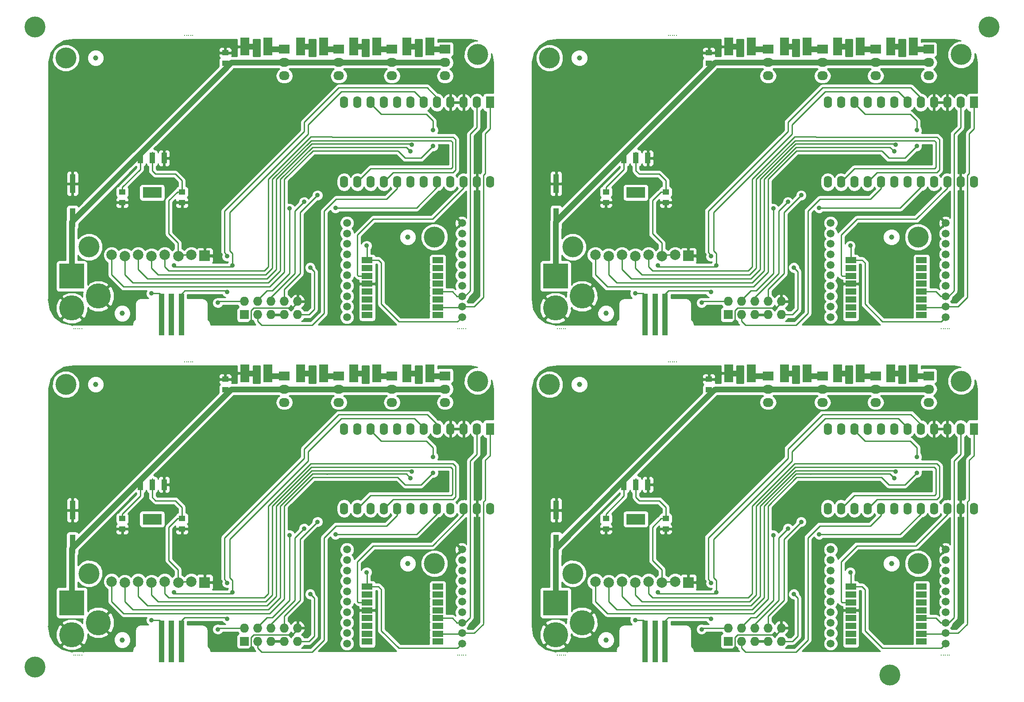
<source format=gtl>
G04 #@! TF.FileFunction,Copper,L1,Top,Signal*
%FSLAX46Y46*%
G04 Gerber Fmt 4.6, Leading zero omitted, Abs format (unit mm)*
G04 Created by KiCad (PCBNEW (2015-01-16 BZR 5376)-product) date 12/06/2015 15:21:38*
%MOMM*%
G01*
G04 APERTURE LIST*
%ADD10C,0.100000*%
%ADD11R,2.000000X1.200000*%
%ADD12R,1.000000X8.000000*%
%ADD13C,4.000000*%
%ADD14C,0.300000*%
%ADD15C,1.000000*%
%ADD16R,1.250000X1.000000*%
%ADD17R,1.780000X3.500000*%
%ADD18C,1.500000*%
%ADD19R,2.032000X1.727200*%
%ADD20O,2.032000X1.727200*%
%ADD21R,3.657600X2.032000*%
%ADD22R,1.016000X2.032000*%
%ADD23C,4.800600*%
%ADD24R,4.800600X4.800600*%
%ADD25R,1.727200X1.727200*%
%ADD26O,1.727200X1.727200*%
%ADD27R,1.100000X3.600000*%
%ADD28C,2.000000*%
%ADD29R,2.000000X2.000000*%
%ADD30R,1.574800X2.286000*%
%ADD31O,1.574800X2.286000*%
%ADD32C,0.889000*%
%ADD33C,1.100000*%
%ADD34C,0.254000*%
G04 APERTURE END LIST*
D10*
D11*
X124563000Y-152639000D03*
X124563000Y-151139000D03*
X124563000Y-149639000D03*
X124563000Y-148139000D03*
X124563000Y-146639000D03*
X124563000Y-145139000D03*
X124563000Y-143639000D03*
X124563000Y-142139000D03*
X111063000Y-142139000D03*
X111063000Y-143639000D03*
X111063000Y-145139000D03*
X111063000Y-146639000D03*
X111063000Y-148139000D03*
X111063000Y-149639000D03*
X111063000Y-151139000D03*
X111063000Y-152639000D03*
X217063000Y-152639000D03*
X217063000Y-151139000D03*
X217063000Y-149639000D03*
X217063000Y-148139000D03*
X217063000Y-146639000D03*
X217063000Y-145139000D03*
X217063000Y-143639000D03*
X217063000Y-142139000D03*
X203563000Y-142139000D03*
X203563000Y-143639000D03*
X203563000Y-145139000D03*
X203563000Y-146639000D03*
X203563000Y-148139000D03*
X203563000Y-149639000D03*
X203563000Y-151139000D03*
X203563000Y-152639000D03*
D12*
X164208000Y-152569000D03*
X166113000Y-152569000D03*
X168018000Y-152569000D03*
D11*
X217063000Y-90139000D03*
X217063000Y-88639000D03*
X217063000Y-87139000D03*
X217063000Y-85639000D03*
X217063000Y-84139000D03*
X217063000Y-82639000D03*
X217063000Y-81139000D03*
X217063000Y-79639000D03*
X203563000Y-79639000D03*
X203563000Y-81139000D03*
X203563000Y-82639000D03*
X203563000Y-84139000D03*
X203563000Y-85639000D03*
X203563000Y-87139000D03*
X203563000Y-88639000D03*
X203563000Y-90139000D03*
D12*
X164208000Y-90069000D03*
X166113000Y-90069000D03*
X168018000Y-90069000D03*
X71708000Y-152569000D03*
X73613000Y-152569000D03*
X75518000Y-152569000D03*
X71708000Y-90069000D03*
X73613000Y-90069000D03*
X75518000Y-90069000D03*
D11*
X124563000Y-90139000D03*
X124563000Y-88639000D03*
X124563000Y-87139000D03*
X124563000Y-85639000D03*
X124563000Y-84139000D03*
X124563000Y-82639000D03*
X124563000Y-81139000D03*
X124563000Y-79639000D03*
X111063000Y-79639000D03*
X111063000Y-81139000D03*
X111063000Y-82639000D03*
X111063000Y-84139000D03*
X111063000Y-85639000D03*
X111063000Y-87139000D03*
X111063000Y-88639000D03*
X111063000Y-90139000D03*
D13*
X47500000Y-157500000D03*
X230000000Y-35000000D03*
X211000000Y-159000000D03*
X47500000Y-35000000D03*
D14*
X77677000Y-99102000D03*
X77296000Y-99102000D03*
X76915000Y-99102000D03*
X76534000Y-99102000D03*
D15*
X118825000Y-137710000D03*
X64215000Y-152315000D03*
D16*
X83900000Y-104420000D03*
X83900000Y-102420000D03*
X75645000Y-131090000D03*
X75645000Y-129090000D03*
X64215000Y-129090000D03*
X64215000Y-131090000D03*
D13*
X123905000Y-137710000D03*
X57865000Y-139615000D03*
X132160000Y-102785000D03*
X53420000Y-103420000D03*
D17*
X92039000Y-101261000D03*
X87699000Y-101261000D03*
X112867000Y-101261000D03*
X108527000Y-101261000D03*
X102707000Y-101261000D03*
X98367000Y-101261000D03*
X123027000Y-101261000D03*
X118687000Y-101261000D03*
D18*
X129190000Y-153020000D03*
X129190000Y-151020000D03*
X129190000Y-149020000D03*
X129190000Y-147020000D03*
X129190000Y-145020000D03*
X129190000Y-143020000D03*
X129190000Y-141020000D03*
X129190000Y-139020000D03*
X129190000Y-137020000D03*
X129190000Y-135020000D03*
X107190000Y-135020000D03*
X107190000Y-137020000D03*
X107190000Y-139020000D03*
X107190000Y-141020000D03*
X107190000Y-143020000D03*
X107190000Y-145020000D03*
X107190000Y-147020000D03*
X107190000Y-149020000D03*
X107190000Y-151020000D03*
X107190000Y-153020000D03*
D19*
X95203000Y-101769000D03*
D20*
X95203000Y-104309000D03*
X95203000Y-106849000D03*
D19*
X125937000Y-101769000D03*
D20*
X125937000Y-104309000D03*
X125937000Y-106849000D03*
D19*
X115777000Y-101769000D03*
D20*
X115777000Y-104309000D03*
X115777000Y-106849000D03*
D19*
X105617000Y-101769000D03*
D20*
X105617000Y-104309000D03*
X105617000Y-106849000D03*
D21*
X69930000Y-129201000D03*
D22*
X69930000Y-122597000D03*
X67644000Y-122597000D03*
X72216000Y-122597000D03*
D23*
X54563000Y-151299000D03*
D24*
X54563000Y-145203000D03*
D23*
X59643000Y-149013000D03*
D25*
X87583000Y-152569000D03*
D26*
X87583000Y-150029000D03*
X90123000Y-152569000D03*
X90123000Y-150029000D03*
X92663000Y-152569000D03*
X92663000Y-150029000D03*
X95203000Y-152569000D03*
X95203000Y-150029000D03*
X97743000Y-152569000D03*
X97743000Y-150029000D03*
D27*
X54690000Y-133975000D03*
X54690000Y-127475000D03*
D15*
X59135000Y-103420000D03*
D28*
X62183000Y-141139000D03*
X64723000Y-141349000D03*
X67263000Y-141139000D03*
X69823000Y-141349000D03*
X72343000Y-141139000D03*
X74923000Y-141349000D03*
X77423000Y-141139000D03*
D29*
X79973000Y-141299000D03*
D14*
X76153000Y-99102000D03*
X128350000Y-155236000D03*
X128731000Y-155236000D03*
X129112000Y-155236000D03*
X129493000Y-155236000D03*
X129874000Y-155236000D03*
X54944000Y-155236000D03*
X55325000Y-155236000D03*
X55706000Y-155236000D03*
X56087000Y-155236000D03*
X56468000Y-155236000D03*
D30*
X134573000Y-111929000D03*
D31*
X132033000Y-111929000D03*
X129493000Y-111929000D03*
X126953000Y-111929000D03*
X124413000Y-111929000D03*
X121873000Y-111929000D03*
X119333000Y-111929000D03*
X116793000Y-111929000D03*
X114253000Y-111929000D03*
X111713000Y-111929000D03*
X109173000Y-111929000D03*
X106633000Y-111929000D03*
X106633000Y-127169000D03*
X109173000Y-127169000D03*
X111713000Y-127169000D03*
X114253000Y-127169000D03*
X116793000Y-127169000D03*
X119333000Y-127169000D03*
X121873000Y-127169000D03*
X124413000Y-127169000D03*
X126953000Y-127169000D03*
X129493000Y-127169000D03*
X132033000Y-127169000D03*
X134573000Y-127169000D03*
D30*
X227073000Y-111929000D03*
D31*
X224533000Y-111929000D03*
X221993000Y-111929000D03*
X219453000Y-111929000D03*
X216913000Y-111929000D03*
X214373000Y-111929000D03*
X211833000Y-111929000D03*
X209293000Y-111929000D03*
X206753000Y-111929000D03*
X204213000Y-111929000D03*
X201673000Y-111929000D03*
X199133000Y-111929000D03*
X199133000Y-127169000D03*
X201673000Y-127169000D03*
X204213000Y-127169000D03*
X206753000Y-127169000D03*
X209293000Y-127169000D03*
X211833000Y-127169000D03*
X214373000Y-127169000D03*
X216913000Y-127169000D03*
X219453000Y-127169000D03*
X221993000Y-127169000D03*
X224533000Y-127169000D03*
X227073000Y-127169000D03*
D14*
X148968000Y-155236000D03*
X148587000Y-155236000D03*
X148206000Y-155236000D03*
X147825000Y-155236000D03*
X147444000Y-155236000D03*
X222374000Y-155236000D03*
X221993000Y-155236000D03*
X221612000Y-155236000D03*
X221231000Y-155236000D03*
X220850000Y-155236000D03*
X168653000Y-99102000D03*
D28*
X154683000Y-141139000D03*
X157223000Y-141349000D03*
X159763000Y-141139000D03*
X162323000Y-141349000D03*
X164843000Y-141139000D03*
X167423000Y-141349000D03*
X169923000Y-141139000D03*
D29*
X172473000Y-141299000D03*
D15*
X151635000Y-103420000D03*
D27*
X147190000Y-133975000D03*
X147190000Y-127475000D03*
D25*
X180083000Y-152569000D03*
D26*
X180083000Y-150029000D03*
X182623000Y-152569000D03*
X182623000Y-150029000D03*
X185163000Y-152569000D03*
X185163000Y-150029000D03*
X187703000Y-152569000D03*
X187703000Y-150029000D03*
X190243000Y-152569000D03*
X190243000Y-150029000D03*
D23*
X147063000Y-151299000D03*
D24*
X147063000Y-145203000D03*
D23*
X152143000Y-149013000D03*
D21*
X162430000Y-129201000D03*
D22*
X162430000Y-122597000D03*
X160144000Y-122597000D03*
X164716000Y-122597000D03*
D19*
X198117000Y-101769000D03*
D20*
X198117000Y-104309000D03*
X198117000Y-106849000D03*
D19*
X208277000Y-101769000D03*
D20*
X208277000Y-104309000D03*
X208277000Y-106849000D03*
D19*
X218437000Y-101769000D03*
D20*
X218437000Y-104309000D03*
X218437000Y-106849000D03*
D19*
X187703000Y-101769000D03*
D20*
X187703000Y-104309000D03*
X187703000Y-106849000D03*
D18*
X221690000Y-153020000D03*
X221690000Y-151020000D03*
X221690000Y-149020000D03*
X221690000Y-147020000D03*
X221690000Y-145020000D03*
X221690000Y-143020000D03*
X221690000Y-141020000D03*
X221690000Y-139020000D03*
X221690000Y-137020000D03*
X221690000Y-135020000D03*
X199690000Y-135020000D03*
X199690000Y-137020000D03*
X199690000Y-139020000D03*
X199690000Y-141020000D03*
X199690000Y-143020000D03*
X199690000Y-145020000D03*
X199690000Y-147020000D03*
X199690000Y-149020000D03*
X199690000Y-151020000D03*
X199690000Y-153020000D03*
D17*
X215527000Y-101261000D03*
X211187000Y-101261000D03*
X195207000Y-101261000D03*
X190867000Y-101261000D03*
X205367000Y-101261000D03*
X201027000Y-101261000D03*
X184539000Y-101261000D03*
X180199000Y-101261000D03*
D13*
X145920000Y-103420000D03*
X224660000Y-102785000D03*
X150365000Y-139615000D03*
X216405000Y-137710000D03*
D16*
X156715000Y-129090000D03*
X156715000Y-131090000D03*
X168145000Y-131090000D03*
X168145000Y-129090000D03*
X176400000Y-104420000D03*
X176400000Y-102420000D03*
D15*
X156715000Y-152315000D03*
X211325000Y-137710000D03*
D14*
X169034000Y-99102000D03*
X169415000Y-99102000D03*
X169796000Y-99102000D03*
X170177000Y-99102000D03*
X170177000Y-36602000D03*
X169796000Y-36602000D03*
X169415000Y-36602000D03*
X169034000Y-36602000D03*
D15*
X211325000Y-75210000D03*
X156715000Y-89815000D03*
D16*
X176400000Y-41920000D03*
X176400000Y-39920000D03*
X168145000Y-68590000D03*
X168145000Y-66590000D03*
X156715000Y-66590000D03*
X156715000Y-68590000D03*
D13*
X216405000Y-75210000D03*
X150365000Y-77115000D03*
X224660000Y-40285000D03*
X145920000Y-40920000D03*
D17*
X184539000Y-38761000D03*
X180199000Y-38761000D03*
X205367000Y-38761000D03*
X201027000Y-38761000D03*
X195207000Y-38761000D03*
X190867000Y-38761000D03*
X215527000Y-38761000D03*
X211187000Y-38761000D03*
D18*
X221690000Y-90520000D03*
X221690000Y-88520000D03*
X221690000Y-86520000D03*
X221690000Y-84520000D03*
X221690000Y-82520000D03*
X221690000Y-80520000D03*
X221690000Y-78520000D03*
X221690000Y-76520000D03*
X221690000Y-74520000D03*
X221690000Y-72520000D03*
X199690000Y-72520000D03*
X199690000Y-74520000D03*
X199690000Y-76520000D03*
X199690000Y-78520000D03*
X199690000Y-80520000D03*
X199690000Y-82520000D03*
X199690000Y-84520000D03*
X199690000Y-86520000D03*
X199690000Y-88520000D03*
X199690000Y-90520000D03*
D19*
X187703000Y-39269000D03*
D20*
X187703000Y-41809000D03*
X187703000Y-44349000D03*
D19*
X218437000Y-39269000D03*
D20*
X218437000Y-41809000D03*
X218437000Y-44349000D03*
D19*
X208277000Y-39269000D03*
D20*
X208277000Y-41809000D03*
X208277000Y-44349000D03*
D19*
X198117000Y-39269000D03*
D20*
X198117000Y-41809000D03*
X198117000Y-44349000D03*
D21*
X162430000Y-66701000D03*
D22*
X162430000Y-60097000D03*
X160144000Y-60097000D03*
X164716000Y-60097000D03*
D23*
X147063000Y-88799000D03*
D24*
X147063000Y-82703000D03*
D23*
X152143000Y-86513000D03*
D25*
X180083000Y-90069000D03*
D26*
X180083000Y-87529000D03*
X182623000Y-90069000D03*
X182623000Y-87529000D03*
X185163000Y-90069000D03*
X185163000Y-87529000D03*
X187703000Y-90069000D03*
X187703000Y-87529000D03*
X190243000Y-90069000D03*
X190243000Y-87529000D03*
D27*
X147190000Y-71475000D03*
X147190000Y-64975000D03*
D15*
X151635000Y-40920000D03*
D28*
X154683000Y-78639000D03*
X157223000Y-78849000D03*
X159763000Y-78639000D03*
X162323000Y-78849000D03*
X164843000Y-78639000D03*
X167423000Y-78849000D03*
X169923000Y-78639000D03*
D29*
X172473000Y-78799000D03*
D14*
X168653000Y-36602000D03*
X220850000Y-92736000D03*
X221231000Y-92736000D03*
X221612000Y-92736000D03*
X221993000Y-92736000D03*
X222374000Y-92736000D03*
X147444000Y-92736000D03*
X147825000Y-92736000D03*
X148206000Y-92736000D03*
X148587000Y-92736000D03*
X148968000Y-92736000D03*
D30*
X227073000Y-49429000D03*
D31*
X224533000Y-49429000D03*
X221993000Y-49429000D03*
X219453000Y-49429000D03*
X216913000Y-49429000D03*
X214373000Y-49429000D03*
X211833000Y-49429000D03*
X209293000Y-49429000D03*
X206753000Y-49429000D03*
X204213000Y-49429000D03*
X201673000Y-49429000D03*
X199133000Y-49429000D03*
X199133000Y-64669000D03*
X201673000Y-64669000D03*
X204213000Y-64669000D03*
X206753000Y-64669000D03*
X209293000Y-64669000D03*
X211833000Y-64669000D03*
X214373000Y-64669000D03*
X216913000Y-64669000D03*
X219453000Y-64669000D03*
X221993000Y-64669000D03*
X224533000Y-64669000D03*
X227073000Y-64669000D03*
D30*
X134573000Y-49429000D03*
D31*
X132033000Y-49429000D03*
X129493000Y-49429000D03*
X126953000Y-49429000D03*
X124413000Y-49429000D03*
X121873000Y-49429000D03*
X119333000Y-49429000D03*
X116793000Y-49429000D03*
X114253000Y-49429000D03*
X111713000Y-49429000D03*
X109173000Y-49429000D03*
X106633000Y-49429000D03*
X106633000Y-64669000D03*
X109173000Y-64669000D03*
X111713000Y-64669000D03*
X114253000Y-64669000D03*
X116793000Y-64669000D03*
X119333000Y-64669000D03*
X121873000Y-64669000D03*
X124413000Y-64669000D03*
X126953000Y-64669000D03*
X129493000Y-64669000D03*
X132033000Y-64669000D03*
X134573000Y-64669000D03*
D14*
X56468000Y-92736000D03*
X56087000Y-92736000D03*
X55706000Y-92736000D03*
X55325000Y-92736000D03*
X54944000Y-92736000D03*
X129874000Y-92736000D03*
X129493000Y-92736000D03*
X129112000Y-92736000D03*
X128731000Y-92736000D03*
X128350000Y-92736000D03*
X76153000Y-36602000D03*
D28*
X62183000Y-78639000D03*
X64723000Y-78849000D03*
X67263000Y-78639000D03*
X69823000Y-78849000D03*
X72343000Y-78639000D03*
X74923000Y-78849000D03*
X77423000Y-78639000D03*
D29*
X79973000Y-78799000D03*
D15*
X59135000Y-40920000D03*
D27*
X54690000Y-71475000D03*
X54690000Y-64975000D03*
D25*
X87583000Y-90069000D03*
D26*
X87583000Y-87529000D03*
X90123000Y-90069000D03*
X90123000Y-87529000D03*
X92663000Y-90069000D03*
X92663000Y-87529000D03*
X95203000Y-90069000D03*
X95203000Y-87529000D03*
X97743000Y-90069000D03*
X97743000Y-87529000D03*
D23*
X54563000Y-88799000D03*
D24*
X54563000Y-82703000D03*
D23*
X59643000Y-86513000D03*
D21*
X69930000Y-66701000D03*
D22*
X69930000Y-60097000D03*
X67644000Y-60097000D03*
X72216000Y-60097000D03*
D19*
X105617000Y-39269000D03*
D20*
X105617000Y-41809000D03*
X105617000Y-44349000D03*
D19*
X115777000Y-39269000D03*
D20*
X115777000Y-41809000D03*
X115777000Y-44349000D03*
D19*
X125937000Y-39269000D03*
D20*
X125937000Y-41809000D03*
X125937000Y-44349000D03*
D19*
X95203000Y-39269000D03*
D20*
X95203000Y-41809000D03*
X95203000Y-44349000D03*
D18*
X129190000Y-90520000D03*
X129190000Y-88520000D03*
X129190000Y-86520000D03*
X129190000Y-84520000D03*
X129190000Y-82520000D03*
X129190000Y-80520000D03*
X129190000Y-78520000D03*
X129190000Y-76520000D03*
X129190000Y-74520000D03*
X129190000Y-72520000D03*
X107190000Y-72520000D03*
X107190000Y-74520000D03*
X107190000Y-76520000D03*
X107190000Y-78520000D03*
X107190000Y-80520000D03*
X107190000Y-82520000D03*
X107190000Y-84520000D03*
X107190000Y-86520000D03*
X107190000Y-88520000D03*
X107190000Y-90520000D03*
D17*
X123027000Y-38761000D03*
X118687000Y-38761000D03*
X102707000Y-38761000D03*
X98367000Y-38761000D03*
X112867000Y-38761000D03*
X108527000Y-38761000D03*
X92039000Y-38761000D03*
X87699000Y-38761000D03*
D13*
X53420000Y-40920000D03*
X132160000Y-40285000D03*
X57865000Y-77115000D03*
X123905000Y-75210000D03*
D16*
X64215000Y-66590000D03*
X64215000Y-68590000D03*
X75645000Y-68590000D03*
X75645000Y-66590000D03*
X83900000Y-41920000D03*
X83900000Y-39920000D03*
D15*
X64215000Y-89815000D03*
X118825000Y-75210000D03*
D14*
X76534000Y-36602000D03*
X76915000Y-36602000D03*
X77296000Y-36602000D03*
X77677000Y-36602000D03*
D32*
X120857000Y-101261000D03*
X110697000Y-101261000D03*
X100537000Y-101261000D03*
X89869000Y-101261000D03*
X79074000Y-137329000D03*
X99013000Y-147235000D03*
X101299000Y-122851000D03*
X96473000Y-118025000D03*
X83773000Y-151172000D03*
X83011000Y-141139000D03*
X109173000Y-146727000D03*
X118063000Y-146727000D03*
X210563000Y-146727000D03*
X201673000Y-146727000D03*
X175511000Y-141139000D03*
X176273000Y-151172000D03*
X188973000Y-118025000D03*
X193799000Y-122851000D03*
X191513000Y-147235000D03*
X171574000Y-137329000D03*
X182369000Y-101261000D03*
X193037000Y-101261000D03*
X203197000Y-101261000D03*
X213357000Y-101261000D03*
X213357000Y-38761000D03*
X203197000Y-38761000D03*
X193037000Y-38761000D03*
X182369000Y-38761000D03*
X171574000Y-74829000D03*
X191513000Y-84735000D03*
X193799000Y-60351000D03*
X188973000Y-55525000D03*
X176273000Y-88672000D03*
X175511000Y-78639000D03*
X201673000Y-84227000D03*
X210563000Y-84227000D03*
X118063000Y-84227000D03*
X109173000Y-84227000D03*
X83011000Y-78639000D03*
X83773000Y-88672000D03*
X96473000Y-55525000D03*
X101299000Y-60351000D03*
X99013000Y-84735000D03*
X79074000Y-74829000D03*
X89869000Y-38761000D03*
X100537000Y-38761000D03*
X110697000Y-38761000D03*
X120857000Y-38761000D03*
X69803000Y-148505000D03*
X82503000Y-150283000D03*
X110951000Y-139361000D03*
X203451000Y-139361000D03*
X175003000Y-150283000D03*
X162303000Y-148505000D03*
X162303000Y-86005000D03*
X175003000Y-87783000D03*
X203451000Y-76861000D03*
X110951000Y-76861000D03*
X82503000Y-87783000D03*
X69803000Y-86005000D03*
X84281000Y-148251000D03*
X84281000Y-141393000D03*
X176781000Y-141393000D03*
X176781000Y-148251000D03*
X176781000Y-85751000D03*
X176781000Y-78893000D03*
X84281000Y-78893000D03*
X84281000Y-85751000D03*
X85297000Y-143171000D03*
X100156000Y-143552000D03*
X74121000Y-143171000D03*
X166621000Y-143171000D03*
X192656000Y-143552000D03*
X177797000Y-143171000D03*
X177797000Y-80671000D03*
X192656000Y-81052000D03*
X166621000Y-80671000D03*
X74121000Y-80671000D03*
X100156000Y-81052000D03*
X85297000Y-80671000D03*
X119587000Y-120057000D03*
X212087000Y-120057000D03*
X212087000Y-57557000D03*
X119587000Y-57557000D03*
X123651000Y-117263000D03*
X123651000Y-120311000D03*
X216151000Y-120311000D03*
X216151000Y-117263000D03*
X216151000Y-54763000D03*
X216151000Y-57811000D03*
X123651000Y-57811000D03*
X123651000Y-54763000D03*
X119333000Y-121327000D03*
X211833000Y-121327000D03*
X211833000Y-58827000D03*
X119333000Y-58827000D03*
X101553000Y-129709000D03*
X194053000Y-129709000D03*
X194053000Y-67209000D03*
X101553000Y-67209000D03*
X99013000Y-130979000D03*
X191513000Y-130979000D03*
X191513000Y-68479000D03*
X99013000Y-68479000D03*
X104982000Y-132122000D03*
X96219000Y-132249000D03*
X188719000Y-132249000D03*
X197482000Y-132122000D03*
X197482000Y-69622000D03*
X188719000Y-69749000D03*
X96219000Y-69749000D03*
X104982000Y-69622000D03*
D33*
X118687000Y-101261000D02*
X120857000Y-101261000D01*
X108527000Y-101261000D02*
X110697000Y-101261000D01*
X98367000Y-101261000D02*
X100537000Y-101261000D01*
X87699000Y-101261000D02*
X89869000Y-101261000D01*
D34*
X129366000Y-115485000D02*
X129366000Y-112056000D01*
X129366000Y-112056000D02*
X129493000Y-111929000D01*
X129366000Y-115485000D02*
X129747000Y-115485000D01*
X79963000Y-141139000D02*
X79963000Y-138218000D01*
X79963000Y-138218000D02*
X79074000Y-137329000D01*
X97743000Y-150029000D02*
X97743000Y-148505000D01*
X97743000Y-148505000D02*
X99013000Y-147235000D01*
X97743000Y-150029000D02*
X97743000Y-150283000D01*
X96473000Y-118025000D02*
X83519000Y-118025000D01*
X83519000Y-118025000D02*
X79963000Y-121581000D01*
X79963000Y-121581000D02*
X79963000Y-138218000D01*
X112094000Y-122851000D02*
X101299000Y-122851000D01*
X89361000Y-151299000D02*
X88853000Y-151807000D01*
X88853000Y-151807000D02*
X88853000Y-153585000D01*
X88853000Y-153585000D02*
X88091000Y-154347000D01*
X88091000Y-154347000D02*
X84535000Y-154347000D01*
X84535000Y-154347000D02*
X83773000Y-153585000D01*
X83773000Y-153585000D02*
X83773000Y-151172000D01*
X97743000Y-150283000D02*
X96727000Y-151299000D01*
X96727000Y-151299000D02*
X89361000Y-151299000D01*
X83011000Y-141139000D02*
X80979000Y-141139000D01*
X80979000Y-141139000D02*
X79963000Y-141139000D01*
X109261000Y-146639000D02*
X109173000Y-146727000D01*
X111063000Y-146639000D02*
X109261000Y-146639000D01*
X203563000Y-146639000D02*
X201761000Y-146639000D01*
X201761000Y-146639000D02*
X201673000Y-146727000D01*
X173479000Y-141139000D02*
X172463000Y-141139000D01*
X175511000Y-141139000D02*
X173479000Y-141139000D01*
X189227000Y-151299000D02*
X181861000Y-151299000D01*
X190243000Y-150283000D02*
X189227000Y-151299000D01*
X176273000Y-153585000D02*
X176273000Y-151172000D01*
X177035000Y-154347000D02*
X176273000Y-153585000D01*
X180591000Y-154347000D02*
X177035000Y-154347000D01*
X181353000Y-153585000D02*
X180591000Y-154347000D01*
X181353000Y-151807000D02*
X181353000Y-153585000D01*
X181861000Y-151299000D02*
X181353000Y-151807000D01*
X204594000Y-122851000D02*
X193799000Y-122851000D01*
X172463000Y-121581000D02*
X172463000Y-138218000D01*
X176019000Y-118025000D02*
X172463000Y-121581000D01*
X188973000Y-118025000D02*
X176019000Y-118025000D01*
X190243000Y-150029000D02*
X190243000Y-150283000D01*
X190243000Y-148505000D02*
X191513000Y-147235000D01*
X190243000Y-150029000D02*
X190243000Y-148505000D01*
X172463000Y-138218000D02*
X171574000Y-137329000D01*
X172463000Y-141139000D02*
X172463000Y-138218000D01*
X221866000Y-115485000D02*
X222247000Y-115485000D01*
X221866000Y-112056000D02*
X221993000Y-111929000D01*
X221866000Y-115485000D02*
X221866000Y-112056000D01*
D33*
X180199000Y-101261000D02*
X182369000Y-101261000D01*
X190867000Y-101261000D02*
X193037000Y-101261000D01*
X201027000Y-101261000D02*
X203197000Y-101261000D01*
X211187000Y-101261000D02*
X213357000Y-101261000D01*
X211187000Y-38761000D02*
X213357000Y-38761000D01*
X201027000Y-38761000D02*
X203197000Y-38761000D01*
X190867000Y-38761000D02*
X193037000Y-38761000D01*
X180199000Y-38761000D02*
X182369000Y-38761000D01*
D34*
X221866000Y-52985000D02*
X221866000Y-49556000D01*
X221866000Y-49556000D02*
X221993000Y-49429000D01*
X221866000Y-52985000D02*
X222247000Y-52985000D01*
X172463000Y-78639000D02*
X172463000Y-75718000D01*
X172463000Y-75718000D02*
X171574000Y-74829000D01*
X190243000Y-87529000D02*
X190243000Y-86005000D01*
X190243000Y-86005000D02*
X191513000Y-84735000D01*
X190243000Y-87529000D02*
X190243000Y-87783000D01*
X188973000Y-55525000D02*
X176019000Y-55525000D01*
X176019000Y-55525000D02*
X172463000Y-59081000D01*
X172463000Y-59081000D02*
X172463000Y-75718000D01*
X204594000Y-60351000D02*
X193799000Y-60351000D01*
X181861000Y-88799000D02*
X181353000Y-89307000D01*
X181353000Y-89307000D02*
X181353000Y-91085000D01*
X181353000Y-91085000D02*
X180591000Y-91847000D01*
X180591000Y-91847000D02*
X177035000Y-91847000D01*
X177035000Y-91847000D02*
X176273000Y-91085000D01*
X176273000Y-91085000D02*
X176273000Y-88672000D01*
X190243000Y-87783000D02*
X189227000Y-88799000D01*
X189227000Y-88799000D02*
X181861000Y-88799000D01*
X175511000Y-78639000D02*
X173479000Y-78639000D01*
X173479000Y-78639000D02*
X172463000Y-78639000D01*
X201761000Y-84139000D02*
X201673000Y-84227000D01*
X203563000Y-84139000D02*
X201761000Y-84139000D01*
X111063000Y-84139000D02*
X109261000Y-84139000D01*
X109261000Y-84139000D02*
X109173000Y-84227000D01*
X80979000Y-78639000D02*
X79963000Y-78639000D01*
X83011000Y-78639000D02*
X80979000Y-78639000D01*
X96727000Y-88799000D02*
X89361000Y-88799000D01*
X97743000Y-87783000D02*
X96727000Y-88799000D01*
X83773000Y-91085000D02*
X83773000Y-88672000D01*
X84535000Y-91847000D02*
X83773000Y-91085000D01*
X88091000Y-91847000D02*
X84535000Y-91847000D01*
X88853000Y-91085000D02*
X88091000Y-91847000D01*
X88853000Y-89307000D02*
X88853000Y-91085000D01*
X89361000Y-88799000D02*
X88853000Y-89307000D01*
X112094000Y-60351000D02*
X101299000Y-60351000D01*
X79963000Y-59081000D02*
X79963000Y-75718000D01*
X83519000Y-55525000D02*
X79963000Y-59081000D01*
X96473000Y-55525000D02*
X83519000Y-55525000D01*
X97743000Y-87529000D02*
X97743000Y-87783000D01*
X97743000Y-86005000D02*
X99013000Y-84735000D01*
X97743000Y-87529000D02*
X97743000Y-86005000D01*
X79963000Y-75718000D02*
X79074000Y-74829000D01*
X79963000Y-78639000D02*
X79963000Y-75718000D01*
X129366000Y-52985000D02*
X129747000Y-52985000D01*
X129366000Y-49556000D02*
X129493000Y-49429000D01*
X129366000Y-52985000D02*
X129366000Y-49556000D01*
D33*
X87699000Y-38761000D02*
X89869000Y-38761000D01*
X98367000Y-38761000D02*
X100537000Y-38761000D01*
X108527000Y-38761000D02*
X110697000Y-38761000D01*
X118687000Y-38761000D02*
X120857000Y-38761000D01*
D34*
X83900000Y-104436000D02*
X83900000Y-105452000D01*
X83900000Y-105452000D02*
X83900000Y-105325000D01*
X83900000Y-105325000D02*
X83900000Y-105452000D01*
X83900000Y-104436000D02*
X84916000Y-104436000D01*
X84916000Y-104436000D02*
X85170000Y-104182000D01*
X85170000Y-104182000D02*
X85170000Y-104055000D01*
X85170000Y-104055000D02*
X85170000Y-104309000D01*
X54690000Y-133975000D02*
X54690000Y-135805000D01*
X54690000Y-135805000D02*
X54563000Y-135805000D01*
D33*
X115777000Y-104309000D02*
X125937000Y-104309000D01*
X115777000Y-104309000D02*
X110443000Y-104309000D01*
X110443000Y-104309000D02*
X105363000Y-104309000D01*
X93679000Y-104309000D02*
X95203000Y-104309000D01*
X95203000Y-104309000D02*
X100283000Y-104309000D01*
X100283000Y-104309000D02*
X105363000Y-104309000D01*
X54563000Y-145203000D02*
X54563000Y-137202000D01*
X85043000Y-104309000D02*
X85170000Y-104309000D01*
X83900000Y-105452000D02*
X85043000Y-104309000D01*
X85170000Y-104309000D02*
X93679000Y-104309000D01*
X73486000Y-115866000D02*
X83900000Y-105452000D01*
X67898000Y-121454000D02*
X73486000Y-115866000D01*
D34*
X95203000Y-104309000D02*
X93679000Y-104309000D01*
D33*
X54563000Y-134789000D02*
X67898000Y-121454000D01*
X54563000Y-137202000D02*
X54563000Y-135805000D01*
X54563000Y-135805000D02*
X54563000Y-134789000D01*
D34*
X95203000Y-104309000D02*
X89234000Y-104309000D01*
X89234000Y-104309000D02*
X88853000Y-104690000D01*
X64215000Y-128185000D02*
X64215000Y-129074000D01*
X67644000Y-124756000D02*
X64215000Y-128185000D01*
X67644000Y-122597000D02*
X67644000Y-121708000D01*
X67644000Y-121708000D02*
X67898000Y-121454000D01*
X67644000Y-122597000D02*
X67644000Y-124756000D01*
X160144000Y-122597000D02*
X160144000Y-124756000D01*
X160144000Y-121708000D02*
X160398000Y-121454000D01*
X160144000Y-122597000D02*
X160144000Y-121708000D01*
X160144000Y-124756000D02*
X156715000Y-128185000D01*
X156715000Y-128185000D02*
X156715000Y-129074000D01*
X181734000Y-104309000D02*
X181353000Y-104690000D01*
X187703000Y-104309000D02*
X181734000Y-104309000D01*
D33*
X147063000Y-135805000D02*
X147063000Y-134789000D01*
X147063000Y-137202000D02*
X147063000Y-135805000D01*
X147063000Y-134789000D02*
X160398000Y-121454000D01*
D34*
X187703000Y-104309000D02*
X186179000Y-104309000D01*
D33*
X160398000Y-121454000D02*
X165986000Y-115866000D01*
X165986000Y-115866000D02*
X176400000Y-105452000D01*
X177670000Y-104309000D02*
X186179000Y-104309000D01*
X176400000Y-105452000D02*
X177543000Y-104309000D01*
X177543000Y-104309000D02*
X177670000Y-104309000D01*
X147063000Y-145203000D02*
X147063000Y-137202000D01*
X192783000Y-104309000D02*
X197863000Y-104309000D01*
X187703000Y-104309000D02*
X192783000Y-104309000D01*
X186179000Y-104309000D02*
X187703000Y-104309000D01*
X202943000Y-104309000D02*
X197863000Y-104309000D01*
X208277000Y-104309000D02*
X202943000Y-104309000D01*
X208277000Y-104309000D02*
X218437000Y-104309000D01*
D34*
X147190000Y-135805000D02*
X147063000Y-135805000D01*
X147190000Y-133975000D02*
X147190000Y-135805000D01*
X177670000Y-104055000D02*
X177670000Y-104309000D01*
X177670000Y-104182000D02*
X177670000Y-104055000D01*
X177416000Y-104436000D02*
X177670000Y-104182000D01*
X176400000Y-104436000D02*
X177416000Y-104436000D01*
X176400000Y-105325000D02*
X176400000Y-105452000D01*
X176400000Y-105452000D02*
X176400000Y-105325000D01*
X176400000Y-104436000D02*
X176400000Y-105452000D01*
X176400000Y-41936000D02*
X176400000Y-42952000D01*
X176400000Y-42952000D02*
X176400000Y-42825000D01*
X176400000Y-42825000D02*
X176400000Y-42952000D01*
X176400000Y-41936000D02*
X177416000Y-41936000D01*
X177416000Y-41936000D02*
X177670000Y-41682000D01*
X177670000Y-41682000D02*
X177670000Y-41555000D01*
X177670000Y-41555000D02*
X177670000Y-41809000D01*
X147190000Y-71475000D02*
X147190000Y-73305000D01*
X147190000Y-73305000D02*
X147063000Y-73305000D01*
D33*
X208277000Y-41809000D02*
X218437000Y-41809000D01*
X208277000Y-41809000D02*
X202943000Y-41809000D01*
X202943000Y-41809000D02*
X197863000Y-41809000D01*
X186179000Y-41809000D02*
X187703000Y-41809000D01*
X187703000Y-41809000D02*
X192783000Y-41809000D01*
X192783000Y-41809000D02*
X197863000Y-41809000D01*
X147063000Y-82703000D02*
X147063000Y-74702000D01*
X177543000Y-41809000D02*
X177670000Y-41809000D01*
X176400000Y-42952000D02*
X177543000Y-41809000D01*
X177670000Y-41809000D02*
X186179000Y-41809000D01*
X165986000Y-53366000D02*
X176400000Y-42952000D01*
X160398000Y-58954000D02*
X165986000Y-53366000D01*
D34*
X187703000Y-41809000D02*
X186179000Y-41809000D01*
D33*
X147063000Y-72289000D02*
X160398000Y-58954000D01*
X147063000Y-74702000D02*
X147063000Y-73305000D01*
X147063000Y-73305000D02*
X147063000Y-72289000D01*
D34*
X187703000Y-41809000D02*
X181734000Y-41809000D01*
X181734000Y-41809000D02*
X181353000Y-42190000D01*
X156715000Y-65685000D02*
X156715000Y-66574000D01*
X160144000Y-62256000D02*
X156715000Y-65685000D01*
X160144000Y-60097000D02*
X160144000Y-59208000D01*
X160144000Y-59208000D02*
X160398000Y-58954000D01*
X160144000Y-60097000D02*
X160144000Y-62256000D01*
X67644000Y-60097000D02*
X67644000Y-62256000D01*
X67644000Y-59208000D02*
X67898000Y-58954000D01*
X67644000Y-60097000D02*
X67644000Y-59208000D01*
X67644000Y-62256000D02*
X64215000Y-65685000D01*
X64215000Y-65685000D02*
X64215000Y-66574000D01*
X89234000Y-41809000D02*
X88853000Y-42190000D01*
X95203000Y-41809000D02*
X89234000Y-41809000D01*
D33*
X54563000Y-73305000D02*
X54563000Y-72289000D01*
X54563000Y-74702000D02*
X54563000Y-73305000D01*
X54563000Y-72289000D02*
X67898000Y-58954000D01*
D34*
X95203000Y-41809000D02*
X93679000Y-41809000D01*
D33*
X67898000Y-58954000D02*
X73486000Y-53366000D01*
X73486000Y-53366000D02*
X83900000Y-42952000D01*
X85170000Y-41809000D02*
X93679000Y-41809000D01*
X83900000Y-42952000D02*
X85043000Y-41809000D01*
X85043000Y-41809000D02*
X85170000Y-41809000D01*
X54563000Y-82703000D02*
X54563000Y-74702000D01*
X100283000Y-41809000D02*
X105363000Y-41809000D01*
X95203000Y-41809000D02*
X100283000Y-41809000D01*
X93679000Y-41809000D02*
X95203000Y-41809000D01*
X110443000Y-41809000D02*
X105363000Y-41809000D01*
X115777000Y-41809000D02*
X110443000Y-41809000D01*
X115777000Y-41809000D02*
X125937000Y-41809000D01*
D34*
X54690000Y-73305000D02*
X54563000Y-73305000D01*
X54690000Y-71475000D02*
X54690000Y-73305000D01*
X85170000Y-41555000D02*
X85170000Y-41809000D01*
X85170000Y-41682000D02*
X85170000Y-41555000D01*
X84916000Y-41936000D02*
X85170000Y-41682000D01*
X83900000Y-41936000D02*
X84916000Y-41936000D01*
X83900000Y-42825000D02*
X83900000Y-42952000D01*
X83900000Y-42952000D02*
X83900000Y-42825000D01*
X83900000Y-41936000D02*
X83900000Y-42952000D01*
X128301000Y-153909000D02*
X129190000Y-153020000D01*
X119460000Y-153909000D02*
X119403000Y-153909000D01*
X119403000Y-153909000D02*
X117117000Y-153909000D01*
X119403000Y-153909000D02*
X128301000Y-153909000D01*
X69803000Y-148505000D02*
X71327000Y-148505000D01*
X71327000Y-148505000D02*
X71708000Y-148886000D01*
X71708000Y-148886000D02*
X71708000Y-152569000D01*
X71708000Y-150410000D02*
X71708000Y-152569000D01*
X74883000Y-139869000D02*
X74883000Y-141139000D01*
X74883000Y-141139000D02*
X77423000Y-141139000D01*
X75645000Y-126915000D02*
X75645000Y-129074000D01*
X73105000Y-130725000D02*
X73105000Y-137075000D01*
X73105000Y-137075000D02*
X74883000Y-138853000D01*
X74883000Y-138853000D02*
X74883000Y-141139000D01*
X74756000Y-129074000D02*
X73105000Y-130725000D01*
X75645000Y-129074000D02*
X74756000Y-129074000D01*
X117117000Y-153909000D02*
X113745000Y-150537000D01*
X82503000Y-150283000D02*
X82757000Y-150029000D01*
X82757000Y-150029000D02*
X87583000Y-150029000D01*
X74375000Y-125645000D02*
X75645000Y-126915000D01*
X70565000Y-125645000D02*
X74375000Y-125645000D01*
X69930000Y-125010000D02*
X70565000Y-125645000D01*
X69930000Y-121454000D02*
X69930000Y-122597000D01*
X69930000Y-122597000D02*
X69930000Y-125010000D01*
X113745000Y-150537000D02*
X113745000Y-142663000D01*
X113745000Y-142663000D02*
X113221000Y-142139000D01*
X113221000Y-142139000D02*
X111063000Y-142139000D01*
X111063000Y-139473000D02*
X111063000Y-142139000D01*
X110951000Y-139361000D02*
X111063000Y-139473000D01*
X203451000Y-139361000D02*
X203563000Y-139473000D01*
X203563000Y-139473000D02*
X203563000Y-142139000D01*
X205721000Y-142139000D02*
X203563000Y-142139000D01*
X206245000Y-142663000D02*
X205721000Y-142139000D01*
X206245000Y-150537000D02*
X206245000Y-142663000D01*
X162430000Y-122597000D02*
X162430000Y-125010000D01*
X162430000Y-121454000D02*
X162430000Y-122597000D01*
X162430000Y-125010000D02*
X163065000Y-125645000D01*
X163065000Y-125645000D02*
X166875000Y-125645000D01*
X166875000Y-125645000D02*
X168145000Y-126915000D01*
X175257000Y-150029000D02*
X180083000Y-150029000D01*
X175003000Y-150283000D02*
X175257000Y-150029000D01*
X209617000Y-153909000D02*
X206245000Y-150537000D01*
X168145000Y-129074000D02*
X167256000Y-129074000D01*
X167256000Y-129074000D02*
X165605000Y-130725000D01*
X167383000Y-138853000D02*
X167383000Y-141139000D01*
X165605000Y-137075000D02*
X167383000Y-138853000D01*
X165605000Y-130725000D02*
X165605000Y-137075000D01*
X168145000Y-126915000D02*
X168145000Y-129074000D01*
X167383000Y-141139000D02*
X169923000Y-141139000D01*
X167383000Y-139869000D02*
X167383000Y-141139000D01*
X164208000Y-150410000D02*
X164208000Y-152569000D01*
X164208000Y-148886000D02*
X164208000Y-152569000D01*
X163827000Y-148505000D02*
X164208000Y-148886000D01*
X162303000Y-148505000D02*
X163827000Y-148505000D01*
X211903000Y-153909000D02*
X220801000Y-153909000D01*
X211903000Y-153909000D02*
X209617000Y-153909000D01*
X211960000Y-153909000D02*
X211903000Y-153909000D01*
X220801000Y-153909000D02*
X221690000Y-153020000D01*
X220801000Y-91409000D02*
X221690000Y-90520000D01*
X211960000Y-91409000D02*
X211903000Y-91409000D01*
X211903000Y-91409000D02*
X209617000Y-91409000D01*
X211903000Y-91409000D02*
X220801000Y-91409000D01*
X162303000Y-86005000D02*
X163827000Y-86005000D01*
X163827000Y-86005000D02*
X164208000Y-86386000D01*
X164208000Y-86386000D02*
X164208000Y-90069000D01*
X164208000Y-87910000D02*
X164208000Y-90069000D01*
X167383000Y-77369000D02*
X167383000Y-78639000D01*
X167383000Y-78639000D02*
X169923000Y-78639000D01*
X168145000Y-64415000D02*
X168145000Y-66574000D01*
X165605000Y-68225000D02*
X165605000Y-74575000D01*
X165605000Y-74575000D02*
X167383000Y-76353000D01*
X167383000Y-76353000D02*
X167383000Y-78639000D01*
X167256000Y-66574000D02*
X165605000Y-68225000D01*
X168145000Y-66574000D02*
X167256000Y-66574000D01*
X209617000Y-91409000D02*
X206245000Y-88037000D01*
X175003000Y-87783000D02*
X175257000Y-87529000D01*
X175257000Y-87529000D02*
X180083000Y-87529000D01*
X166875000Y-63145000D02*
X168145000Y-64415000D01*
X163065000Y-63145000D02*
X166875000Y-63145000D01*
X162430000Y-62510000D02*
X163065000Y-63145000D01*
X162430000Y-58954000D02*
X162430000Y-60097000D01*
X162430000Y-60097000D02*
X162430000Y-62510000D01*
X206245000Y-88037000D02*
X206245000Y-80163000D01*
X206245000Y-80163000D02*
X205721000Y-79639000D01*
X205721000Y-79639000D02*
X203563000Y-79639000D01*
X203563000Y-76973000D02*
X203563000Y-79639000D01*
X203451000Y-76861000D02*
X203563000Y-76973000D01*
X110951000Y-76861000D02*
X111063000Y-76973000D01*
X111063000Y-76973000D02*
X111063000Y-79639000D01*
X113221000Y-79639000D02*
X111063000Y-79639000D01*
X113745000Y-80163000D02*
X113221000Y-79639000D01*
X113745000Y-88037000D02*
X113745000Y-80163000D01*
X69930000Y-60097000D02*
X69930000Y-62510000D01*
X69930000Y-58954000D02*
X69930000Y-60097000D01*
X69930000Y-62510000D02*
X70565000Y-63145000D01*
X70565000Y-63145000D02*
X74375000Y-63145000D01*
X74375000Y-63145000D02*
X75645000Y-64415000D01*
X82757000Y-87529000D02*
X87583000Y-87529000D01*
X82503000Y-87783000D02*
X82757000Y-87529000D01*
X117117000Y-91409000D02*
X113745000Y-88037000D01*
X75645000Y-66574000D02*
X74756000Y-66574000D01*
X74756000Y-66574000D02*
X73105000Y-68225000D01*
X74883000Y-76353000D02*
X74883000Y-78639000D01*
X73105000Y-74575000D02*
X74883000Y-76353000D01*
X73105000Y-68225000D02*
X73105000Y-74575000D01*
X75645000Y-64415000D02*
X75645000Y-66574000D01*
X74883000Y-78639000D02*
X77423000Y-78639000D01*
X74883000Y-77369000D02*
X74883000Y-78639000D01*
X71708000Y-87910000D02*
X71708000Y-90069000D01*
X71708000Y-86386000D02*
X71708000Y-90069000D01*
X71327000Y-86005000D02*
X71708000Y-86386000D01*
X69803000Y-86005000D02*
X71327000Y-86005000D01*
X119403000Y-91409000D02*
X128301000Y-91409000D01*
X119403000Y-91409000D02*
X117117000Y-91409000D01*
X119460000Y-91409000D02*
X119403000Y-91409000D01*
X128301000Y-91409000D02*
X129190000Y-90520000D01*
X124413000Y-111929000D02*
X124413000Y-111040000D01*
X124413000Y-111040000D02*
X122508000Y-109135000D01*
X122508000Y-109135000D02*
X122127000Y-109135000D01*
X90631000Y-125899000D02*
X83773000Y-132757000D01*
X99013000Y-117517000D02*
X90631000Y-125899000D01*
X99013000Y-115739000D02*
X99013000Y-117517000D01*
X105617000Y-109135000D02*
X99013000Y-115739000D01*
X122127000Y-109135000D02*
X105617000Y-109135000D01*
X76153000Y-147997000D02*
X75518000Y-148632000D01*
X84027000Y-147997000D02*
X76153000Y-147997000D01*
X84281000Y-148251000D02*
X84027000Y-147997000D01*
X83773000Y-140631000D02*
X84281000Y-141393000D01*
X83773000Y-132757000D02*
X83773000Y-140631000D01*
X75518000Y-148632000D02*
X75518000Y-152569000D01*
X168018000Y-148632000D02*
X168018000Y-152569000D01*
X176273000Y-132757000D02*
X176273000Y-140631000D01*
X176273000Y-140631000D02*
X176781000Y-141393000D01*
X176781000Y-148251000D02*
X176527000Y-147997000D01*
X176527000Y-147997000D02*
X168653000Y-147997000D01*
X168653000Y-147997000D02*
X168018000Y-148632000D01*
X214627000Y-109135000D02*
X198117000Y-109135000D01*
X198117000Y-109135000D02*
X191513000Y-115739000D01*
X191513000Y-115739000D02*
X191513000Y-117517000D01*
X191513000Y-117517000D02*
X183131000Y-125899000D01*
X183131000Y-125899000D02*
X176273000Y-132757000D01*
X215008000Y-109135000D02*
X214627000Y-109135000D01*
X216913000Y-111040000D02*
X215008000Y-109135000D01*
X216913000Y-111929000D02*
X216913000Y-111040000D01*
X216913000Y-49429000D02*
X216913000Y-48540000D01*
X216913000Y-48540000D02*
X215008000Y-46635000D01*
X215008000Y-46635000D02*
X214627000Y-46635000D01*
X183131000Y-63399000D02*
X176273000Y-70257000D01*
X191513000Y-55017000D02*
X183131000Y-63399000D01*
X191513000Y-53239000D02*
X191513000Y-55017000D01*
X198117000Y-46635000D02*
X191513000Y-53239000D01*
X214627000Y-46635000D02*
X198117000Y-46635000D01*
X168653000Y-85497000D02*
X168018000Y-86132000D01*
X176527000Y-85497000D02*
X168653000Y-85497000D01*
X176781000Y-85751000D02*
X176527000Y-85497000D01*
X176273000Y-78131000D02*
X176781000Y-78893000D01*
X176273000Y-70257000D02*
X176273000Y-78131000D01*
X168018000Y-86132000D02*
X168018000Y-90069000D01*
X75518000Y-86132000D02*
X75518000Y-90069000D01*
X83773000Y-70257000D02*
X83773000Y-78131000D01*
X83773000Y-78131000D02*
X84281000Y-78893000D01*
X84281000Y-85751000D02*
X84027000Y-85497000D01*
X84027000Y-85497000D02*
X76153000Y-85497000D01*
X76153000Y-85497000D02*
X75518000Y-86132000D01*
X122127000Y-46635000D02*
X105617000Y-46635000D01*
X105617000Y-46635000D02*
X99013000Y-53239000D01*
X99013000Y-53239000D02*
X99013000Y-55017000D01*
X99013000Y-55017000D02*
X90631000Y-63399000D01*
X90631000Y-63399000D02*
X83773000Y-70257000D01*
X122508000Y-46635000D02*
X122127000Y-46635000D01*
X124413000Y-48540000D02*
X122508000Y-46635000D01*
X124413000Y-49429000D02*
X124413000Y-48540000D01*
X97743000Y-152569000D02*
X99902000Y-152569000D01*
X100918000Y-144314000D02*
X100156000Y-143552000D01*
X100918000Y-151553000D02*
X100918000Y-144314000D01*
X99902000Y-152569000D02*
X100918000Y-151553000D01*
X121873000Y-111929000D02*
X121873000Y-111675000D01*
X84789000Y-140377000D02*
X85297000Y-140885000D01*
X99775000Y-117771000D02*
X99775000Y-118025000D01*
X84789000Y-140377000D02*
X84789000Y-133011000D01*
X121873000Y-111675000D02*
X120095000Y-109897000D01*
X120095000Y-109897000D02*
X106125000Y-109897000D01*
X106125000Y-109897000D02*
X99775000Y-116247000D01*
X99775000Y-116247000D02*
X99775000Y-117771000D01*
X99775000Y-118025000D02*
X84789000Y-133011000D01*
X85043000Y-143425000D02*
X74121000Y-143425000D01*
X85297000Y-143171000D02*
X85043000Y-143425000D01*
X85297000Y-140885000D02*
X85297000Y-143171000D01*
X74121000Y-143425000D02*
X74121000Y-143171000D01*
X166621000Y-143425000D02*
X166621000Y-143171000D01*
X177797000Y-140885000D02*
X177797000Y-143171000D01*
X177797000Y-143171000D02*
X177543000Y-143425000D01*
X177543000Y-143425000D02*
X166621000Y-143425000D01*
X192275000Y-118025000D02*
X177289000Y-133011000D01*
X192275000Y-116247000D02*
X192275000Y-117771000D01*
X198625000Y-109897000D02*
X192275000Y-116247000D01*
X212595000Y-109897000D02*
X198625000Y-109897000D01*
X214373000Y-111675000D02*
X212595000Y-109897000D01*
X177289000Y-140377000D02*
X177289000Y-133011000D01*
X192275000Y-117771000D02*
X192275000Y-118025000D01*
X177289000Y-140377000D02*
X177797000Y-140885000D01*
X214373000Y-111929000D02*
X214373000Y-111675000D01*
X192402000Y-152569000D02*
X193418000Y-151553000D01*
X193418000Y-151553000D02*
X193418000Y-144314000D01*
X193418000Y-144314000D02*
X192656000Y-143552000D01*
X190243000Y-152569000D02*
X192402000Y-152569000D01*
X190243000Y-90069000D02*
X192402000Y-90069000D01*
X193418000Y-81814000D02*
X192656000Y-81052000D01*
X193418000Y-89053000D02*
X193418000Y-81814000D01*
X192402000Y-90069000D02*
X193418000Y-89053000D01*
X214373000Y-49429000D02*
X214373000Y-49175000D01*
X177289000Y-77877000D02*
X177797000Y-78385000D01*
X192275000Y-55271000D02*
X192275000Y-55525000D01*
X177289000Y-77877000D02*
X177289000Y-70511000D01*
X214373000Y-49175000D02*
X212595000Y-47397000D01*
X212595000Y-47397000D02*
X198625000Y-47397000D01*
X198625000Y-47397000D02*
X192275000Y-53747000D01*
X192275000Y-53747000D02*
X192275000Y-55271000D01*
X192275000Y-55525000D02*
X177289000Y-70511000D01*
X177543000Y-80925000D02*
X166621000Y-80925000D01*
X177797000Y-80671000D02*
X177543000Y-80925000D01*
X177797000Y-78385000D02*
X177797000Y-80671000D01*
X166621000Y-80925000D02*
X166621000Y-80671000D01*
X74121000Y-80925000D02*
X74121000Y-80671000D01*
X85297000Y-78385000D02*
X85297000Y-80671000D01*
X85297000Y-80671000D02*
X85043000Y-80925000D01*
X85043000Y-80925000D02*
X74121000Y-80925000D01*
X99775000Y-55525000D02*
X84789000Y-70511000D01*
X99775000Y-53747000D02*
X99775000Y-55271000D01*
X106125000Y-47397000D02*
X99775000Y-53747000D01*
X120095000Y-47397000D02*
X106125000Y-47397000D01*
X121873000Y-49175000D02*
X120095000Y-47397000D01*
X84789000Y-77877000D02*
X84789000Y-70511000D01*
X99775000Y-55271000D02*
X99775000Y-55525000D01*
X84789000Y-77877000D02*
X85297000Y-78385000D01*
X121873000Y-49429000D02*
X121873000Y-49175000D01*
X99902000Y-90069000D02*
X100918000Y-89053000D01*
X100918000Y-89053000D02*
X100918000Y-81814000D01*
X100918000Y-81814000D02*
X100156000Y-81052000D01*
X97743000Y-90069000D02*
X99902000Y-90069000D01*
X126793000Y-151139000D02*
X124563000Y-151139000D01*
X133658600Y-125543400D02*
X133303000Y-125899000D01*
X133303000Y-125899000D02*
X133303000Y-149140000D01*
X133658600Y-117923400D02*
X134573000Y-117009000D01*
X134573000Y-111929000D02*
X134573000Y-117009000D01*
X133658600Y-117923400D02*
X133658600Y-125543400D01*
X129071000Y-151139000D02*
X129190000Y-151020000D01*
X129071000Y-151139000D02*
X126793000Y-151139000D01*
X131550000Y-151020000D02*
X133303000Y-149267000D01*
X129190000Y-151020000D02*
X131550000Y-151020000D01*
X221690000Y-151020000D02*
X224050000Y-151020000D01*
X224050000Y-151020000D02*
X225803000Y-149267000D01*
X221571000Y-151139000D02*
X219293000Y-151139000D01*
X221571000Y-151139000D02*
X221690000Y-151020000D01*
X226158600Y-117923400D02*
X226158600Y-125543400D01*
X227073000Y-111929000D02*
X227073000Y-117009000D01*
X226158600Y-117923400D02*
X227073000Y-117009000D01*
X225803000Y-125899000D02*
X225803000Y-149140000D01*
X226158600Y-125543400D02*
X225803000Y-125899000D01*
X219293000Y-151139000D02*
X217063000Y-151139000D01*
X219293000Y-88639000D02*
X217063000Y-88639000D01*
X226158600Y-63043400D02*
X225803000Y-63399000D01*
X225803000Y-63399000D02*
X225803000Y-86640000D01*
X226158600Y-55423400D02*
X227073000Y-54509000D01*
X227073000Y-49429000D02*
X227073000Y-54509000D01*
X226158600Y-55423400D02*
X226158600Y-63043400D01*
X221571000Y-88639000D02*
X221690000Y-88520000D01*
X221571000Y-88639000D02*
X219293000Y-88639000D01*
X224050000Y-88520000D02*
X225803000Y-86767000D01*
X221690000Y-88520000D02*
X224050000Y-88520000D01*
X129190000Y-88520000D02*
X131550000Y-88520000D01*
X131550000Y-88520000D02*
X133303000Y-86767000D01*
X129071000Y-88639000D02*
X126793000Y-88639000D01*
X129071000Y-88639000D02*
X129190000Y-88520000D01*
X133658600Y-55423400D02*
X133658600Y-63043400D01*
X134573000Y-49429000D02*
X134573000Y-54509000D01*
X133658600Y-55423400D02*
X134573000Y-54509000D01*
X133303000Y-63399000D02*
X133303000Y-86640000D01*
X133658600Y-63043400D02*
X133303000Y-63399000D01*
X126793000Y-88639000D02*
X124563000Y-88639000D01*
X132033000Y-116755000D02*
X130763000Y-118025000D01*
X132033000Y-116374000D02*
X132033000Y-111929000D01*
X132033000Y-116374000D02*
X132033000Y-116755000D01*
X130763000Y-118025000D02*
X130763000Y-147870000D01*
X128230000Y-149020000D02*
X129190000Y-149020000D01*
X129740000Y-149020000D02*
X130763000Y-147997000D01*
X129190000Y-149020000D02*
X129740000Y-149020000D01*
X127349000Y-148139000D02*
X128230000Y-149020000D01*
X126445000Y-148139000D02*
X127349000Y-148139000D01*
X126587000Y-148139000D02*
X126445000Y-148139000D01*
X126445000Y-148139000D02*
X124563000Y-148139000D01*
X218945000Y-148139000D02*
X217063000Y-148139000D01*
X219087000Y-148139000D02*
X218945000Y-148139000D01*
X218945000Y-148139000D02*
X219849000Y-148139000D01*
X219849000Y-148139000D02*
X220730000Y-149020000D01*
X221690000Y-149020000D02*
X222240000Y-149020000D01*
X222240000Y-149020000D02*
X223263000Y-147997000D01*
X220730000Y-149020000D02*
X221690000Y-149020000D01*
X223263000Y-118025000D02*
X223263000Y-147870000D01*
X224533000Y-116374000D02*
X224533000Y-116755000D01*
X224533000Y-116374000D02*
X224533000Y-111929000D01*
X224533000Y-116755000D02*
X223263000Y-118025000D01*
X224533000Y-54255000D02*
X223263000Y-55525000D01*
X224533000Y-53874000D02*
X224533000Y-49429000D01*
X224533000Y-53874000D02*
X224533000Y-54255000D01*
X223263000Y-55525000D02*
X223263000Y-85370000D01*
X220730000Y-86520000D02*
X221690000Y-86520000D01*
X222240000Y-86520000D02*
X223263000Y-85497000D01*
X221690000Y-86520000D02*
X222240000Y-86520000D01*
X219849000Y-85639000D02*
X220730000Y-86520000D01*
X218945000Y-85639000D02*
X219849000Y-85639000D01*
X219087000Y-85639000D02*
X218945000Y-85639000D01*
X218945000Y-85639000D02*
X217063000Y-85639000D01*
X126445000Y-85639000D02*
X124563000Y-85639000D01*
X126587000Y-85639000D02*
X126445000Y-85639000D01*
X126445000Y-85639000D02*
X127349000Y-85639000D01*
X127349000Y-85639000D02*
X128230000Y-86520000D01*
X129190000Y-86520000D02*
X129740000Y-86520000D01*
X129740000Y-86520000D02*
X130763000Y-85497000D01*
X128230000Y-86520000D02*
X129190000Y-86520000D01*
X130763000Y-55525000D02*
X130763000Y-85370000D01*
X132033000Y-53874000D02*
X132033000Y-54255000D01*
X132033000Y-53874000D02*
X132033000Y-49429000D01*
X132033000Y-54255000D02*
X130763000Y-55525000D01*
X118825000Y-119879200D02*
X118139200Y-119879200D01*
X118875800Y-119879200D02*
X118825000Y-119879200D01*
X117936000Y-119879200D02*
X118139200Y-119879200D01*
X100460800Y-119879200D02*
X93679000Y-126661000D01*
X93679000Y-126661000D02*
X93679000Y-143933000D01*
X93679000Y-143933000D02*
X91901000Y-145711000D01*
X91901000Y-145711000D02*
X69041000Y-145711000D01*
X69041000Y-145711000D02*
X67263000Y-143933000D01*
X67263000Y-143933000D02*
X67263000Y-141139000D01*
X117936000Y-119879200D02*
X100460800Y-119879200D01*
X119409200Y-119879200D02*
X119587000Y-120057000D01*
X118825000Y-119879200D02*
X119409200Y-119879200D01*
X211325000Y-119879200D02*
X211909200Y-119879200D01*
X211909200Y-119879200D02*
X212087000Y-120057000D01*
X210436000Y-119879200D02*
X192960800Y-119879200D01*
X159763000Y-143933000D02*
X159763000Y-141139000D01*
X161541000Y-145711000D02*
X159763000Y-143933000D01*
X184401000Y-145711000D02*
X161541000Y-145711000D01*
X186179000Y-143933000D02*
X184401000Y-145711000D01*
X186179000Y-126661000D02*
X186179000Y-143933000D01*
X192960800Y-119879200D02*
X186179000Y-126661000D01*
X210436000Y-119879200D02*
X210639200Y-119879200D01*
X211375800Y-119879200D02*
X211325000Y-119879200D01*
X211325000Y-119879200D02*
X210639200Y-119879200D01*
X211325000Y-57379200D02*
X210639200Y-57379200D01*
X211375800Y-57379200D02*
X211325000Y-57379200D01*
X210436000Y-57379200D02*
X210639200Y-57379200D01*
X192960800Y-57379200D02*
X186179000Y-64161000D01*
X186179000Y-64161000D02*
X186179000Y-81433000D01*
X186179000Y-81433000D02*
X184401000Y-83211000D01*
X184401000Y-83211000D02*
X161541000Y-83211000D01*
X161541000Y-83211000D02*
X159763000Y-81433000D01*
X159763000Y-81433000D02*
X159763000Y-78639000D01*
X210436000Y-57379200D02*
X192960800Y-57379200D01*
X211909200Y-57379200D02*
X212087000Y-57557000D01*
X211325000Y-57379200D02*
X211909200Y-57379200D01*
X118825000Y-57379200D02*
X119409200Y-57379200D01*
X119409200Y-57379200D02*
X119587000Y-57557000D01*
X117936000Y-57379200D02*
X100460800Y-57379200D01*
X67263000Y-81433000D02*
X67263000Y-78639000D01*
X69041000Y-83211000D02*
X67263000Y-81433000D01*
X91901000Y-83211000D02*
X69041000Y-83211000D01*
X93679000Y-81433000D02*
X91901000Y-83211000D01*
X93679000Y-64161000D02*
X93679000Y-81433000D01*
X100460800Y-57379200D02*
X93679000Y-64161000D01*
X117936000Y-57379200D02*
X118139200Y-57379200D01*
X118875800Y-57379200D02*
X118825000Y-57379200D01*
X118825000Y-57379200D02*
X118139200Y-57379200D01*
X111713000Y-111929000D02*
X111713000Y-112183000D01*
X113745000Y-114215000D02*
X111713000Y-112183000D01*
X113745000Y-114215000D02*
X122381000Y-114215000D01*
X122381000Y-114215000D02*
X123651000Y-115485000D01*
X123651000Y-115485000D02*
X123651000Y-117263000D01*
X123651000Y-120311000D02*
X121365000Y-122597000D01*
X121365000Y-122597000D02*
X118317000Y-122597000D01*
X118317000Y-122597000D02*
X117047000Y-121327000D01*
X100689400Y-121174600D02*
X95203000Y-126661000D01*
X95203000Y-126661000D02*
X95203000Y-144441000D01*
X95203000Y-144441000D02*
X92409000Y-147235000D01*
X92409000Y-147235000D02*
X64469000Y-147235000D01*
X64469000Y-147235000D02*
X62183000Y-144949000D01*
X62183000Y-141139000D02*
X62183000Y-144949000D01*
X103585000Y-121174600D02*
X103483400Y-121174600D01*
X103483400Y-121174600D02*
X100689400Y-121174600D01*
X103585000Y-121174600D02*
X116894600Y-121174600D01*
X116894600Y-121174600D02*
X117047000Y-121327000D01*
X209394600Y-121174600D02*
X209547000Y-121327000D01*
X196085000Y-121174600D02*
X209394600Y-121174600D01*
X195983400Y-121174600D02*
X193189400Y-121174600D01*
X196085000Y-121174600D02*
X195983400Y-121174600D01*
X154683000Y-141139000D02*
X154683000Y-144949000D01*
X156969000Y-147235000D02*
X154683000Y-144949000D01*
X184909000Y-147235000D02*
X156969000Y-147235000D01*
X187703000Y-144441000D02*
X184909000Y-147235000D01*
X187703000Y-126661000D02*
X187703000Y-144441000D01*
X193189400Y-121174600D02*
X187703000Y-126661000D01*
X210817000Y-122597000D02*
X209547000Y-121327000D01*
X213865000Y-122597000D02*
X210817000Y-122597000D01*
X216151000Y-120311000D02*
X213865000Y-122597000D01*
X216151000Y-115485000D02*
X216151000Y-117263000D01*
X214881000Y-114215000D02*
X216151000Y-115485000D01*
X206245000Y-114215000D02*
X214881000Y-114215000D01*
X206245000Y-114215000D02*
X204213000Y-112183000D01*
X204213000Y-111929000D02*
X204213000Y-112183000D01*
X204213000Y-49429000D02*
X204213000Y-49683000D01*
X206245000Y-51715000D02*
X204213000Y-49683000D01*
X206245000Y-51715000D02*
X214881000Y-51715000D01*
X214881000Y-51715000D02*
X216151000Y-52985000D01*
X216151000Y-52985000D02*
X216151000Y-54763000D01*
X216151000Y-57811000D02*
X213865000Y-60097000D01*
X213865000Y-60097000D02*
X210817000Y-60097000D01*
X210817000Y-60097000D02*
X209547000Y-58827000D01*
X193189400Y-58674600D02*
X187703000Y-64161000D01*
X187703000Y-64161000D02*
X187703000Y-81941000D01*
X187703000Y-81941000D02*
X184909000Y-84735000D01*
X184909000Y-84735000D02*
X156969000Y-84735000D01*
X156969000Y-84735000D02*
X154683000Y-82449000D01*
X154683000Y-78639000D02*
X154683000Y-82449000D01*
X196085000Y-58674600D02*
X195983400Y-58674600D01*
X195983400Y-58674600D02*
X193189400Y-58674600D01*
X196085000Y-58674600D02*
X209394600Y-58674600D01*
X209394600Y-58674600D02*
X209547000Y-58827000D01*
X116894600Y-58674600D02*
X117047000Y-58827000D01*
X103585000Y-58674600D02*
X116894600Y-58674600D01*
X103483400Y-58674600D02*
X100689400Y-58674600D01*
X103585000Y-58674600D02*
X103483400Y-58674600D01*
X62183000Y-78639000D02*
X62183000Y-82449000D01*
X64469000Y-84735000D02*
X62183000Y-82449000D01*
X92409000Y-84735000D02*
X64469000Y-84735000D01*
X95203000Y-81941000D02*
X92409000Y-84735000D01*
X95203000Y-64161000D02*
X95203000Y-81941000D01*
X100689400Y-58674600D02*
X95203000Y-64161000D01*
X118317000Y-60097000D02*
X117047000Y-58827000D01*
X121365000Y-60097000D02*
X118317000Y-60097000D01*
X123651000Y-57811000D02*
X121365000Y-60097000D01*
X123651000Y-52985000D02*
X123651000Y-54763000D01*
X122381000Y-51715000D02*
X123651000Y-52985000D01*
X113745000Y-51715000D02*
X122381000Y-51715000D01*
X113745000Y-51715000D02*
X111713000Y-49683000D01*
X111713000Y-49429000D02*
X111713000Y-49683000D01*
X103381800Y-120514200D02*
X100587800Y-120514200D01*
X64723000Y-144949000D02*
X64723000Y-141139000D01*
X66247000Y-146473000D02*
X64723000Y-144949000D01*
X92155000Y-146473000D02*
X66247000Y-146473000D01*
X94441000Y-144187000D02*
X92155000Y-146473000D01*
X94441000Y-126661000D02*
X94441000Y-144187000D01*
X100587800Y-120514200D02*
X94441000Y-126661000D01*
X103381800Y-120514200D02*
X103331000Y-120565000D01*
X118520200Y-120514200D02*
X119333000Y-121327000D01*
X103381800Y-120514200D02*
X117936000Y-120514200D01*
X117936000Y-120514200D02*
X118520200Y-120514200D01*
X210436000Y-120514200D02*
X211020200Y-120514200D01*
X195881800Y-120514200D02*
X210436000Y-120514200D01*
X211020200Y-120514200D02*
X211833000Y-121327000D01*
X195881800Y-120514200D02*
X195831000Y-120565000D01*
X193087800Y-120514200D02*
X186941000Y-126661000D01*
X186941000Y-126661000D02*
X186941000Y-144187000D01*
X186941000Y-144187000D02*
X184655000Y-146473000D01*
X184655000Y-146473000D02*
X158747000Y-146473000D01*
X158747000Y-146473000D02*
X157223000Y-144949000D01*
X157223000Y-144949000D02*
X157223000Y-141139000D01*
X195881800Y-120514200D02*
X193087800Y-120514200D01*
X195881800Y-58014200D02*
X193087800Y-58014200D01*
X157223000Y-82449000D02*
X157223000Y-78639000D01*
X158747000Y-83973000D02*
X157223000Y-82449000D01*
X184655000Y-83973000D02*
X158747000Y-83973000D01*
X186941000Y-81687000D02*
X184655000Y-83973000D01*
X186941000Y-64161000D02*
X186941000Y-81687000D01*
X193087800Y-58014200D02*
X186941000Y-64161000D01*
X195881800Y-58014200D02*
X195831000Y-58065000D01*
X211020200Y-58014200D02*
X211833000Y-58827000D01*
X195881800Y-58014200D02*
X210436000Y-58014200D01*
X210436000Y-58014200D02*
X211020200Y-58014200D01*
X117936000Y-58014200D02*
X118520200Y-58014200D01*
X103381800Y-58014200D02*
X117936000Y-58014200D01*
X118520200Y-58014200D02*
X119333000Y-58827000D01*
X103381800Y-58014200D02*
X103331000Y-58065000D01*
X100587800Y-58014200D02*
X94441000Y-64161000D01*
X94441000Y-64161000D02*
X94441000Y-81687000D01*
X94441000Y-81687000D02*
X92155000Y-83973000D01*
X92155000Y-83973000D02*
X66247000Y-83973000D01*
X66247000Y-83973000D02*
X64723000Y-82449000D01*
X64723000Y-82449000D02*
X64723000Y-78639000D01*
X103381800Y-58014200D02*
X100587800Y-58014200D01*
X123651000Y-124629000D02*
X127080000Y-124629000D01*
X123651000Y-124629000D02*
X111713000Y-124629000D01*
X111713000Y-124629000D02*
X109173000Y-127169000D01*
X127334000Y-119549000D02*
X127003800Y-119218800D01*
X127334000Y-124375000D02*
X127334000Y-119549000D01*
X127080000Y-124629000D02*
X127334000Y-124375000D01*
X104423200Y-119218800D02*
X100359200Y-119218800D01*
X117936000Y-119218800D02*
X104423200Y-119218800D01*
X69803000Y-141139000D02*
X69803000Y-143679000D01*
X71073000Y-144949000D02*
X69803000Y-143679000D01*
X91647000Y-144949000D02*
X71073000Y-144949000D01*
X92917000Y-143679000D02*
X91647000Y-144949000D01*
X92917000Y-126661000D02*
X92917000Y-143679000D01*
X100359200Y-119218800D02*
X92917000Y-126661000D01*
X117936000Y-119218800D02*
X127003800Y-119218800D01*
X210436000Y-119218800D02*
X219503800Y-119218800D01*
X192859200Y-119218800D02*
X185417000Y-126661000D01*
X185417000Y-126661000D02*
X185417000Y-143679000D01*
X185417000Y-143679000D02*
X184147000Y-144949000D01*
X184147000Y-144949000D02*
X163573000Y-144949000D01*
X163573000Y-144949000D02*
X162303000Y-143679000D01*
X162303000Y-141139000D02*
X162303000Y-143679000D01*
X210436000Y-119218800D02*
X196923200Y-119218800D01*
X196923200Y-119218800D02*
X192859200Y-119218800D01*
X219580000Y-124629000D02*
X219834000Y-124375000D01*
X219834000Y-124375000D02*
X219834000Y-119549000D01*
X219834000Y-119549000D02*
X219503800Y-119218800D01*
X204213000Y-124629000D02*
X201673000Y-127169000D01*
X216151000Y-124629000D02*
X204213000Y-124629000D01*
X216151000Y-124629000D02*
X219580000Y-124629000D01*
X216151000Y-62129000D02*
X219580000Y-62129000D01*
X216151000Y-62129000D02*
X204213000Y-62129000D01*
X204213000Y-62129000D02*
X201673000Y-64669000D01*
X219834000Y-57049000D02*
X219503800Y-56718800D01*
X219834000Y-61875000D02*
X219834000Y-57049000D01*
X219580000Y-62129000D02*
X219834000Y-61875000D01*
X196923200Y-56718800D02*
X192859200Y-56718800D01*
X210436000Y-56718800D02*
X196923200Y-56718800D01*
X162303000Y-78639000D02*
X162303000Y-81179000D01*
X163573000Y-82449000D02*
X162303000Y-81179000D01*
X184147000Y-82449000D02*
X163573000Y-82449000D01*
X185417000Y-81179000D02*
X184147000Y-82449000D01*
X185417000Y-64161000D02*
X185417000Y-81179000D01*
X192859200Y-56718800D02*
X185417000Y-64161000D01*
X210436000Y-56718800D02*
X219503800Y-56718800D01*
X117936000Y-56718800D02*
X127003800Y-56718800D01*
X100359200Y-56718800D02*
X92917000Y-64161000D01*
X92917000Y-64161000D02*
X92917000Y-81179000D01*
X92917000Y-81179000D02*
X91647000Y-82449000D01*
X91647000Y-82449000D02*
X71073000Y-82449000D01*
X71073000Y-82449000D02*
X69803000Y-81179000D01*
X69803000Y-78639000D02*
X69803000Y-81179000D01*
X117936000Y-56718800D02*
X104423200Y-56718800D01*
X104423200Y-56718800D02*
X100359200Y-56718800D01*
X127080000Y-62129000D02*
X127334000Y-61875000D01*
X127334000Y-61875000D02*
X127334000Y-57049000D01*
X127334000Y-57049000D02*
X127003800Y-56718800D01*
X111713000Y-62129000D02*
X109173000Y-64669000D01*
X123651000Y-62129000D02*
X111713000Y-62129000D01*
X123651000Y-62129000D02*
X127080000Y-62129000D01*
X104347000Y-118533000D02*
X100283000Y-118533000D01*
X104372400Y-118558400D02*
X104347000Y-118533000D01*
X117936000Y-118558400D02*
X104372400Y-118558400D01*
X100283000Y-118533000D02*
X92155000Y-126661000D01*
X72343000Y-143425000D02*
X72343000Y-141139000D01*
X73105000Y-144187000D02*
X72343000Y-143425000D01*
X91393000Y-144187000D02*
X73105000Y-144187000D01*
X92155000Y-143425000D02*
X91393000Y-144187000D01*
X92155000Y-126661000D02*
X92155000Y-143425000D01*
X127486400Y-118558400D02*
X127969000Y-119041000D01*
X127969000Y-119041000D02*
X127969000Y-124883000D01*
X127969000Y-124883000D02*
X127461000Y-125391000D01*
X127461000Y-125391000D02*
X123905000Y-125391000D01*
X114253000Y-127169000D02*
X116031000Y-125391000D01*
X123905000Y-125391000D02*
X116031000Y-125391000D01*
X117936000Y-118558400D02*
X127486400Y-118558400D01*
X210436000Y-118558400D02*
X219986400Y-118558400D01*
X216405000Y-125391000D02*
X208531000Y-125391000D01*
X206753000Y-127169000D02*
X208531000Y-125391000D01*
X219961000Y-125391000D02*
X216405000Y-125391000D01*
X220469000Y-124883000D02*
X219961000Y-125391000D01*
X220469000Y-119041000D02*
X220469000Y-124883000D01*
X219986400Y-118558400D02*
X220469000Y-119041000D01*
X184655000Y-126661000D02*
X184655000Y-143425000D01*
X184655000Y-143425000D02*
X183893000Y-144187000D01*
X183893000Y-144187000D02*
X165605000Y-144187000D01*
X165605000Y-144187000D02*
X164843000Y-143425000D01*
X164843000Y-143425000D02*
X164843000Y-141139000D01*
X192783000Y-118533000D02*
X184655000Y-126661000D01*
X210436000Y-118558400D02*
X196872400Y-118558400D01*
X196872400Y-118558400D02*
X196847000Y-118533000D01*
X196847000Y-118533000D02*
X192783000Y-118533000D01*
X196847000Y-56033000D02*
X192783000Y-56033000D01*
X196872400Y-56058400D02*
X196847000Y-56033000D01*
X210436000Y-56058400D02*
X196872400Y-56058400D01*
X192783000Y-56033000D02*
X184655000Y-64161000D01*
X164843000Y-80925000D02*
X164843000Y-78639000D01*
X165605000Y-81687000D02*
X164843000Y-80925000D01*
X183893000Y-81687000D02*
X165605000Y-81687000D01*
X184655000Y-80925000D02*
X183893000Y-81687000D01*
X184655000Y-64161000D02*
X184655000Y-80925000D01*
X219986400Y-56058400D02*
X220469000Y-56541000D01*
X220469000Y-56541000D02*
X220469000Y-62383000D01*
X220469000Y-62383000D02*
X219961000Y-62891000D01*
X219961000Y-62891000D02*
X216405000Y-62891000D01*
X206753000Y-64669000D02*
X208531000Y-62891000D01*
X216405000Y-62891000D02*
X208531000Y-62891000D01*
X210436000Y-56058400D02*
X219986400Y-56058400D01*
X117936000Y-56058400D02*
X127486400Y-56058400D01*
X123905000Y-62891000D02*
X116031000Y-62891000D01*
X114253000Y-64669000D02*
X116031000Y-62891000D01*
X127461000Y-62891000D02*
X123905000Y-62891000D01*
X127969000Y-62383000D02*
X127461000Y-62891000D01*
X127969000Y-56541000D02*
X127969000Y-62383000D01*
X127486400Y-56058400D02*
X127969000Y-56541000D01*
X92155000Y-64161000D02*
X92155000Y-80925000D01*
X92155000Y-80925000D02*
X91393000Y-81687000D01*
X91393000Y-81687000D02*
X73105000Y-81687000D01*
X73105000Y-81687000D02*
X72343000Y-80925000D01*
X72343000Y-80925000D02*
X72343000Y-78639000D01*
X100283000Y-56033000D02*
X92155000Y-64161000D01*
X117936000Y-56058400D02*
X104372400Y-56058400D01*
X104372400Y-56058400D02*
X104347000Y-56033000D01*
X104347000Y-56033000D02*
X100283000Y-56033000D01*
X116793000Y-127169000D02*
X116793000Y-128439000D01*
X90123000Y-153839000D02*
X90123000Y-152569000D01*
X90885000Y-154601000D02*
X90123000Y-153839000D01*
X116793000Y-128439000D02*
X114761000Y-130471000D01*
X114761000Y-130471000D02*
X105109000Y-130471000D01*
X105109000Y-130471000D02*
X102823000Y-132757000D01*
X102823000Y-132757000D02*
X102823000Y-152315000D01*
X100537000Y-154601000D02*
X90885000Y-154601000D01*
X102823000Y-152315000D02*
X100537000Y-154601000D01*
X195323000Y-152315000D02*
X193037000Y-154601000D01*
X193037000Y-154601000D02*
X183385000Y-154601000D01*
X195323000Y-132757000D02*
X195323000Y-152315000D01*
X197609000Y-130471000D02*
X195323000Y-132757000D01*
X207261000Y-130471000D02*
X197609000Y-130471000D01*
X209293000Y-128439000D02*
X207261000Y-130471000D01*
X183385000Y-154601000D02*
X182623000Y-153839000D01*
X182623000Y-153839000D02*
X182623000Y-152569000D01*
X209293000Y-127169000D02*
X209293000Y-128439000D01*
X209293000Y-64669000D02*
X209293000Y-65939000D01*
X182623000Y-91339000D02*
X182623000Y-90069000D01*
X183385000Y-92101000D02*
X182623000Y-91339000D01*
X209293000Y-65939000D02*
X207261000Y-67971000D01*
X207261000Y-67971000D02*
X197609000Y-67971000D01*
X197609000Y-67971000D02*
X195323000Y-70257000D01*
X195323000Y-70257000D02*
X195323000Y-89815000D01*
X193037000Y-92101000D02*
X183385000Y-92101000D01*
X195323000Y-89815000D02*
X193037000Y-92101000D01*
X102823000Y-89815000D02*
X100537000Y-92101000D01*
X100537000Y-92101000D02*
X90885000Y-92101000D01*
X102823000Y-70257000D02*
X102823000Y-89815000D01*
X105109000Y-67971000D02*
X102823000Y-70257000D01*
X114761000Y-67971000D02*
X105109000Y-67971000D01*
X116793000Y-65939000D02*
X114761000Y-67971000D01*
X90885000Y-92101000D02*
X90123000Y-91339000D01*
X90123000Y-91339000D02*
X90123000Y-90069000D01*
X116793000Y-64669000D02*
X116793000Y-65939000D01*
X98251000Y-144695000D02*
X98251000Y-133011000D01*
X98251000Y-133011000D02*
X101553000Y-129709000D01*
X95203000Y-150029000D02*
X95203000Y-147743000D01*
X95203000Y-147743000D02*
X98251000Y-144695000D01*
X95203000Y-150029000D02*
X95457000Y-150029000D01*
X187703000Y-150029000D02*
X187957000Y-150029000D01*
X187703000Y-147743000D02*
X190751000Y-144695000D01*
X187703000Y-150029000D02*
X187703000Y-147743000D01*
X190751000Y-133011000D02*
X194053000Y-129709000D01*
X190751000Y-144695000D02*
X190751000Y-133011000D01*
X190751000Y-82195000D02*
X190751000Y-70511000D01*
X190751000Y-70511000D02*
X194053000Y-67209000D01*
X187703000Y-87529000D02*
X187703000Y-85243000D01*
X187703000Y-85243000D02*
X190751000Y-82195000D01*
X187703000Y-87529000D02*
X187957000Y-87529000D01*
X95203000Y-87529000D02*
X95457000Y-87529000D01*
X95203000Y-85243000D02*
X98251000Y-82195000D01*
X95203000Y-87529000D02*
X95203000Y-85243000D01*
X98251000Y-70511000D02*
X101553000Y-67209000D01*
X98251000Y-82195000D02*
X98251000Y-70511000D01*
X99013000Y-130979000D02*
X97235000Y-132757000D01*
X97235000Y-132757000D02*
X97235000Y-144695000D01*
X92663000Y-150029000D02*
X92663000Y-149267000D01*
X92663000Y-149267000D02*
X97235000Y-144695000D01*
X185163000Y-149267000D02*
X189735000Y-144695000D01*
X185163000Y-150029000D02*
X185163000Y-149267000D01*
X189735000Y-132757000D02*
X189735000Y-144695000D01*
X191513000Y-130979000D02*
X189735000Y-132757000D01*
X191513000Y-68479000D02*
X189735000Y-70257000D01*
X189735000Y-70257000D02*
X189735000Y-82195000D01*
X185163000Y-87529000D02*
X185163000Y-86767000D01*
X185163000Y-86767000D02*
X189735000Y-82195000D01*
X92663000Y-86767000D02*
X97235000Y-82195000D01*
X92663000Y-87529000D02*
X92663000Y-86767000D01*
X97235000Y-70257000D02*
X97235000Y-82195000D01*
X99013000Y-68479000D02*
X97235000Y-70257000D01*
X124413000Y-127169000D02*
X124413000Y-128185000D01*
X124413000Y-128185000D02*
X120476000Y-132122000D01*
X120476000Y-132122000D02*
X104982000Y-132122000D01*
X92917000Y-147997000D02*
X96219000Y-144695000D01*
X91901000Y-147997000D02*
X92917000Y-147997000D01*
X91901000Y-147997000D02*
X90123000Y-149775000D01*
X96219000Y-132249000D02*
X96219000Y-144695000D01*
X90123000Y-150029000D02*
X90123000Y-149775000D01*
X182623000Y-150029000D02*
X182623000Y-149775000D01*
X188719000Y-132249000D02*
X188719000Y-144695000D01*
X184401000Y-147997000D02*
X182623000Y-149775000D01*
X184401000Y-147997000D02*
X185417000Y-147997000D01*
X185417000Y-147997000D02*
X188719000Y-144695000D01*
X212976000Y-132122000D02*
X197482000Y-132122000D01*
X216913000Y-128185000D02*
X212976000Y-132122000D01*
X216913000Y-127169000D02*
X216913000Y-128185000D01*
X216913000Y-64669000D02*
X216913000Y-65685000D01*
X216913000Y-65685000D02*
X212976000Y-69622000D01*
X212976000Y-69622000D02*
X197482000Y-69622000D01*
X185417000Y-85497000D02*
X188719000Y-82195000D01*
X184401000Y-85497000D02*
X185417000Y-85497000D01*
X184401000Y-85497000D02*
X182623000Y-87275000D01*
X188719000Y-69749000D02*
X188719000Y-82195000D01*
X182623000Y-87529000D02*
X182623000Y-87275000D01*
X90123000Y-87529000D02*
X90123000Y-87275000D01*
X96219000Y-69749000D02*
X96219000Y-82195000D01*
X91901000Y-85497000D02*
X90123000Y-87275000D01*
X91901000Y-85497000D02*
X92917000Y-85497000D01*
X92917000Y-85497000D02*
X96219000Y-82195000D01*
X120476000Y-69622000D02*
X104982000Y-69622000D01*
X124413000Y-65685000D02*
X120476000Y-69622000D01*
X124413000Y-64669000D02*
X124413000Y-65685000D01*
X129493000Y-127169000D02*
X129493000Y-128312000D01*
X113491000Y-134281000D02*
X113364000Y-134281000D01*
X123524000Y-134281000D02*
X113491000Y-134281000D01*
X129493000Y-128312000D02*
X123524000Y-134281000D01*
X109363000Y-145139000D02*
X111063000Y-145139000D01*
X109173000Y-144949000D02*
X109363000Y-145139000D01*
X109173000Y-137329000D02*
X109173000Y-144949000D01*
X112221000Y-134281000D02*
X109173000Y-137329000D01*
X113491000Y-134281000D02*
X112221000Y-134281000D01*
X205991000Y-134281000D02*
X204721000Y-134281000D01*
X204721000Y-134281000D02*
X201673000Y-137329000D01*
X201673000Y-137329000D02*
X201673000Y-144949000D01*
X201673000Y-144949000D02*
X201863000Y-145139000D01*
X201863000Y-145139000D02*
X203563000Y-145139000D01*
X221993000Y-128312000D02*
X216024000Y-134281000D01*
X216024000Y-134281000D02*
X205991000Y-134281000D01*
X205991000Y-134281000D02*
X205864000Y-134281000D01*
X221993000Y-127169000D02*
X221993000Y-128312000D01*
X221993000Y-64669000D02*
X221993000Y-65812000D01*
X205991000Y-71781000D02*
X205864000Y-71781000D01*
X216024000Y-71781000D02*
X205991000Y-71781000D01*
X221993000Y-65812000D02*
X216024000Y-71781000D01*
X201863000Y-82639000D02*
X203563000Y-82639000D01*
X201673000Y-82449000D02*
X201863000Y-82639000D01*
X201673000Y-74829000D02*
X201673000Y-82449000D01*
X204721000Y-71781000D02*
X201673000Y-74829000D01*
X205991000Y-71781000D02*
X204721000Y-71781000D01*
X113491000Y-71781000D02*
X112221000Y-71781000D01*
X112221000Y-71781000D02*
X109173000Y-74829000D01*
X109173000Y-74829000D02*
X109173000Y-82449000D01*
X109173000Y-82449000D02*
X109363000Y-82639000D01*
X109363000Y-82639000D02*
X111063000Y-82639000D01*
X129493000Y-65812000D02*
X123524000Y-71781000D01*
X123524000Y-71781000D02*
X113491000Y-71781000D01*
X113491000Y-71781000D02*
X113364000Y-71781000D01*
X129493000Y-64669000D02*
X129493000Y-65812000D01*
D33*
X125937000Y-101769000D02*
X123535000Y-101769000D01*
X123535000Y-101769000D02*
X123027000Y-101261000D01*
X216035000Y-101769000D02*
X215527000Y-101261000D01*
X218437000Y-101769000D02*
X216035000Y-101769000D01*
X218437000Y-39269000D02*
X216035000Y-39269000D01*
X216035000Y-39269000D02*
X215527000Y-38761000D01*
X123535000Y-39269000D02*
X123027000Y-38761000D01*
X125937000Y-39269000D02*
X123535000Y-39269000D01*
X105617000Y-101769000D02*
X103215000Y-101769000D01*
X103215000Y-101769000D02*
X102707000Y-101261000D01*
X195715000Y-101769000D02*
X195207000Y-101261000D01*
X198117000Y-101769000D02*
X195715000Y-101769000D01*
X198117000Y-39269000D02*
X195715000Y-39269000D01*
X195715000Y-39269000D02*
X195207000Y-38761000D01*
X103215000Y-39269000D02*
X102707000Y-38761000D01*
X105617000Y-39269000D02*
X103215000Y-39269000D01*
X115777000Y-101769000D02*
X113375000Y-101769000D01*
X113375000Y-101769000D02*
X112867000Y-101261000D01*
X205875000Y-101769000D02*
X205367000Y-101261000D01*
X208277000Y-101769000D02*
X205875000Y-101769000D01*
X208277000Y-39269000D02*
X205875000Y-39269000D01*
X205875000Y-39269000D02*
X205367000Y-38761000D01*
X113375000Y-39269000D02*
X112867000Y-38761000D01*
X115777000Y-39269000D02*
X113375000Y-39269000D01*
X95203000Y-101769000D02*
X92547000Y-101769000D01*
X92547000Y-101769000D02*
X92039000Y-101261000D01*
X185047000Y-101769000D02*
X184539000Y-101261000D01*
X187703000Y-101769000D02*
X185047000Y-101769000D01*
X187703000Y-39269000D02*
X185047000Y-39269000D01*
X185047000Y-39269000D02*
X184539000Y-38761000D01*
X92547000Y-39269000D02*
X92039000Y-38761000D01*
X95203000Y-39269000D02*
X92547000Y-39269000D01*
D34*
G36*
X89688369Y-91982000D02*
X81096408Y-91982000D01*
X81098000Y-91974000D01*
X81011603Y-91539654D01*
X80765566Y-91171434D01*
X80590000Y-91054124D01*
X80590000Y-88037000D01*
X80503603Y-87602654D01*
X80257566Y-87234434D01*
X79889346Y-86988397D01*
X79455000Y-86902000D01*
X76665440Y-86902000D01*
X76665440Y-86259000D01*
X83322880Y-86259000D01*
X83365311Y-86361689D01*
X83668714Y-86665622D01*
X83912858Y-86767000D01*
X82871141Y-86767000D01*
X82718668Y-86703687D01*
X82289216Y-86703313D01*
X81892311Y-86867311D01*
X81588378Y-87170714D01*
X81423687Y-87567332D01*
X81423313Y-87996784D01*
X81587311Y-88393689D01*
X81890714Y-88697622D01*
X82287332Y-88862313D01*
X82716784Y-88862687D01*
X83113689Y-88698689D01*
X83417622Y-88395286D01*
X83460925Y-88291000D01*
X86304816Y-88291000D01*
X86510300Y-88598529D01*
X86477277Y-88604937D01*
X86264473Y-88744727D01*
X86122023Y-88955760D01*
X86071960Y-89205400D01*
X86071960Y-90932600D01*
X86118937Y-91174723D01*
X86258727Y-91387527D01*
X86469760Y-91529977D01*
X86719400Y-91580040D01*
X88446600Y-91580040D01*
X88688723Y-91533063D01*
X88901527Y-91393273D01*
X89043977Y-91182240D01*
X89052179Y-91141340D01*
X89063330Y-91158029D01*
X89365112Y-91359673D01*
X89419004Y-91630605D01*
X89584185Y-91877815D01*
X89688369Y-91982000D01*
X89688369Y-91982000D01*
G37*
X89688369Y-91982000D02*
X81096408Y-91982000D01*
X81098000Y-91974000D01*
X81011603Y-91539654D01*
X80765566Y-91171434D01*
X80590000Y-91054124D01*
X80590000Y-88037000D01*
X80503603Y-87602654D01*
X80257566Y-87234434D01*
X79889346Y-86988397D01*
X79455000Y-86902000D01*
X76665440Y-86902000D01*
X76665440Y-86259000D01*
X83322880Y-86259000D01*
X83365311Y-86361689D01*
X83668714Y-86665622D01*
X83912858Y-86767000D01*
X82871141Y-86767000D01*
X82718668Y-86703687D01*
X82289216Y-86703313D01*
X81892311Y-86867311D01*
X81588378Y-87170714D01*
X81423687Y-87567332D01*
X81423313Y-87996784D01*
X81587311Y-88393689D01*
X81890714Y-88697622D01*
X82287332Y-88862313D01*
X82716784Y-88862687D01*
X83113689Y-88698689D01*
X83417622Y-88395286D01*
X83460925Y-88291000D01*
X86304816Y-88291000D01*
X86510300Y-88598529D01*
X86477277Y-88604937D01*
X86264473Y-88744727D01*
X86122023Y-88955760D01*
X86071960Y-89205400D01*
X86071960Y-90932600D01*
X86118937Y-91174723D01*
X86258727Y-91387527D01*
X86469760Y-91529977D01*
X86719400Y-91580040D01*
X88446600Y-91580040D01*
X88688723Y-91533063D01*
X88901527Y-91393273D01*
X89043977Y-91182240D01*
X89052179Y-91141340D01*
X89063330Y-91158029D01*
X89365112Y-91359673D01*
X89419004Y-91630605D01*
X89584185Y-91877815D01*
X89688369Y-91982000D01*
G36*
X89688369Y-154482000D02*
X81096408Y-154482000D01*
X81098000Y-154474000D01*
X81011603Y-154039654D01*
X80765566Y-153671434D01*
X80590000Y-153554124D01*
X80590000Y-150537000D01*
X80503603Y-150102654D01*
X80257566Y-149734434D01*
X79889346Y-149488397D01*
X79455000Y-149402000D01*
X76665440Y-149402000D01*
X76665440Y-148759000D01*
X83322880Y-148759000D01*
X83365311Y-148861689D01*
X83668714Y-149165622D01*
X83912858Y-149267000D01*
X82871141Y-149267000D01*
X82718668Y-149203687D01*
X82289216Y-149203313D01*
X81892311Y-149367311D01*
X81588378Y-149670714D01*
X81423687Y-150067332D01*
X81423313Y-150496784D01*
X81587311Y-150893689D01*
X81890714Y-151197622D01*
X82287332Y-151362313D01*
X82716784Y-151362687D01*
X83113689Y-151198689D01*
X83417622Y-150895286D01*
X83460925Y-150791000D01*
X86304816Y-150791000D01*
X86510300Y-151098529D01*
X86477277Y-151104937D01*
X86264473Y-151244727D01*
X86122023Y-151455760D01*
X86071960Y-151705400D01*
X86071960Y-153432600D01*
X86118937Y-153674723D01*
X86258727Y-153887527D01*
X86469760Y-154029977D01*
X86719400Y-154080040D01*
X88446600Y-154080040D01*
X88688723Y-154033063D01*
X88901527Y-153893273D01*
X89043977Y-153682240D01*
X89052179Y-153641340D01*
X89063330Y-153658029D01*
X89365112Y-153859673D01*
X89419004Y-154130605D01*
X89584185Y-154377815D01*
X89688369Y-154482000D01*
X89688369Y-154482000D01*
G37*
X89688369Y-154482000D02*
X81096408Y-154482000D01*
X81098000Y-154474000D01*
X81011603Y-154039654D01*
X80765566Y-153671434D01*
X80590000Y-153554124D01*
X80590000Y-150537000D01*
X80503603Y-150102654D01*
X80257566Y-149734434D01*
X79889346Y-149488397D01*
X79455000Y-149402000D01*
X76665440Y-149402000D01*
X76665440Y-148759000D01*
X83322880Y-148759000D01*
X83365311Y-148861689D01*
X83668714Y-149165622D01*
X83912858Y-149267000D01*
X82871141Y-149267000D01*
X82718668Y-149203687D01*
X82289216Y-149203313D01*
X81892311Y-149367311D01*
X81588378Y-149670714D01*
X81423687Y-150067332D01*
X81423313Y-150496784D01*
X81587311Y-150893689D01*
X81890714Y-151197622D01*
X82287332Y-151362313D01*
X82716784Y-151362687D01*
X83113689Y-151198689D01*
X83417622Y-150895286D01*
X83460925Y-150791000D01*
X86304816Y-150791000D01*
X86510300Y-151098529D01*
X86477277Y-151104937D01*
X86264473Y-151244727D01*
X86122023Y-151455760D01*
X86071960Y-151705400D01*
X86071960Y-153432600D01*
X86118937Y-153674723D01*
X86258727Y-153887527D01*
X86469760Y-154029977D01*
X86719400Y-154080040D01*
X88446600Y-154080040D01*
X88688723Y-154033063D01*
X88901527Y-153893273D01*
X89043977Y-153682240D01*
X89052179Y-153641340D01*
X89063330Y-153658029D01*
X89365112Y-153859673D01*
X89419004Y-154130605D01*
X89584185Y-154377815D01*
X89688369Y-154482000D01*
G36*
X90523484Y-40624000D02*
X89224000Y-40624000D01*
X89224000Y-39046750D01*
X89065250Y-38888000D01*
X87826000Y-38888000D01*
X87826000Y-38908000D01*
X87572000Y-38908000D01*
X87572000Y-38888000D01*
X86332750Y-38888000D01*
X86174000Y-39046750D01*
X86174000Y-40624000D01*
X85170000Y-40624000D01*
X85127819Y-40624000D01*
X85160000Y-40546309D01*
X85160000Y-40205750D01*
X85160000Y-39634250D01*
X85160000Y-39293691D01*
X85063327Y-39060302D01*
X84884699Y-38881673D01*
X84651310Y-38785000D01*
X84398691Y-38785000D01*
X84185750Y-38785000D01*
X84027000Y-38943750D01*
X84027000Y-39793000D01*
X85001250Y-39793000D01*
X85160000Y-39634250D01*
X85160000Y-40205750D01*
X85001250Y-40047000D01*
X84027000Y-40047000D01*
X84027000Y-40067000D01*
X83773000Y-40067000D01*
X83773000Y-40047000D01*
X83773000Y-39793000D01*
X83773000Y-38943750D01*
X83614250Y-38785000D01*
X83401309Y-38785000D01*
X83148690Y-38785000D01*
X82915301Y-38881673D01*
X82736673Y-39060302D01*
X82640000Y-39293691D01*
X82640000Y-39634250D01*
X82798750Y-39793000D01*
X83773000Y-39793000D01*
X83773000Y-40047000D01*
X82798750Y-40047000D01*
X82640000Y-40205750D01*
X82640000Y-40546309D01*
X82736673Y-40779698D01*
X82878150Y-40921176D01*
X82820073Y-40959327D01*
X82677623Y-41170360D01*
X82627560Y-41420000D01*
X82627560Y-42420000D01*
X82648456Y-42527699D01*
X72648078Y-52528078D01*
X72648075Y-52528081D01*
X67060078Y-58116078D01*
X67060075Y-58116081D01*
X60762282Y-64413873D01*
X60762282Y-40597789D01*
X60515108Y-39999582D01*
X60057825Y-39541501D01*
X59460050Y-39293283D01*
X58812789Y-39292718D01*
X58214582Y-39539892D01*
X57756501Y-39997175D01*
X57508283Y-40594950D01*
X57507718Y-41242211D01*
X57754892Y-41840418D01*
X58212175Y-42298499D01*
X58809950Y-42546717D01*
X59457211Y-42547282D01*
X60055418Y-42300108D01*
X60513499Y-41842825D01*
X60761717Y-41245050D01*
X60762282Y-40597789D01*
X60762282Y-64413873D01*
X56055457Y-69120698D01*
X56055457Y-40398166D01*
X55655147Y-39429342D01*
X54914557Y-38687458D01*
X53946433Y-38285458D01*
X52898166Y-38284543D01*
X51929342Y-38684853D01*
X51187458Y-39425443D01*
X50785458Y-40393567D01*
X50784543Y-41441834D01*
X51184853Y-42410658D01*
X51925443Y-43152542D01*
X52893567Y-43554542D01*
X53941834Y-43555457D01*
X54910658Y-43155147D01*
X55652542Y-42414557D01*
X56054542Y-41446433D01*
X56055457Y-40398166D01*
X56055457Y-69120698D01*
X55875000Y-69301155D01*
X55875000Y-66901310D01*
X55875000Y-66648691D01*
X55875000Y-65260750D01*
X55875000Y-64689250D01*
X55875000Y-63301309D01*
X55875000Y-63048690D01*
X55778327Y-62815301D01*
X55599698Y-62636673D01*
X55366309Y-62540000D01*
X54975750Y-62540000D01*
X54817000Y-62698750D01*
X54817000Y-64848000D01*
X55716250Y-64848000D01*
X55875000Y-64689250D01*
X55875000Y-65260750D01*
X55716250Y-65102000D01*
X54817000Y-65102000D01*
X54817000Y-67251250D01*
X54975750Y-67410000D01*
X55366309Y-67410000D01*
X55599698Y-67313327D01*
X55778327Y-67134699D01*
X55875000Y-66901310D01*
X55875000Y-69301155D01*
X55801933Y-69374222D01*
X55700673Y-69220073D01*
X55489640Y-69077623D01*
X55240000Y-69027560D01*
X54563000Y-69027560D01*
X54563000Y-67251250D01*
X54563000Y-65102000D01*
X54563000Y-64848000D01*
X54563000Y-62698750D01*
X54404250Y-62540000D01*
X54013691Y-62540000D01*
X53780302Y-62636673D01*
X53601673Y-62815301D01*
X53505000Y-63048690D01*
X53505000Y-63301309D01*
X53505000Y-64689250D01*
X53663750Y-64848000D01*
X54563000Y-64848000D01*
X54563000Y-65102000D01*
X53663750Y-65102000D01*
X53505000Y-65260750D01*
X53505000Y-66648691D01*
X53505000Y-66901310D01*
X53601673Y-67134699D01*
X53780302Y-67313327D01*
X54013691Y-67410000D01*
X54404250Y-67410000D01*
X54563000Y-67251250D01*
X54563000Y-69027560D01*
X54140000Y-69027560D01*
X53897877Y-69074537D01*
X53685073Y-69214327D01*
X53542623Y-69425360D01*
X53492560Y-69675000D01*
X53492560Y-71799067D01*
X53468203Y-71835520D01*
X53377999Y-72289000D01*
X53378000Y-72289005D01*
X53378000Y-73305000D01*
X53378000Y-74702000D01*
X53378000Y-79655260D01*
X52162700Y-79655260D01*
X51920577Y-79702237D01*
X51707773Y-79842027D01*
X51565323Y-80053060D01*
X51515260Y-80302700D01*
X51515260Y-85103300D01*
X51562237Y-85345423D01*
X51702027Y-85558227D01*
X51913060Y-85700677D01*
X52162700Y-85750740D01*
X56674180Y-85750740D01*
X56606631Y-85914642D01*
X56607804Y-86574587D01*
X56547329Y-86635062D01*
X56277779Y-86222743D01*
X55161358Y-85762631D01*
X53953843Y-85764779D01*
X52848221Y-86222743D01*
X52578670Y-86635064D01*
X54563000Y-88619395D01*
X54577142Y-88605252D01*
X54756747Y-88784857D01*
X54742605Y-88799000D01*
X56726936Y-90783330D01*
X57139257Y-90513779D01*
X57599369Y-89397358D01*
X57598194Y-88737413D01*
X57658670Y-88676937D01*
X57928221Y-89089257D01*
X59044642Y-89549369D01*
X60252157Y-89547221D01*
X61357779Y-89089257D01*
X61627330Y-88676936D01*
X59643000Y-86692605D01*
X59628857Y-86706747D01*
X59449252Y-86527142D01*
X59463395Y-86513000D01*
X59449252Y-86498857D01*
X59628857Y-86319252D01*
X59643000Y-86333395D01*
X61627330Y-84349064D01*
X61357779Y-83936743D01*
X60241358Y-83476631D01*
X59033843Y-83478779D01*
X57928221Y-83936743D01*
X57658670Y-84349062D01*
X57610740Y-84301132D01*
X57610740Y-80302700D01*
X57563763Y-80060577D01*
X57423973Y-79847773D01*
X57212940Y-79705323D01*
X56963300Y-79655260D01*
X55748000Y-79655260D01*
X55748000Y-78724011D01*
X56370443Y-79347542D01*
X57338567Y-79749542D01*
X58386834Y-79750457D01*
X59355658Y-79350147D01*
X60097542Y-78609557D01*
X60499542Y-77641433D01*
X60500457Y-76593166D01*
X60100147Y-75624342D01*
X59359557Y-74882458D01*
X58391433Y-74480458D01*
X57343166Y-74479543D01*
X56374342Y-74879853D01*
X55748000Y-75505102D01*
X55748000Y-74702000D01*
X55748000Y-73657047D01*
X55837377Y-73524640D01*
X55887440Y-73275000D01*
X55887440Y-72640403D01*
X66845229Y-61682613D01*
X66882000Y-61707433D01*
X66882000Y-61940369D01*
X63676185Y-65146185D01*
X63511004Y-65393395D01*
X63497660Y-65460475D01*
X63347877Y-65489537D01*
X63135073Y-65629327D01*
X62992623Y-65840360D01*
X62942560Y-66090000D01*
X62942560Y-67090000D01*
X62989537Y-67332123D01*
X63129327Y-67544927D01*
X63193637Y-67588337D01*
X63051673Y-67730302D01*
X62955000Y-67963691D01*
X62955000Y-68304250D01*
X63113750Y-68463000D01*
X64088000Y-68463000D01*
X64088000Y-68443000D01*
X64342000Y-68443000D01*
X64342000Y-68463000D01*
X65316250Y-68463000D01*
X65475000Y-68304250D01*
X65475000Y-67963691D01*
X65378327Y-67730302D01*
X65236849Y-67588823D01*
X65294927Y-67550673D01*
X65437377Y-67339640D01*
X65487440Y-67090000D01*
X65487440Y-66090000D01*
X65440463Y-65847877D01*
X65317278Y-65660351D01*
X68182815Y-62794816D01*
X68182815Y-62794815D01*
X68347996Y-62547605D01*
X68405999Y-62256000D01*
X68406000Y-62256000D01*
X68406000Y-61705661D01*
X68606927Y-61573673D01*
X68749377Y-61362640D01*
X68786794Y-61176057D01*
X68821537Y-61355123D01*
X68961327Y-61567927D01*
X69168000Y-61707433D01*
X69168000Y-62510000D01*
X69226004Y-62801605D01*
X69391185Y-63048815D01*
X70026185Y-63683816D01*
X70174376Y-63782834D01*
X70273395Y-63848996D01*
X70273396Y-63848996D01*
X70565000Y-63907000D01*
X74059369Y-63907000D01*
X74883000Y-64730630D01*
X74883000Y-65469140D01*
X74777877Y-65489537D01*
X74565073Y-65629327D01*
X74422623Y-65840360D01*
X74409295Y-65906820D01*
X74409294Y-65906820D01*
X74217185Y-66035184D01*
X72566185Y-67686185D01*
X72406240Y-67925558D01*
X72406240Y-67717000D01*
X72406240Y-65685000D01*
X72359263Y-65442877D01*
X72219473Y-65230073D01*
X72008440Y-65087623D01*
X71758800Y-65037560D01*
X68101200Y-65037560D01*
X67859077Y-65084537D01*
X67646273Y-65224327D01*
X67503823Y-65435360D01*
X67453760Y-65685000D01*
X67453760Y-67717000D01*
X67500737Y-67959123D01*
X67640527Y-68171927D01*
X67851560Y-68314377D01*
X68101200Y-68364440D01*
X71758800Y-68364440D01*
X72000923Y-68317463D01*
X72213727Y-68177673D01*
X72356177Y-67966640D01*
X72406240Y-67717000D01*
X72406240Y-67925558D01*
X72401004Y-67933395D01*
X72343000Y-68225000D01*
X72343000Y-74575000D01*
X72401004Y-74866605D01*
X72566185Y-75113815D01*
X74121000Y-76668630D01*
X74121000Y-77369000D01*
X74121000Y-77411306D01*
X73998057Y-77462106D01*
X73734499Y-77725203D01*
X73729894Y-77714057D01*
X73270363Y-77253722D01*
X72669648Y-77004284D01*
X72019205Y-77003716D01*
X71418057Y-77252106D01*
X70977818Y-77691575D01*
X70750363Y-77463722D01*
X70149648Y-77214284D01*
X69499205Y-77213716D01*
X68898057Y-77462106D01*
X68647783Y-77711942D01*
X68190363Y-77253722D01*
X67589648Y-77004284D01*
X66939205Y-77003716D01*
X66338057Y-77252106D01*
X65887801Y-77701575D01*
X65650363Y-77463722D01*
X65475000Y-77390905D01*
X65475000Y-69216309D01*
X65475000Y-68875750D01*
X65316250Y-68717000D01*
X64342000Y-68717000D01*
X64342000Y-69566250D01*
X64500750Y-69725000D01*
X64713691Y-69725000D01*
X64966310Y-69725000D01*
X65199699Y-69628327D01*
X65378327Y-69449698D01*
X65475000Y-69216309D01*
X65475000Y-77390905D01*
X65049648Y-77214284D01*
X64399205Y-77213716D01*
X64088000Y-77342303D01*
X64088000Y-69566250D01*
X64088000Y-68717000D01*
X63113750Y-68717000D01*
X62955000Y-68875750D01*
X62955000Y-69216309D01*
X63051673Y-69449698D01*
X63230301Y-69628327D01*
X63463690Y-69725000D01*
X63716309Y-69725000D01*
X63929250Y-69725000D01*
X64088000Y-69566250D01*
X64088000Y-77342303D01*
X63798057Y-77462106D01*
X63557800Y-77701942D01*
X63110363Y-77253722D01*
X62509648Y-77004284D01*
X61859205Y-77003716D01*
X61258057Y-77252106D01*
X60797722Y-77711637D01*
X60548284Y-78312352D01*
X60547716Y-78962795D01*
X60796106Y-79563943D01*
X61255637Y-80024278D01*
X61421000Y-80092942D01*
X61421000Y-82449000D01*
X61479004Y-82740605D01*
X61644185Y-82987815D01*
X63930184Y-85273815D01*
X63930185Y-85273815D01*
X64177395Y-85438996D01*
X64469000Y-85497000D01*
X68845074Y-85497000D01*
X68723687Y-85789332D01*
X68723313Y-86218784D01*
X68887311Y-86615689D01*
X69173122Y-86902000D01*
X67771000Y-86902000D01*
X67336654Y-86988397D01*
X66968434Y-87234434D01*
X66722397Y-87602654D01*
X66636000Y-88037000D01*
X66636000Y-90927124D01*
X66460434Y-91044434D01*
X66214397Y-91412654D01*
X66128000Y-91847000D01*
X66154853Y-91982000D01*
X65842282Y-91982000D01*
X65842282Y-89492789D01*
X65595108Y-88894582D01*
X65137825Y-88436501D01*
X64540050Y-88188283D01*
X63892789Y-88187718D01*
X63294582Y-88434892D01*
X62836501Y-88892175D01*
X62679369Y-89270590D01*
X62679369Y-87111358D01*
X62677221Y-85903843D01*
X62219257Y-84798221D01*
X61806936Y-84528670D01*
X61627330Y-84708275D01*
X59822605Y-86513000D01*
X61806936Y-88497330D01*
X62219257Y-88227779D01*
X62679369Y-87111358D01*
X62679369Y-89270590D01*
X62588283Y-89489950D01*
X62587718Y-90137211D01*
X62834892Y-90735418D01*
X63292175Y-91193499D01*
X63889950Y-91441717D01*
X64537211Y-91442282D01*
X65135418Y-91195108D01*
X65593499Y-90737825D01*
X65841717Y-90140050D01*
X65842282Y-89492789D01*
X65842282Y-91982000D01*
X61627330Y-91982000D01*
X56976000Y-91982000D01*
X56788822Y-92019231D01*
X56624831Y-91951137D01*
X56547330Y-91951069D01*
X56547330Y-90962936D01*
X54563000Y-88978605D01*
X54383395Y-89158210D01*
X54383395Y-88799000D01*
X52399064Y-86814670D01*
X51986743Y-87084221D01*
X51526631Y-88200642D01*
X51528779Y-89408157D01*
X51986743Y-90513779D01*
X52399064Y-90783330D01*
X54383395Y-88799000D01*
X54383395Y-89158210D01*
X52578670Y-90962936D01*
X52848221Y-91375257D01*
X53964642Y-91835369D01*
X55172157Y-91833221D01*
X56277779Y-91375257D01*
X56547330Y-90962936D01*
X56547330Y-91951069D01*
X56312539Y-91950864D01*
X56277770Y-91965229D01*
X56243831Y-91951137D01*
X55931539Y-91950864D01*
X55896770Y-91965229D01*
X55862831Y-91951137D01*
X55550539Y-91950864D01*
X55515770Y-91965229D01*
X55481831Y-91951137D01*
X55169539Y-91950864D01*
X55134770Y-91965229D01*
X55100831Y-91951137D01*
X54788539Y-91950864D01*
X54605370Y-92026547D01*
X54580746Y-92015011D01*
X52680844Y-91546501D01*
X51286684Y-90520419D01*
X50391313Y-89038918D01*
X50097098Y-87104348D01*
X50094725Y-87097792D01*
X50110000Y-87021000D01*
X50110000Y-41692880D01*
X50545497Y-39926845D01*
X51571579Y-38532685D01*
X53053080Y-37637313D01*
X54926155Y-37352450D01*
X54944000Y-37356000D01*
X75899000Y-37356000D01*
X75914443Y-37352928D01*
X75996169Y-37386863D01*
X76308461Y-37387136D01*
X76343229Y-37372770D01*
X76377169Y-37386863D01*
X76689461Y-37387136D01*
X76724229Y-37372770D01*
X76758169Y-37386863D01*
X77070461Y-37387136D01*
X77105229Y-37372770D01*
X77139169Y-37386863D01*
X77451461Y-37387136D01*
X77486229Y-37372770D01*
X77520169Y-37386863D01*
X77832461Y-37387136D01*
X77956620Y-37335834D01*
X78058000Y-37356000D01*
X86174000Y-37356000D01*
X86174000Y-38475250D01*
X86332750Y-38634000D01*
X87572000Y-38634000D01*
X87572000Y-38614000D01*
X87826000Y-38614000D01*
X87826000Y-38634000D01*
X89065250Y-38634000D01*
X89224000Y-38475250D01*
X89224000Y-37356000D01*
X90501560Y-37356000D01*
X90501560Y-40511000D01*
X90523484Y-40624000D01*
X90523484Y-40624000D01*
G37*
X90523484Y-40624000D02*
X89224000Y-40624000D01*
X89224000Y-39046750D01*
X89065250Y-38888000D01*
X87826000Y-38888000D01*
X87826000Y-38908000D01*
X87572000Y-38908000D01*
X87572000Y-38888000D01*
X86332750Y-38888000D01*
X86174000Y-39046750D01*
X86174000Y-40624000D01*
X85170000Y-40624000D01*
X85127819Y-40624000D01*
X85160000Y-40546309D01*
X85160000Y-40205750D01*
X85160000Y-39634250D01*
X85160000Y-39293691D01*
X85063327Y-39060302D01*
X84884699Y-38881673D01*
X84651310Y-38785000D01*
X84398691Y-38785000D01*
X84185750Y-38785000D01*
X84027000Y-38943750D01*
X84027000Y-39793000D01*
X85001250Y-39793000D01*
X85160000Y-39634250D01*
X85160000Y-40205750D01*
X85001250Y-40047000D01*
X84027000Y-40047000D01*
X84027000Y-40067000D01*
X83773000Y-40067000D01*
X83773000Y-40047000D01*
X83773000Y-39793000D01*
X83773000Y-38943750D01*
X83614250Y-38785000D01*
X83401309Y-38785000D01*
X83148690Y-38785000D01*
X82915301Y-38881673D01*
X82736673Y-39060302D01*
X82640000Y-39293691D01*
X82640000Y-39634250D01*
X82798750Y-39793000D01*
X83773000Y-39793000D01*
X83773000Y-40047000D01*
X82798750Y-40047000D01*
X82640000Y-40205750D01*
X82640000Y-40546309D01*
X82736673Y-40779698D01*
X82878150Y-40921176D01*
X82820073Y-40959327D01*
X82677623Y-41170360D01*
X82627560Y-41420000D01*
X82627560Y-42420000D01*
X82648456Y-42527699D01*
X72648078Y-52528078D01*
X72648075Y-52528081D01*
X67060078Y-58116078D01*
X67060075Y-58116081D01*
X60762282Y-64413873D01*
X60762282Y-40597789D01*
X60515108Y-39999582D01*
X60057825Y-39541501D01*
X59460050Y-39293283D01*
X58812789Y-39292718D01*
X58214582Y-39539892D01*
X57756501Y-39997175D01*
X57508283Y-40594950D01*
X57507718Y-41242211D01*
X57754892Y-41840418D01*
X58212175Y-42298499D01*
X58809950Y-42546717D01*
X59457211Y-42547282D01*
X60055418Y-42300108D01*
X60513499Y-41842825D01*
X60761717Y-41245050D01*
X60762282Y-40597789D01*
X60762282Y-64413873D01*
X56055457Y-69120698D01*
X56055457Y-40398166D01*
X55655147Y-39429342D01*
X54914557Y-38687458D01*
X53946433Y-38285458D01*
X52898166Y-38284543D01*
X51929342Y-38684853D01*
X51187458Y-39425443D01*
X50785458Y-40393567D01*
X50784543Y-41441834D01*
X51184853Y-42410658D01*
X51925443Y-43152542D01*
X52893567Y-43554542D01*
X53941834Y-43555457D01*
X54910658Y-43155147D01*
X55652542Y-42414557D01*
X56054542Y-41446433D01*
X56055457Y-40398166D01*
X56055457Y-69120698D01*
X55875000Y-69301155D01*
X55875000Y-66901310D01*
X55875000Y-66648691D01*
X55875000Y-65260750D01*
X55875000Y-64689250D01*
X55875000Y-63301309D01*
X55875000Y-63048690D01*
X55778327Y-62815301D01*
X55599698Y-62636673D01*
X55366309Y-62540000D01*
X54975750Y-62540000D01*
X54817000Y-62698750D01*
X54817000Y-64848000D01*
X55716250Y-64848000D01*
X55875000Y-64689250D01*
X55875000Y-65260750D01*
X55716250Y-65102000D01*
X54817000Y-65102000D01*
X54817000Y-67251250D01*
X54975750Y-67410000D01*
X55366309Y-67410000D01*
X55599698Y-67313327D01*
X55778327Y-67134699D01*
X55875000Y-66901310D01*
X55875000Y-69301155D01*
X55801933Y-69374222D01*
X55700673Y-69220073D01*
X55489640Y-69077623D01*
X55240000Y-69027560D01*
X54563000Y-69027560D01*
X54563000Y-67251250D01*
X54563000Y-65102000D01*
X54563000Y-64848000D01*
X54563000Y-62698750D01*
X54404250Y-62540000D01*
X54013691Y-62540000D01*
X53780302Y-62636673D01*
X53601673Y-62815301D01*
X53505000Y-63048690D01*
X53505000Y-63301309D01*
X53505000Y-64689250D01*
X53663750Y-64848000D01*
X54563000Y-64848000D01*
X54563000Y-65102000D01*
X53663750Y-65102000D01*
X53505000Y-65260750D01*
X53505000Y-66648691D01*
X53505000Y-66901310D01*
X53601673Y-67134699D01*
X53780302Y-67313327D01*
X54013691Y-67410000D01*
X54404250Y-67410000D01*
X54563000Y-67251250D01*
X54563000Y-69027560D01*
X54140000Y-69027560D01*
X53897877Y-69074537D01*
X53685073Y-69214327D01*
X53542623Y-69425360D01*
X53492560Y-69675000D01*
X53492560Y-71799067D01*
X53468203Y-71835520D01*
X53377999Y-72289000D01*
X53378000Y-72289005D01*
X53378000Y-73305000D01*
X53378000Y-74702000D01*
X53378000Y-79655260D01*
X52162700Y-79655260D01*
X51920577Y-79702237D01*
X51707773Y-79842027D01*
X51565323Y-80053060D01*
X51515260Y-80302700D01*
X51515260Y-85103300D01*
X51562237Y-85345423D01*
X51702027Y-85558227D01*
X51913060Y-85700677D01*
X52162700Y-85750740D01*
X56674180Y-85750740D01*
X56606631Y-85914642D01*
X56607804Y-86574587D01*
X56547329Y-86635062D01*
X56277779Y-86222743D01*
X55161358Y-85762631D01*
X53953843Y-85764779D01*
X52848221Y-86222743D01*
X52578670Y-86635064D01*
X54563000Y-88619395D01*
X54577142Y-88605252D01*
X54756747Y-88784857D01*
X54742605Y-88799000D01*
X56726936Y-90783330D01*
X57139257Y-90513779D01*
X57599369Y-89397358D01*
X57598194Y-88737413D01*
X57658670Y-88676937D01*
X57928221Y-89089257D01*
X59044642Y-89549369D01*
X60252157Y-89547221D01*
X61357779Y-89089257D01*
X61627330Y-88676936D01*
X59643000Y-86692605D01*
X59628857Y-86706747D01*
X59449252Y-86527142D01*
X59463395Y-86513000D01*
X59449252Y-86498857D01*
X59628857Y-86319252D01*
X59643000Y-86333395D01*
X61627330Y-84349064D01*
X61357779Y-83936743D01*
X60241358Y-83476631D01*
X59033843Y-83478779D01*
X57928221Y-83936743D01*
X57658670Y-84349062D01*
X57610740Y-84301132D01*
X57610740Y-80302700D01*
X57563763Y-80060577D01*
X57423973Y-79847773D01*
X57212940Y-79705323D01*
X56963300Y-79655260D01*
X55748000Y-79655260D01*
X55748000Y-78724011D01*
X56370443Y-79347542D01*
X57338567Y-79749542D01*
X58386834Y-79750457D01*
X59355658Y-79350147D01*
X60097542Y-78609557D01*
X60499542Y-77641433D01*
X60500457Y-76593166D01*
X60100147Y-75624342D01*
X59359557Y-74882458D01*
X58391433Y-74480458D01*
X57343166Y-74479543D01*
X56374342Y-74879853D01*
X55748000Y-75505102D01*
X55748000Y-74702000D01*
X55748000Y-73657047D01*
X55837377Y-73524640D01*
X55887440Y-73275000D01*
X55887440Y-72640403D01*
X66845229Y-61682613D01*
X66882000Y-61707433D01*
X66882000Y-61940369D01*
X63676185Y-65146185D01*
X63511004Y-65393395D01*
X63497660Y-65460475D01*
X63347877Y-65489537D01*
X63135073Y-65629327D01*
X62992623Y-65840360D01*
X62942560Y-66090000D01*
X62942560Y-67090000D01*
X62989537Y-67332123D01*
X63129327Y-67544927D01*
X63193637Y-67588337D01*
X63051673Y-67730302D01*
X62955000Y-67963691D01*
X62955000Y-68304250D01*
X63113750Y-68463000D01*
X64088000Y-68463000D01*
X64088000Y-68443000D01*
X64342000Y-68443000D01*
X64342000Y-68463000D01*
X65316250Y-68463000D01*
X65475000Y-68304250D01*
X65475000Y-67963691D01*
X65378327Y-67730302D01*
X65236849Y-67588823D01*
X65294927Y-67550673D01*
X65437377Y-67339640D01*
X65487440Y-67090000D01*
X65487440Y-66090000D01*
X65440463Y-65847877D01*
X65317278Y-65660351D01*
X68182815Y-62794816D01*
X68182815Y-62794815D01*
X68347996Y-62547605D01*
X68405999Y-62256000D01*
X68406000Y-62256000D01*
X68406000Y-61705661D01*
X68606927Y-61573673D01*
X68749377Y-61362640D01*
X68786794Y-61176057D01*
X68821537Y-61355123D01*
X68961327Y-61567927D01*
X69168000Y-61707433D01*
X69168000Y-62510000D01*
X69226004Y-62801605D01*
X69391185Y-63048815D01*
X70026185Y-63683816D01*
X70174376Y-63782834D01*
X70273395Y-63848996D01*
X70273396Y-63848996D01*
X70565000Y-63907000D01*
X74059369Y-63907000D01*
X74883000Y-64730630D01*
X74883000Y-65469140D01*
X74777877Y-65489537D01*
X74565073Y-65629327D01*
X74422623Y-65840360D01*
X74409295Y-65906820D01*
X74409294Y-65906820D01*
X74217185Y-66035184D01*
X72566185Y-67686185D01*
X72406240Y-67925558D01*
X72406240Y-67717000D01*
X72406240Y-65685000D01*
X72359263Y-65442877D01*
X72219473Y-65230073D01*
X72008440Y-65087623D01*
X71758800Y-65037560D01*
X68101200Y-65037560D01*
X67859077Y-65084537D01*
X67646273Y-65224327D01*
X67503823Y-65435360D01*
X67453760Y-65685000D01*
X67453760Y-67717000D01*
X67500737Y-67959123D01*
X67640527Y-68171927D01*
X67851560Y-68314377D01*
X68101200Y-68364440D01*
X71758800Y-68364440D01*
X72000923Y-68317463D01*
X72213727Y-68177673D01*
X72356177Y-67966640D01*
X72406240Y-67717000D01*
X72406240Y-67925558D01*
X72401004Y-67933395D01*
X72343000Y-68225000D01*
X72343000Y-74575000D01*
X72401004Y-74866605D01*
X72566185Y-75113815D01*
X74121000Y-76668630D01*
X74121000Y-77369000D01*
X74121000Y-77411306D01*
X73998057Y-77462106D01*
X73734499Y-77725203D01*
X73729894Y-77714057D01*
X73270363Y-77253722D01*
X72669648Y-77004284D01*
X72019205Y-77003716D01*
X71418057Y-77252106D01*
X70977818Y-77691575D01*
X70750363Y-77463722D01*
X70149648Y-77214284D01*
X69499205Y-77213716D01*
X68898057Y-77462106D01*
X68647783Y-77711942D01*
X68190363Y-77253722D01*
X67589648Y-77004284D01*
X66939205Y-77003716D01*
X66338057Y-77252106D01*
X65887801Y-77701575D01*
X65650363Y-77463722D01*
X65475000Y-77390905D01*
X65475000Y-69216309D01*
X65475000Y-68875750D01*
X65316250Y-68717000D01*
X64342000Y-68717000D01*
X64342000Y-69566250D01*
X64500750Y-69725000D01*
X64713691Y-69725000D01*
X64966310Y-69725000D01*
X65199699Y-69628327D01*
X65378327Y-69449698D01*
X65475000Y-69216309D01*
X65475000Y-77390905D01*
X65049648Y-77214284D01*
X64399205Y-77213716D01*
X64088000Y-77342303D01*
X64088000Y-69566250D01*
X64088000Y-68717000D01*
X63113750Y-68717000D01*
X62955000Y-68875750D01*
X62955000Y-69216309D01*
X63051673Y-69449698D01*
X63230301Y-69628327D01*
X63463690Y-69725000D01*
X63716309Y-69725000D01*
X63929250Y-69725000D01*
X64088000Y-69566250D01*
X64088000Y-77342303D01*
X63798057Y-77462106D01*
X63557800Y-77701942D01*
X63110363Y-77253722D01*
X62509648Y-77004284D01*
X61859205Y-77003716D01*
X61258057Y-77252106D01*
X60797722Y-77711637D01*
X60548284Y-78312352D01*
X60547716Y-78962795D01*
X60796106Y-79563943D01*
X61255637Y-80024278D01*
X61421000Y-80092942D01*
X61421000Y-82449000D01*
X61479004Y-82740605D01*
X61644185Y-82987815D01*
X63930184Y-85273815D01*
X63930185Y-85273815D01*
X64177395Y-85438996D01*
X64469000Y-85497000D01*
X68845074Y-85497000D01*
X68723687Y-85789332D01*
X68723313Y-86218784D01*
X68887311Y-86615689D01*
X69173122Y-86902000D01*
X67771000Y-86902000D01*
X67336654Y-86988397D01*
X66968434Y-87234434D01*
X66722397Y-87602654D01*
X66636000Y-88037000D01*
X66636000Y-90927124D01*
X66460434Y-91044434D01*
X66214397Y-91412654D01*
X66128000Y-91847000D01*
X66154853Y-91982000D01*
X65842282Y-91982000D01*
X65842282Y-89492789D01*
X65595108Y-88894582D01*
X65137825Y-88436501D01*
X64540050Y-88188283D01*
X63892789Y-88187718D01*
X63294582Y-88434892D01*
X62836501Y-88892175D01*
X62679369Y-89270590D01*
X62679369Y-87111358D01*
X62677221Y-85903843D01*
X62219257Y-84798221D01*
X61806936Y-84528670D01*
X61627330Y-84708275D01*
X59822605Y-86513000D01*
X61806936Y-88497330D01*
X62219257Y-88227779D01*
X62679369Y-87111358D01*
X62679369Y-89270590D01*
X62588283Y-89489950D01*
X62587718Y-90137211D01*
X62834892Y-90735418D01*
X63292175Y-91193499D01*
X63889950Y-91441717D01*
X64537211Y-91442282D01*
X65135418Y-91195108D01*
X65593499Y-90737825D01*
X65841717Y-90140050D01*
X65842282Y-89492789D01*
X65842282Y-91982000D01*
X61627330Y-91982000D01*
X56976000Y-91982000D01*
X56788822Y-92019231D01*
X56624831Y-91951137D01*
X56547330Y-91951069D01*
X56547330Y-90962936D01*
X54563000Y-88978605D01*
X54383395Y-89158210D01*
X54383395Y-88799000D01*
X52399064Y-86814670D01*
X51986743Y-87084221D01*
X51526631Y-88200642D01*
X51528779Y-89408157D01*
X51986743Y-90513779D01*
X52399064Y-90783330D01*
X54383395Y-88799000D01*
X54383395Y-89158210D01*
X52578670Y-90962936D01*
X52848221Y-91375257D01*
X53964642Y-91835369D01*
X55172157Y-91833221D01*
X56277779Y-91375257D01*
X56547330Y-90962936D01*
X56547330Y-91951069D01*
X56312539Y-91950864D01*
X56277770Y-91965229D01*
X56243831Y-91951137D01*
X55931539Y-91950864D01*
X55896770Y-91965229D01*
X55862831Y-91951137D01*
X55550539Y-91950864D01*
X55515770Y-91965229D01*
X55481831Y-91951137D01*
X55169539Y-91950864D01*
X55134770Y-91965229D01*
X55100831Y-91951137D01*
X54788539Y-91950864D01*
X54605370Y-92026547D01*
X54580746Y-92015011D01*
X52680844Y-91546501D01*
X51286684Y-90520419D01*
X50391313Y-89038918D01*
X50097098Y-87104348D01*
X50094725Y-87097792D01*
X50110000Y-87021000D01*
X50110000Y-41692880D01*
X50545497Y-39926845D01*
X51571579Y-38532685D01*
X53053080Y-37637313D01*
X54926155Y-37352450D01*
X54944000Y-37356000D01*
X75899000Y-37356000D01*
X75914443Y-37352928D01*
X75996169Y-37386863D01*
X76308461Y-37387136D01*
X76343229Y-37372770D01*
X76377169Y-37386863D01*
X76689461Y-37387136D01*
X76724229Y-37372770D01*
X76758169Y-37386863D01*
X77070461Y-37387136D01*
X77105229Y-37372770D01*
X77139169Y-37386863D01*
X77451461Y-37387136D01*
X77486229Y-37372770D01*
X77520169Y-37386863D01*
X77832461Y-37387136D01*
X77956620Y-37335834D01*
X78058000Y-37356000D01*
X86174000Y-37356000D01*
X86174000Y-38475250D01*
X86332750Y-38634000D01*
X87572000Y-38634000D01*
X87572000Y-38614000D01*
X87826000Y-38614000D01*
X87826000Y-38634000D01*
X89065250Y-38634000D01*
X89224000Y-38475250D01*
X89224000Y-37356000D01*
X90501560Y-37356000D01*
X90501560Y-40511000D01*
X90523484Y-40624000D01*
G36*
X90523484Y-103124000D02*
X89224000Y-103124000D01*
X89224000Y-101546750D01*
X89065250Y-101388000D01*
X87826000Y-101388000D01*
X87826000Y-101408000D01*
X87572000Y-101408000D01*
X87572000Y-101388000D01*
X86332750Y-101388000D01*
X86174000Y-101546750D01*
X86174000Y-103124000D01*
X85170000Y-103124000D01*
X85127819Y-103124000D01*
X85160000Y-103046309D01*
X85160000Y-102705750D01*
X85160000Y-102134250D01*
X85160000Y-101793691D01*
X85063327Y-101560302D01*
X84884699Y-101381673D01*
X84651310Y-101285000D01*
X84398691Y-101285000D01*
X84185750Y-101285000D01*
X84027000Y-101443750D01*
X84027000Y-102293000D01*
X85001250Y-102293000D01*
X85160000Y-102134250D01*
X85160000Y-102705750D01*
X85001250Y-102547000D01*
X84027000Y-102547000D01*
X84027000Y-102567000D01*
X83773000Y-102567000D01*
X83773000Y-102547000D01*
X83773000Y-102293000D01*
X83773000Y-101443750D01*
X83614250Y-101285000D01*
X83401309Y-101285000D01*
X83148690Y-101285000D01*
X82915301Y-101381673D01*
X82736673Y-101560302D01*
X82640000Y-101793691D01*
X82640000Y-102134250D01*
X82798750Y-102293000D01*
X83773000Y-102293000D01*
X83773000Y-102547000D01*
X82798750Y-102547000D01*
X82640000Y-102705750D01*
X82640000Y-103046309D01*
X82736673Y-103279698D01*
X82878150Y-103421176D01*
X82820073Y-103459327D01*
X82677623Y-103670360D01*
X82627560Y-103920000D01*
X82627560Y-104920000D01*
X82648456Y-105027699D01*
X72648078Y-115028078D01*
X72648075Y-115028081D01*
X67060078Y-120616078D01*
X67060075Y-120616081D01*
X60762282Y-126913873D01*
X60762282Y-103097789D01*
X60515108Y-102499582D01*
X60057825Y-102041501D01*
X59460050Y-101793283D01*
X58812789Y-101792718D01*
X58214582Y-102039892D01*
X57756501Y-102497175D01*
X57508283Y-103094950D01*
X57507718Y-103742211D01*
X57754892Y-104340418D01*
X58212175Y-104798499D01*
X58809950Y-105046717D01*
X59457211Y-105047282D01*
X60055418Y-104800108D01*
X60513499Y-104342825D01*
X60761717Y-103745050D01*
X60762282Y-103097789D01*
X60762282Y-126913873D01*
X56055457Y-131620698D01*
X56055457Y-102898166D01*
X55655147Y-101929342D01*
X54914557Y-101187458D01*
X53946433Y-100785458D01*
X52898166Y-100784543D01*
X51929342Y-101184853D01*
X51187458Y-101925443D01*
X50785458Y-102893567D01*
X50784543Y-103941834D01*
X51184853Y-104910658D01*
X51925443Y-105652542D01*
X52893567Y-106054542D01*
X53941834Y-106055457D01*
X54910658Y-105655147D01*
X55652542Y-104914557D01*
X56054542Y-103946433D01*
X56055457Y-102898166D01*
X56055457Y-131620698D01*
X55875000Y-131801155D01*
X55875000Y-129401310D01*
X55875000Y-129148691D01*
X55875000Y-127760750D01*
X55875000Y-127189250D01*
X55875000Y-125801309D01*
X55875000Y-125548690D01*
X55778327Y-125315301D01*
X55599698Y-125136673D01*
X55366309Y-125040000D01*
X54975750Y-125040000D01*
X54817000Y-125198750D01*
X54817000Y-127348000D01*
X55716250Y-127348000D01*
X55875000Y-127189250D01*
X55875000Y-127760750D01*
X55716250Y-127602000D01*
X54817000Y-127602000D01*
X54817000Y-129751250D01*
X54975750Y-129910000D01*
X55366309Y-129910000D01*
X55599698Y-129813327D01*
X55778327Y-129634699D01*
X55875000Y-129401310D01*
X55875000Y-131801155D01*
X55801933Y-131874222D01*
X55700673Y-131720073D01*
X55489640Y-131577623D01*
X55240000Y-131527560D01*
X54563000Y-131527560D01*
X54563000Y-129751250D01*
X54563000Y-127602000D01*
X54563000Y-127348000D01*
X54563000Y-125198750D01*
X54404250Y-125040000D01*
X54013691Y-125040000D01*
X53780302Y-125136673D01*
X53601673Y-125315301D01*
X53505000Y-125548690D01*
X53505000Y-125801309D01*
X53505000Y-127189250D01*
X53663750Y-127348000D01*
X54563000Y-127348000D01*
X54563000Y-127602000D01*
X53663750Y-127602000D01*
X53505000Y-127760750D01*
X53505000Y-129148691D01*
X53505000Y-129401310D01*
X53601673Y-129634699D01*
X53780302Y-129813327D01*
X54013691Y-129910000D01*
X54404250Y-129910000D01*
X54563000Y-129751250D01*
X54563000Y-131527560D01*
X54140000Y-131527560D01*
X53897877Y-131574537D01*
X53685073Y-131714327D01*
X53542623Y-131925360D01*
X53492560Y-132175000D01*
X53492560Y-134299067D01*
X53468203Y-134335520D01*
X53377999Y-134789000D01*
X53378000Y-134789005D01*
X53378000Y-135805000D01*
X53378000Y-137202000D01*
X53378000Y-142155260D01*
X52162700Y-142155260D01*
X51920577Y-142202237D01*
X51707773Y-142342027D01*
X51565323Y-142553060D01*
X51515260Y-142802700D01*
X51515260Y-147603300D01*
X51562237Y-147845423D01*
X51702027Y-148058227D01*
X51913060Y-148200677D01*
X52162700Y-148250740D01*
X56674180Y-148250740D01*
X56606631Y-148414642D01*
X56607804Y-149074587D01*
X56547329Y-149135062D01*
X56277779Y-148722743D01*
X55161358Y-148262631D01*
X53953843Y-148264779D01*
X52848221Y-148722743D01*
X52578670Y-149135064D01*
X54563000Y-151119395D01*
X54577142Y-151105252D01*
X54756747Y-151284857D01*
X54742605Y-151299000D01*
X56726936Y-153283330D01*
X57139257Y-153013779D01*
X57599369Y-151897358D01*
X57598194Y-151237413D01*
X57658670Y-151176937D01*
X57928221Y-151589257D01*
X59044642Y-152049369D01*
X60252157Y-152047221D01*
X61357779Y-151589257D01*
X61627330Y-151176936D01*
X59643000Y-149192605D01*
X59628857Y-149206747D01*
X59449252Y-149027142D01*
X59463395Y-149013000D01*
X59449252Y-148998857D01*
X59628857Y-148819252D01*
X59643000Y-148833395D01*
X61627330Y-146849064D01*
X61357779Y-146436743D01*
X60241358Y-145976631D01*
X59033843Y-145978779D01*
X57928221Y-146436743D01*
X57658670Y-146849062D01*
X57610740Y-146801132D01*
X57610740Y-142802700D01*
X57563763Y-142560577D01*
X57423973Y-142347773D01*
X57212940Y-142205323D01*
X56963300Y-142155260D01*
X55748000Y-142155260D01*
X55748000Y-141224011D01*
X56370443Y-141847542D01*
X57338567Y-142249542D01*
X58386834Y-142250457D01*
X59355658Y-141850147D01*
X60097542Y-141109557D01*
X60499542Y-140141433D01*
X60500457Y-139093166D01*
X60100147Y-138124342D01*
X59359557Y-137382458D01*
X58391433Y-136980458D01*
X57343166Y-136979543D01*
X56374342Y-137379853D01*
X55748000Y-138005102D01*
X55748000Y-137202000D01*
X55748000Y-136157047D01*
X55837377Y-136024640D01*
X55887440Y-135775000D01*
X55887440Y-135140403D01*
X66845229Y-124182613D01*
X66882000Y-124207433D01*
X66882000Y-124440369D01*
X63676185Y-127646185D01*
X63511004Y-127893395D01*
X63497660Y-127960475D01*
X63347877Y-127989537D01*
X63135073Y-128129327D01*
X62992623Y-128340360D01*
X62942560Y-128590000D01*
X62942560Y-129590000D01*
X62989537Y-129832123D01*
X63129327Y-130044927D01*
X63193637Y-130088337D01*
X63051673Y-130230302D01*
X62955000Y-130463691D01*
X62955000Y-130804250D01*
X63113750Y-130963000D01*
X64088000Y-130963000D01*
X64088000Y-130943000D01*
X64342000Y-130943000D01*
X64342000Y-130963000D01*
X65316250Y-130963000D01*
X65475000Y-130804250D01*
X65475000Y-130463691D01*
X65378327Y-130230302D01*
X65236849Y-130088823D01*
X65294927Y-130050673D01*
X65437377Y-129839640D01*
X65487440Y-129590000D01*
X65487440Y-128590000D01*
X65440463Y-128347877D01*
X65317278Y-128160351D01*
X68182815Y-125294816D01*
X68182815Y-125294815D01*
X68347996Y-125047605D01*
X68405999Y-124756000D01*
X68406000Y-124756000D01*
X68406000Y-124205661D01*
X68606927Y-124073673D01*
X68749377Y-123862640D01*
X68786794Y-123676057D01*
X68821537Y-123855123D01*
X68961327Y-124067927D01*
X69168000Y-124207433D01*
X69168000Y-125010000D01*
X69226004Y-125301605D01*
X69391185Y-125548815D01*
X70026185Y-126183816D01*
X70174376Y-126282834D01*
X70273395Y-126348996D01*
X70273396Y-126348996D01*
X70565000Y-126407000D01*
X74059369Y-126407000D01*
X74883000Y-127230630D01*
X74883000Y-127969140D01*
X74777877Y-127989537D01*
X74565073Y-128129327D01*
X74422623Y-128340360D01*
X74409295Y-128406820D01*
X74409294Y-128406820D01*
X74217185Y-128535184D01*
X72566185Y-130186185D01*
X72406240Y-130425558D01*
X72406240Y-130217000D01*
X72406240Y-128185000D01*
X72359263Y-127942877D01*
X72219473Y-127730073D01*
X72008440Y-127587623D01*
X71758800Y-127537560D01*
X68101200Y-127537560D01*
X67859077Y-127584537D01*
X67646273Y-127724327D01*
X67503823Y-127935360D01*
X67453760Y-128185000D01*
X67453760Y-130217000D01*
X67500737Y-130459123D01*
X67640527Y-130671927D01*
X67851560Y-130814377D01*
X68101200Y-130864440D01*
X71758800Y-130864440D01*
X72000923Y-130817463D01*
X72213727Y-130677673D01*
X72356177Y-130466640D01*
X72406240Y-130217000D01*
X72406240Y-130425558D01*
X72401004Y-130433395D01*
X72343000Y-130725000D01*
X72343000Y-137075000D01*
X72401004Y-137366605D01*
X72566185Y-137613815D01*
X74121000Y-139168630D01*
X74121000Y-139869000D01*
X74121000Y-139911306D01*
X73998057Y-139962106D01*
X73734499Y-140225203D01*
X73729894Y-140214057D01*
X73270363Y-139753722D01*
X72669648Y-139504284D01*
X72019205Y-139503716D01*
X71418057Y-139752106D01*
X70977818Y-140191575D01*
X70750363Y-139963722D01*
X70149648Y-139714284D01*
X69499205Y-139713716D01*
X68898057Y-139962106D01*
X68647783Y-140211942D01*
X68190363Y-139753722D01*
X67589648Y-139504284D01*
X66939205Y-139503716D01*
X66338057Y-139752106D01*
X65887801Y-140201575D01*
X65650363Y-139963722D01*
X65475000Y-139890905D01*
X65475000Y-131716309D01*
X65475000Y-131375750D01*
X65316250Y-131217000D01*
X64342000Y-131217000D01*
X64342000Y-132066250D01*
X64500750Y-132225000D01*
X64713691Y-132225000D01*
X64966310Y-132225000D01*
X65199699Y-132128327D01*
X65378327Y-131949698D01*
X65475000Y-131716309D01*
X65475000Y-139890905D01*
X65049648Y-139714284D01*
X64399205Y-139713716D01*
X64088000Y-139842303D01*
X64088000Y-132066250D01*
X64088000Y-131217000D01*
X63113750Y-131217000D01*
X62955000Y-131375750D01*
X62955000Y-131716309D01*
X63051673Y-131949698D01*
X63230301Y-132128327D01*
X63463690Y-132225000D01*
X63716309Y-132225000D01*
X63929250Y-132225000D01*
X64088000Y-132066250D01*
X64088000Y-139842303D01*
X63798057Y-139962106D01*
X63557800Y-140201942D01*
X63110363Y-139753722D01*
X62509648Y-139504284D01*
X61859205Y-139503716D01*
X61258057Y-139752106D01*
X60797722Y-140211637D01*
X60548284Y-140812352D01*
X60547716Y-141462795D01*
X60796106Y-142063943D01*
X61255637Y-142524278D01*
X61421000Y-142592942D01*
X61421000Y-144949000D01*
X61479004Y-145240605D01*
X61644185Y-145487815D01*
X63930184Y-147773815D01*
X63930185Y-147773815D01*
X64177395Y-147938996D01*
X64469000Y-147997000D01*
X68845074Y-147997000D01*
X68723687Y-148289332D01*
X68723313Y-148718784D01*
X68887311Y-149115689D01*
X69173122Y-149402000D01*
X67771000Y-149402000D01*
X67336654Y-149488397D01*
X66968434Y-149734434D01*
X66722397Y-150102654D01*
X66636000Y-150537000D01*
X66636000Y-153427124D01*
X66460434Y-153544434D01*
X66214397Y-153912654D01*
X66128000Y-154347000D01*
X66154853Y-154482000D01*
X65842282Y-154482000D01*
X65842282Y-151992789D01*
X65595108Y-151394582D01*
X65137825Y-150936501D01*
X64540050Y-150688283D01*
X63892789Y-150687718D01*
X63294582Y-150934892D01*
X62836501Y-151392175D01*
X62679369Y-151770590D01*
X62679369Y-149611358D01*
X62677221Y-148403843D01*
X62219257Y-147298221D01*
X61806936Y-147028670D01*
X61627330Y-147208275D01*
X59822605Y-149013000D01*
X61806936Y-150997330D01*
X62219257Y-150727779D01*
X62679369Y-149611358D01*
X62679369Y-151770590D01*
X62588283Y-151989950D01*
X62587718Y-152637211D01*
X62834892Y-153235418D01*
X63292175Y-153693499D01*
X63889950Y-153941717D01*
X64537211Y-153942282D01*
X65135418Y-153695108D01*
X65593499Y-153237825D01*
X65841717Y-152640050D01*
X65842282Y-151992789D01*
X65842282Y-154482000D01*
X61627330Y-154482000D01*
X56976000Y-154482000D01*
X56788822Y-154519231D01*
X56624831Y-154451137D01*
X56547330Y-154451069D01*
X56547330Y-153462936D01*
X54563000Y-151478605D01*
X54383395Y-151658210D01*
X54383395Y-151299000D01*
X52399064Y-149314670D01*
X51986743Y-149584221D01*
X51526631Y-150700642D01*
X51528779Y-151908157D01*
X51986743Y-153013779D01*
X52399064Y-153283330D01*
X54383395Y-151299000D01*
X54383395Y-151658210D01*
X52578670Y-153462936D01*
X52848221Y-153875257D01*
X53964642Y-154335369D01*
X55172157Y-154333221D01*
X56277779Y-153875257D01*
X56547330Y-153462936D01*
X56547330Y-154451069D01*
X56312539Y-154450864D01*
X56277770Y-154465229D01*
X56243831Y-154451137D01*
X55931539Y-154450864D01*
X55896770Y-154465229D01*
X55862831Y-154451137D01*
X55550539Y-154450864D01*
X55515770Y-154465229D01*
X55481831Y-154451137D01*
X55169539Y-154450864D01*
X55134770Y-154465229D01*
X55100831Y-154451137D01*
X54788539Y-154450864D01*
X54605370Y-154526547D01*
X54580746Y-154515011D01*
X52680844Y-154046501D01*
X51286684Y-153020419D01*
X50391313Y-151538918D01*
X50097098Y-149604348D01*
X50094725Y-149597792D01*
X50110000Y-149521000D01*
X50110000Y-104192880D01*
X50545497Y-102426845D01*
X51571579Y-101032685D01*
X53053080Y-100137313D01*
X54926155Y-99852450D01*
X54944000Y-99856000D01*
X75899000Y-99856000D01*
X75914443Y-99852928D01*
X75996169Y-99886863D01*
X76308461Y-99887136D01*
X76343229Y-99872770D01*
X76377169Y-99886863D01*
X76689461Y-99887136D01*
X76724229Y-99872770D01*
X76758169Y-99886863D01*
X77070461Y-99887136D01*
X77105229Y-99872770D01*
X77139169Y-99886863D01*
X77451461Y-99887136D01*
X77486229Y-99872770D01*
X77520169Y-99886863D01*
X77832461Y-99887136D01*
X77956620Y-99835834D01*
X78058000Y-99856000D01*
X86174000Y-99856000D01*
X86174000Y-100975250D01*
X86332750Y-101134000D01*
X87572000Y-101134000D01*
X87572000Y-101114000D01*
X87826000Y-101114000D01*
X87826000Y-101134000D01*
X89065250Y-101134000D01*
X89224000Y-100975250D01*
X89224000Y-99856000D01*
X90501560Y-99856000D01*
X90501560Y-103011000D01*
X90523484Y-103124000D01*
X90523484Y-103124000D01*
G37*
X90523484Y-103124000D02*
X89224000Y-103124000D01*
X89224000Y-101546750D01*
X89065250Y-101388000D01*
X87826000Y-101388000D01*
X87826000Y-101408000D01*
X87572000Y-101408000D01*
X87572000Y-101388000D01*
X86332750Y-101388000D01*
X86174000Y-101546750D01*
X86174000Y-103124000D01*
X85170000Y-103124000D01*
X85127819Y-103124000D01*
X85160000Y-103046309D01*
X85160000Y-102705750D01*
X85160000Y-102134250D01*
X85160000Y-101793691D01*
X85063327Y-101560302D01*
X84884699Y-101381673D01*
X84651310Y-101285000D01*
X84398691Y-101285000D01*
X84185750Y-101285000D01*
X84027000Y-101443750D01*
X84027000Y-102293000D01*
X85001250Y-102293000D01*
X85160000Y-102134250D01*
X85160000Y-102705750D01*
X85001250Y-102547000D01*
X84027000Y-102547000D01*
X84027000Y-102567000D01*
X83773000Y-102567000D01*
X83773000Y-102547000D01*
X83773000Y-102293000D01*
X83773000Y-101443750D01*
X83614250Y-101285000D01*
X83401309Y-101285000D01*
X83148690Y-101285000D01*
X82915301Y-101381673D01*
X82736673Y-101560302D01*
X82640000Y-101793691D01*
X82640000Y-102134250D01*
X82798750Y-102293000D01*
X83773000Y-102293000D01*
X83773000Y-102547000D01*
X82798750Y-102547000D01*
X82640000Y-102705750D01*
X82640000Y-103046309D01*
X82736673Y-103279698D01*
X82878150Y-103421176D01*
X82820073Y-103459327D01*
X82677623Y-103670360D01*
X82627560Y-103920000D01*
X82627560Y-104920000D01*
X82648456Y-105027699D01*
X72648078Y-115028078D01*
X72648075Y-115028081D01*
X67060078Y-120616078D01*
X67060075Y-120616081D01*
X60762282Y-126913873D01*
X60762282Y-103097789D01*
X60515108Y-102499582D01*
X60057825Y-102041501D01*
X59460050Y-101793283D01*
X58812789Y-101792718D01*
X58214582Y-102039892D01*
X57756501Y-102497175D01*
X57508283Y-103094950D01*
X57507718Y-103742211D01*
X57754892Y-104340418D01*
X58212175Y-104798499D01*
X58809950Y-105046717D01*
X59457211Y-105047282D01*
X60055418Y-104800108D01*
X60513499Y-104342825D01*
X60761717Y-103745050D01*
X60762282Y-103097789D01*
X60762282Y-126913873D01*
X56055457Y-131620698D01*
X56055457Y-102898166D01*
X55655147Y-101929342D01*
X54914557Y-101187458D01*
X53946433Y-100785458D01*
X52898166Y-100784543D01*
X51929342Y-101184853D01*
X51187458Y-101925443D01*
X50785458Y-102893567D01*
X50784543Y-103941834D01*
X51184853Y-104910658D01*
X51925443Y-105652542D01*
X52893567Y-106054542D01*
X53941834Y-106055457D01*
X54910658Y-105655147D01*
X55652542Y-104914557D01*
X56054542Y-103946433D01*
X56055457Y-102898166D01*
X56055457Y-131620698D01*
X55875000Y-131801155D01*
X55875000Y-129401310D01*
X55875000Y-129148691D01*
X55875000Y-127760750D01*
X55875000Y-127189250D01*
X55875000Y-125801309D01*
X55875000Y-125548690D01*
X55778327Y-125315301D01*
X55599698Y-125136673D01*
X55366309Y-125040000D01*
X54975750Y-125040000D01*
X54817000Y-125198750D01*
X54817000Y-127348000D01*
X55716250Y-127348000D01*
X55875000Y-127189250D01*
X55875000Y-127760750D01*
X55716250Y-127602000D01*
X54817000Y-127602000D01*
X54817000Y-129751250D01*
X54975750Y-129910000D01*
X55366309Y-129910000D01*
X55599698Y-129813327D01*
X55778327Y-129634699D01*
X55875000Y-129401310D01*
X55875000Y-131801155D01*
X55801933Y-131874222D01*
X55700673Y-131720073D01*
X55489640Y-131577623D01*
X55240000Y-131527560D01*
X54563000Y-131527560D01*
X54563000Y-129751250D01*
X54563000Y-127602000D01*
X54563000Y-127348000D01*
X54563000Y-125198750D01*
X54404250Y-125040000D01*
X54013691Y-125040000D01*
X53780302Y-125136673D01*
X53601673Y-125315301D01*
X53505000Y-125548690D01*
X53505000Y-125801309D01*
X53505000Y-127189250D01*
X53663750Y-127348000D01*
X54563000Y-127348000D01*
X54563000Y-127602000D01*
X53663750Y-127602000D01*
X53505000Y-127760750D01*
X53505000Y-129148691D01*
X53505000Y-129401310D01*
X53601673Y-129634699D01*
X53780302Y-129813327D01*
X54013691Y-129910000D01*
X54404250Y-129910000D01*
X54563000Y-129751250D01*
X54563000Y-131527560D01*
X54140000Y-131527560D01*
X53897877Y-131574537D01*
X53685073Y-131714327D01*
X53542623Y-131925360D01*
X53492560Y-132175000D01*
X53492560Y-134299067D01*
X53468203Y-134335520D01*
X53377999Y-134789000D01*
X53378000Y-134789005D01*
X53378000Y-135805000D01*
X53378000Y-137202000D01*
X53378000Y-142155260D01*
X52162700Y-142155260D01*
X51920577Y-142202237D01*
X51707773Y-142342027D01*
X51565323Y-142553060D01*
X51515260Y-142802700D01*
X51515260Y-147603300D01*
X51562237Y-147845423D01*
X51702027Y-148058227D01*
X51913060Y-148200677D01*
X52162700Y-148250740D01*
X56674180Y-148250740D01*
X56606631Y-148414642D01*
X56607804Y-149074587D01*
X56547329Y-149135062D01*
X56277779Y-148722743D01*
X55161358Y-148262631D01*
X53953843Y-148264779D01*
X52848221Y-148722743D01*
X52578670Y-149135064D01*
X54563000Y-151119395D01*
X54577142Y-151105252D01*
X54756747Y-151284857D01*
X54742605Y-151299000D01*
X56726936Y-153283330D01*
X57139257Y-153013779D01*
X57599369Y-151897358D01*
X57598194Y-151237413D01*
X57658670Y-151176937D01*
X57928221Y-151589257D01*
X59044642Y-152049369D01*
X60252157Y-152047221D01*
X61357779Y-151589257D01*
X61627330Y-151176936D01*
X59643000Y-149192605D01*
X59628857Y-149206747D01*
X59449252Y-149027142D01*
X59463395Y-149013000D01*
X59449252Y-148998857D01*
X59628857Y-148819252D01*
X59643000Y-148833395D01*
X61627330Y-146849064D01*
X61357779Y-146436743D01*
X60241358Y-145976631D01*
X59033843Y-145978779D01*
X57928221Y-146436743D01*
X57658670Y-146849062D01*
X57610740Y-146801132D01*
X57610740Y-142802700D01*
X57563763Y-142560577D01*
X57423973Y-142347773D01*
X57212940Y-142205323D01*
X56963300Y-142155260D01*
X55748000Y-142155260D01*
X55748000Y-141224011D01*
X56370443Y-141847542D01*
X57338567Y-142249542D01*
X58386834Y-142250457D01*
X59355658Y-141850147D01*
X60097542Y-141109557D01*
X60499542Y-140141433D01*
X60500457Y-139093166D01*
X60100147Y-138124342D01*
X59359557Y-137382458D01*
X58391433Y-136980458D01*
X57343166Y-136979543D01*
X56374342Y-137379853D01*
X55748000Y-138005102D01*
X55748000Y-137202000D01*
X55748000Y-136157047D01*
X55837377Y-136024640D01*
X55887440Y-135775000D01*
X55887440Y-135140403D01*
X66845229Y-124182613D01*
X66882000Y-124207433D01*
X66882000Y-124440369D01*
X63676185Y-127646185D01*
X63511004Y-127893395D01*
X63497660Y-127960475D01*
X63347877Y-127989537D01*
X63135073Y-128129327D01*
X62992623Y-128340360D01*
X62942560Y-128590000D01*
X62942560Y-129590000D01*
X62989537Y-129832123D01*
X63129327Y-130044927D01*
X63193637Y-130088337D01*
X63051673Y-130230302D01*
X62955000Y-130463691D01*
X62955000Y-130804250D01*
X63113750Y-130963000D01*
X64088000Y-130963000D01*
X64088000Y-130943000D01*
X64342000Y-130943000D01*
X64342000Y-130963000D01*
X65316250Y-130963000D01*
X65475000Y-130804250D01*
X65475000Y-130463691D01*
X65378327Y-130230302D01*
X65236849Y-130088823D01*
X65294927Y-130050673D01*
X65437377Y-129839640D01*
X65487440Y-129590000D01*
X65487440Y-128590000D01*
X65440463Y-128347877D01*
X65317278Y-128160351D01*
X68182815Y-125294816D01*
X68182815Y-125294815D01*
X68347996Y-125047605D01*
X68405999Y-124756000D01*
X68406000Y-124756000D01*
X68406000Y-124205661D01*
X68606927Y-124073673D01*
X68749377Y-123862640D01*
X68786794Y-123676057D01*
X68821537Y-123855123D01*
X68961327Y-124067927D01*
X69168000Y-124207433D01*
X69168000Y-125010000D01*
X69226004Y-125301605D01*
X69391185Y-125548815D01*
X70026185Y-126183816D01*
X70174376Y-126282834D01*
X70273395Y-126348996D01*
X70273396Y-126348996D01*
X70565000Y-126407000D01*
X74059369Y-126407000D01*
X74883000Y-127230630D01*
X74883000Y-127969140D01*
X74777877Y-127989537D01*
X74565073Y-128129327D01*
X74422623Y-128340360D01*
X74409295Y-128406820D01*
X74409294Y-128406820D01*
X74217185Y-128535184D01*
X72566185Y-130186185D01*
X72406240Y-130425558D01*
X72406240Y-130217000D01*
X72406240Y-128185000D01*
X72359263Y-127942877D01*
X72219473Y-127730073D01*
X72008440Y-127587623D01*
X71758800Y-127537560D01*
X68101200Y-127537560D01*
X67859077Y-127584537D01*
X67646273Y-127724327D01*
X67503823Y-127935360D01*
X67453760Y-128185000D01*
X67453760Y-130217000D01*
X67500737Y-130459123D01*
X67640527Y-130671927D01*
X67851560Y-130814377D01*
X68101200Y-130864440D01*
X71758800Y-130864440D01*
X72000923Y-130817463D01*
X72213727Y-130677673D01*
X72356177Y-130466640D01*
X72406240Y-130217000D01*
X72406240Y-130425558D01*
X72401004Y-130433395D01*
X72343000Y-130725000D01*
X72343000Y-137075000D01*
X72401004Y-137366605D01*
X72566185Y-137613815D01*
X74121000Y-139168630D01*
X74121000Y-139869000D01*
X74121000Y-139911306D01*
X73998057Y-139962106D01*
X73734499Y-140225203D01*
X73729894Y-140214057D01*
X73270363Y-139753722D01*
X72669648Y-139504284D01*
X72019205Y-139503716D01*
X71418057Y-139752106D01*
X70977818Y-140191575D01*
X70750363Y-139963722D01*
X70149648Y-139714284D01*
X69499205Y-139713716D01*
X68898057Y-139962106D01*
X68647783Y-140211942D01*
X68190363Y-139753722D01*
X67589648Y-139504284D01*
X66939205Y-139503716D01*
X66338057Y-139752106D01*
X65887801Y-140201575D01*
X65650363Y-139963722D01*
X65475000Y-139890905D01*
X65475000Y-131716309D01*
X65475000Y-131375750D01*
X65316250Y-131217000D01*
X64342000Y-131217000D01*
X64342000Y-132066250D01*
X64500750Y-132225000D01*
X64713691Y-132225000D01*
X64966310Y-132225000D01*
X65199699Y-132128327D01*
X65378327Y-131949698D01*
X65475000Y-131716309D01*
X65475000Y-139890905D01*
X65049648Y-139714284D01*
X64399205Y-139713716D01*
X64088000Y-139842303D01*
X64088000Y-132066250D01*
X64088000Y-131217000D01*
X63113750Y-131217000D01*
X62955000Y-131375750D01*
X62955000Y-131716309D01*
X63051673Y-131949698D01*
X63230301Y-132128327D01*
X63463690Y-132225000D01*
X63716309Y-132225000D01*
X63929250Y-132225000D01*
X64088000Y-132066250D01*
X64088000Y-139842303D01*
X63798057Y-139962106D01*
X63557800Y-140201942D01*
X63110363Y-139753722D01*
X62509648Y-139504284D01*
X61859205Y-139503716D01*
X61258057Y-139752106D01*
X60797722Y-140211637D01*
X60548284Y-140812352D01*
X60547716Y-141462795D01*
X60796106Y-142063943D01*
X61255637Y-142524278D01*
X61421000Y-142592942D01*
X61421000Y-144949000D01*
X61479004Y-145240605D01*
X61644185Y-145487815D01*
X63930184Y-147773815D01*
X63930185Y-147773815D01*
X64177395Y-147938996D01*
X64469000Y-147997000D01*
X68845074Y-147997000D01*
X68723687Y-148289332D01*
X68723313Y-148718784D01*
X68887311Y-149115689D01*
X69173122Y-149402000D01*
X67771000Y-149402000D01*
X67336654Y-149488397D01*
X66968434Y-149734434D01*
X66722397Y-150102654D01*
X66636000Y-150537000D01*
X66636000Y-153427124D01*
X66460434Y-153544434D01*
X66214397Y-153912654D01*
X66128000Y-154347000D01*
X66154853Y-154482000D01*
X65842282Y-154482000D01*
X65842282Y-151992789D01*
X65595108Y-151394582D01*
X65137825Y-150936501D01*
X64540050Y-150688283D01*
X63892789Y-150687718D01*
X63294582Y-150934892D01*
X62836501Y-151392175D01*
X62679369Y-151770590D01*
X62679369Y-149611358D01*
X62677221Y-148403843D01*
X62219257Y-147298221D01*
X61806936Y-147028670D01*
X61627330Y-147208275D01*
X59822605Y-149013000D01*
X61806936Y-150997330D01*
X62219257Y-150727779D01*
X62679369Y-149611358D01*
X62679369Y-151770590D01*
X62588283Y-151989950D01*
X62587718Y-152637211D01*
X62834892Y-153235418D01*
X63292175Y-153693499D01*
X63889950Y-153941717D01*
X64537211Y-153942282D01*
X65135418Y-153695108D01*
X65593499Y-153237825D01*
X65841717Y-152640050D01*
X65842282Y-151992789D01*
X65842282Y-154482000D01*
X61627330Y-154482000D01*
X56976000Y-154482000D01*
X56788822Y-154519231D01*
X56624831Y-154451137D01*
X56547330Y-154451069D01*
X56547330Y-153462936D01*
X54563000Y-151478605D01*
X54383395Y-151658210D01*
X54383395Y-151299000D01*
X52399064Y-149314670D01*
X51986743Y-149584221D01*
X51526631Y-150700642D01*
X51528779Y-151908157D01*
X51986743Y-153013779D01*
X52399064Y-153283330D01*
X54383395Y-151299000D01*
X54383395Y-151658210D01*
X52578670Y-153462936D01*
X52848221Y-153875257D01*
X53964642Y-154335369D01*
X55172157Y-154333221D01*
X56277779Y-153875257D01*
X56547330Y-153462936D01*
X56547330Y-154451069D01*
X56312539Y-154450864D01*
X56277770Y-154465229D01*
X56243831Y-154451137D01*
X55931539Y-154450864D01*
X55896770Y-154465229D01*
X55862831Y-154451137D01*
X55550539Y-154450864D01*
X55515770Y-154465229D01*
X55481831Y-154451137D01*
X55169539Y-154450864D01*
X55134770Y-154465229D01*
X55100831Y-154451137D01*
X54788539Y-154450864D01*
X54605370Y-154526547D01*
X54580746Y-154515011D01*
X52680844Y-154046501D01*
X51286684Y-153020419D01*
X50391313Y-151538918D01*
X50097098Y-149604348D01*
X50094725Y-149597792D01*
X50110000Y-149521000D01*
X50110000Y-104192880D01*
X50545497Y-102426845D01*
X51571579Y-101032685D01*
X53053080Y-100137313D01*
X54926155Y-99852450D01*
X54944000Y-99856000D01*
X75899000Y-99856000D01*
X75914443Y-99852928D01*
X75996169Y-99886863D01*
X76308461Y-99887136D01*
X76343229Y-99872770D01*
X76377169Y-99886863D01*
X76689461Y-99887136D01*
X76724229Y-99872770D01*
X76758169Y-99886863D01*
X77070461Y-99887136D01*
X77105229Y-99872770D01*
X77139169Y-99886863D01*
X77451461Y-99887136D01*
X77486229Y-99872770D01*
X77520169Y-99886863D01*
X77832461Y-99887136D01*
X77956620Y-99835834D01*
X78058000Y-99856000D01*
X86174000Y-99856000D01*
X86174000Y-100975250D01*
X86332750Y-101134000D01*
X87572000Y-101134000D01*
X87572000Y-101114000D01*
X87826000Y-101114000D01*
X87826000Y-101134000D01*
X89065250Y-101134000D01*
X89224000Y-100975250D01*
X89224000Y-99856000D01*
X90501560Y-99856000D01*
X90501560Y-103011000D01*
X90523484Y-103124000D01*
G36*
X95350000Y-90196000D02*
X95330000Y-90196000D01*
X95330000Y-90216000D01*
X95076000Y-90216000D01*
X95076000Y-90196000D01*
X93997469Y-90196000D01*
X93868531Y-90196000D01*
X92790000Y-90196000D01*
X92790000Y-90216000D01*
X92536000Y-90216000D01*
X92536000Y-90196000D01*
X92516000Y-90196000D01*
X92516000Y-89942000D01*
X92536000Y-89942000D01*
X92536000Y-89922000D01*
X92790000Y-89922000D01*
X92790000Y-89942000D01*
X93868531Y-89942000D01*
X93997469Y-89942000D01*
X95076000Y-89942000D01*
X95076000Y-89922000D01*
X95330000Y-89922000D01*
X95330000Y-89942000D01*
X95350000Y-89942000D01*
X95350000Y-90196000D01*
X95350000Y-90196000D01*
G37*
X95350000Y-90196000D02*
X95330000Y-90196000D01*
X95330000Y-90216000D01*
X95076000Y-90216000D01*
X95076000Y-90196000D01*
X93997469Y-90196000D01*
X93868531Y-90196000D01*
X92790000Y-90196000D01*
X92790000Y-90216000D01*
X92536000Y-90216000D01*
X92536000Y-90196000D01*
X92516000Y-90196000D01*
X92516000Y-89942000D01*
X92536000Y-89942000D01*
X92536000Y-89922000D01*
X92790000Y-89922000D01*
X92790000Y-89942000D01*
X93868531Y-89942000D01*
X93997469Y-89942000D01*
X95076000Y-89942000D01*
X95076000Y-89922000D01*
X95330000Y-89922000D01*
X95330000Y-89942000D01*
X95350000Y-89942000D01*
X95350000Y-90196000D01*
G36*
X95350000Y-152696000D02*
X95330000Y-152696000D01*
X95330000Y-152716000D01*
X95076000Y-152716000D01*
X95076000Y-152696000D01*
X93997469Y-152696000D01*
X93868531Y-152696000D01*
X92790000Y-152696000D01*
X92790000Y-152716000D01*
X92536000Y-152716000D01*
X92536000Y-152696000D01*
X92516000Y-152696000D01*
X92516000Y-152442000D01*
X92536000Y-152442000D01*
X92536000Y-152422000D01*
X92790000Y-152422000D01*
X92790000Y-152442000D01*
X93868531Y-152442000D01*
X93997469Y-152442000D01*
X95076000Y-152442000D01*
X95076000Y-152422000D01*
X95330000Y-152422000D01*
X95330000Y-152442000D01*
X95350000Y-152442000D01*
X95350000Y-152696000D01*
X95350000Y-152696000D01*
G37*
X95350000Y-152696000D02*
X95330000Y-152696000D01*
X95330000Y-152716000D01*
X95076000Y-152716000D01*
X95076000Y-152696000D01*
X93997469Y-152696000D01*
X93868531Y-152696000D01*
X92790000Y-152696000D01*
X92790000Y-152716000D01*
X92536000Y-152716000D01*
X92536000Y-152696000D01*
X92516000Y-152696000D01*
X92516000Y-152442000D01*
X92536000Y-152442000D01*
X92536000Y-152422000D01*
X92790000Y-152422000D01*
X92790000Y-152442000D01*
X93868531Y-152442000D01*
X93997469Y-152442000D01*
X95076000Y-152442000D01*
X95076000Y-152422000D01*
X95330000Y-152422000D01*
X95330000Y-152442000D01*
X95350000Y-152442000D01*
X95350000Y-152696000D01*
G36*
X96954160Y-88799007D02*
X96683330Y-88979971D01*
X96467336Y-89303228D01*
X96409821Y-89180510D01*
X95991839Y-88798992D01*
X96262670Y-88618029D01*
X96478663Y-88294771D01*
X96536179Y-88417490D01*
X96954160Y-88799007D01*
X96954160Y-88799007D01*
G37*
X96954160Y-88799007D02*
X96683330Y-88979971D01*
X96467336Y-89303228D01*
X96409821Y-89180510D01*
X95991839Y-88798992D01*
X96262670Y-88618029D01*
X96478663Y-88294771D01*
X96536179Y-88417490D01*
X96954160Y-88799007D01*
G36*
X96954160Y-151299007D02*
X96683330Y-151479971D01*
X96467336Y-151803228D01*
X96409821Y-151680510D01*
X95991839Y-151298992D01*
X96262670Y-151118029D01*
X96478663Y-150794771D01*
X96536179Y-150917490D01*
X96954160Y-151299007D01*
X96954160Y-151299007D01*
G37*
X96954160Y-151299007D02*
X96683330Y-151479971D01*
X96467336Y-151803228D01*
X96409821Y-151680510D01*
X95991839Y-151298992D01*
X96262670Y-151118029D01*
X96478663Y-150794771D01*
X96536179Y-150917490D01*
X96954160Y-151299007D01*
G36*
X101191484Y-40624000D02*
X100283000Y-40624000D01*
X99892000Y-40624000D01*
X99892000Y-39046750D01*
X99733250Y-38888000D01*
X98494000Y-38888000D01*
X98494000Y-38908000D01*
X98240000Y-38908000D01*
X98240000Y-38888000D01*
X98220000Y-38888000D01*
X98220000Y-38634000D01*
X98240000Y-38634000D01*
X98240000Y-38614000D01*
X98494000Y-38614000D01*
X98494000Y-38634000D01*
X99733250Y-38634000D01*
X99892000Y-38475250D01*
X99892000Y-37356000D01*
X101169560Y-37356000D01*
X101169560Y-40511000D01*
X101191484Y-40624000D01*
X101191484Y-40624000D01*
G37*
X101191484Y-40624000D02*
X100283000Y-40624000D01*
X99892000Y-40624000D01*
X99892000Y-39046750D01*
X99733250Y-38888000D01*
X98494000Y-38888000D01*
X98494000Y-38908000D01*
X98240000Y-38908000D01*
X98240000Y-38888000D01*
X98220000Y-38888000D01*
X98220000Y-38634000D01*
X98240000Y-38634000D01*
X98240000Y-38614000D01*
X98494000Y-38614000D01*
X98494000Y-38634000D01*
X99733250Y-38634000D01*
X99892000Y-38475250D01*
X99892000Y-37356000D01*
X101169560Y-37356000D01*
X101169560Y-40511000D01*
X101191484Y-40624000D01*
G36*
X101191484Y-103124000D02*
X100283000Y-103124000D01*
X99892000Y-103124000D01*
X99892000Y-101546750D01*
X99733250Y-101388000D01*
X98494000Y-101388000D01*
X98494000Y-101408000D01*
X98240000Y-101408000D01*
X98240000Y-101388000D01*
X98220000Y-101388000D01*
X98220000Y-101134000D01*
X98240000Y-101134000D01*
X98240000Y-101114000D01*
X98494000Y-101114000D01*
X98494000Y-101134000D01*
X99733250Y-101134000D01*
X99892000Y-100975250D01*
X99892000Y-99856000D01*
X101169560Y-99856000D01*
X101169560Y-103011000D01*
X101191484Y-103124000D01*
X101191484Y-103124000D01*
G37*
X101191484Y-103124000D02*
X100283000Y-103124000D01*
X99892000Y-103124000D01*
X99892000Y-101546750D01*
X99733250Y-101388000D01*
X98494000Y-101388000D01*
X98494000Y-101408000D01*
X98240000Y-101408000D01*
X98240000Y-101388000D01*
X98220000Y-101388000D01*
X98220000Y-101134000D01*
X98240000Y-101134000D01*
X98240000Y-101114000D01*
X98494000Y-101114000D01*
X98494000Y-101134000D01*
X99733250Y-101134000D01*
X99892000Y-100975250D01*
X99892000Y-99856000D01*
X101169560Y-99856000D01*
X101169560Y-103011000D01*
X101191484Y-103124000D01*
G36*
X111351484Y-40624000D02*
X110443000Y-40624000D01*
X110052000Y-40624000D01*
X110052000Y-39046750D01*
X109893250Y-38888000D01*
X108654000Y-38888000D01*
X108654000Y-38908000D01*
X108400000Y-38908000D01*
X108400000Y-38888000D01*
X108380000Y-38888000D01*
X108380000Y-38634000D01*
X108400000Y-38634000D01*
X108400000Y-38614000D01*
X108654000Y-38614000D01*
X108654000Y-38634000D01*
X109893250Y-38634000D01*
X110052000Y-38475250D01*
X110052000Y-37356000D01*
X111329560Y-37356000D01*
X111329560Y-40511000D01*
X111351484Y-40624000D01*
X111351484Y-40624000D01*
G37*
X111351484Y-40624000D02*
X110443000Y-40624000D01*
X110052000Y-40624000D01*
X110052000Y-39046750D01*
X109893250Y-38888000D01*
X108654000Y-38888000D01*
X108654000Y-38908000D01*
X108400000Y-38908000D01*
X108400000Y-38888000D01*
X108380000Y-38888000D01*
X108380000Y-38634000D01*
X108400000Y-38634000D01*
X108400000Y-38614000D01*
X108654000Y-38614000D01*
X108654000Y-38634000D01*
X109893250Y-38634000D01*
X110052000Y-38475250D01*
X110052000Y-37356000D01*
X111329560Y-37356000D01*
X111329560Y-40511000D01*
X111351484Y-40624000D01*
G36*
X111351484Y-103124000D02*
X110443000Y-103124000D01*
X110052000Y-103124000D01*
X110052000Y-101546750D01*
X109893250Y-101388000D01*
X108654000Y-101388000D01*
X108654000Y-101408000D01*
X108400000Y-101408000D01*
X108400000Y-101388000D01*
X108380000Y-101388000D01*
X108380000Y-101134000D01*
X108400000Y-101134000D01*
X108400000Y-101114000D01*
X108654000Y-101114000D01*
X108654000Y-101134000D01*
X109893250Y-101134000D01*
X110052000Y-100975250D01*
X110052000Y-99856000D01*
X111329560Y-99856000D01*
X111329560Y-103011000D01*
X111351484Y-103124000D01*
X111351484Y-103124000D01*
G37*
X111351484Y-103124000D02*
X110443000Y-103124000D01*
X110052000Y-103124000D01*
X110052000Y-101546750D01*
X109893250Y-101388000D01*
X108654000Y-101388000D01*
X108654000Y-101408000D01*
X108400000Y-101408000D01*
X108400000Y-101388000D01*
X108380000Y-101388000D01*
X108380000Y-101134000D01*
X108400000Y-101134000D01*
X108400000Y-101114000D01*
X108654000Y-101114000D01*
X108654000Y-101134000D01*
X109893250Y-101134000D01*
X110052000Y-100975250D01*
X110052000Y-99856000D01*
X111329560Y-99856000D01*
X111329560Y-103011000D01*
X111351484Y-103124000D01*
G36*
X121511484Y-40624000D02*
X120212000Y-40624000D01*
X120212000Y-39046750D01*
X120053250Y-38888000D01*
X118814000Y-38888000D01*
X118814000Y-38908000D01*
X118560000Y-38908000D01*
X118560000Y-38888000D01*
X118540000Y-38888000D01*
X118540000Y-38634000D01*
X118560000Y-38634000D01*
X118560000Y-38614000D01*
X118814000Y-38614000D01*
X118814000Y-38634000D01*
X120053250Y-38634000D01*
X120212000Y-38475250D01*
X120212000Y-37356000D01*
X121489560Y-37356000D01*
X121489560Y-40511000D01*
X121511484Y-40624000D01*
X121511484Y-40624000D01*
G37*
X121511484Y-40624000D02*
X120212000Y-40624000D01*
X120212000Y-39046750D01*
X120053250Y-38888000D01*
X118814000Y-38888000D01*
X118814000Y-38908000D01*
X118560000Y-38908000D01*
X118560000Y-38888000D01*
X118540000Y-38888000D01*
X118540000Y-38634000D01*
X118560000Y-38634000D01*
X118560000Y-38614000D01*
X118814000Y-38614000D01*
X118814000Y-38634000D01*
X120053250Y-38634000D01*
X120212000Y-38475250D01*
X120212000Y-37356000D01*
X121489560Y-37356000D01*
X121489560Y-40511000D01*
X121511484Y-40624000D01*
G36*
X121511484Y-103124000D02*
X120212000Y-103124000D01*
X120212000Y-101546750D01*
X120053250Y-101388000D01*
X118814000Y-101388000D01*
X118814000Y-101408000D01*
X118560000Y-101408000D01*
X118560000Y-101388000D01*
X118540000Y-101388000D01*
X118540000Y-101134000D01*
X118560000Y-101134000D01*
X118560000Y-101114000D01*
X118814000Y-101114000D01*
X118814000Y-101134000D01*
X120053250Y-101134000D01*
X120212000Y-100975250D01*
X120212000Y-99856000D01*
X121489560Y-99856000D01*
X121489560Y-103011000D01*
X121511484Y-103124000D01*
X121511484Y-103124000D01*
G37*
X121511484Y-103124000D02*
X120212000Y-103124000D01*
X120212000Y-101546750D01*
X120053250Y-101388000D01*
X118814000Y-101388000D01*
X118814000Y-101408000D01*
X118560000Y-101408000D01*
X118560000Y-101388000D01*
X118540000Y-101388000D01*
X118540000Y-101134000D01*
X118560000Y-101134000D01*
X118560000Y-101114000D01*
X118814000Y-101114000D01*
X118814000Y-101134000D01*
X120053250Y-101134000D01*
X120212000Y-100975250D01*
X120212000Y-99856000D01*
X121489560Y-99856000D01*
X121489560Y-103011000D01*
X121511484Y-103124000D01*
G36*
X126572000Y-61367000D02*
X123651000Y-61367000D01*
X111713000Y-61367000D01*
X111421395Y-61425004D01*
X111174184Y-61590185D01*
X109766843Y-62997525D01*
X109717329Y-62964441D01*
X109173000Y-62856167D01*
X108628671Y-62964441D01*
X108167211Y-63272778D01*
X107903000Y-63668198D01*
X107638789Y-63272778D01*
X107177329Y-62964441D01*
X106633000Y-62856167D01*
X106088671Y-62964441D01*
X105627211Y-63272778D01*
X105318874Y-63734238D01*
X105210600Y-64278567D01*
X105210600Y-65059433D01*
X105318874Y-65603762D01*
X105627211Y-66065222D01*
X106088671Y-66373559D01*
X106633000Y-66481833D01*
X107177329Y-66373559D01*
X107638789Y-66065222D01*
X107903000Y-65669801D01*
X108167211Y-66065222D01*
X108628671Y-66373559D01*
X109173000Y-66481833D01*
X109717329Y-66373559D01*
X110178789Y-66065222D01*
X110443000Y-65669801D01*
X110707211Y-66065222D01*
X111168671Y-66373559D01*
X111713000Y-66481833D01*
X112257329Y-66373559D01*
X112718789Y-66065222D01*
X112983000Y-65669801D01*
X113247211Y-66065222D01*
X113708671Y-66373559D01*
X114253000Y-66481833D01*
X114797329Y-66373559D01*
X115258789Y-66065222D01*
X115523000Y-65669801D01*
X115707878Y-65946491D01*
X114445370Y-67209000D01*
X105109000Y-67209000D01*
X104817395Y-67267004D01*
X104570184Y-67432185D01*
X102284185Y-69718185D01*
X102119004Y-69965395D01*
X102061000Y-70257000D01*
X102061000Y-89499369D01*
X100221369Y-91339000D01*
X98531827Y-91339000D01*
X98802670Y-91158029D01*
X99021183Y-90831000D01*
X99902000Y-90831000D01*
X99902000Y-90830999D01*
X100193604Y-90772996D01*
X100193605Y-90772996D01*
X100440815Y-90607815D01*
X101456815Y-89591815D01*
X101621996Y-89344605D01*
X101621996Y-89344604D01*
X101679999Y-89053000D01*
X101680000Y-89053000D01*
X101680000Y-81814000D01*
X101621996Y-81522396D01*
X101621996Y-81522395D01*
X101555834Y-81423376D01*
X101456816Y-81275185D01*
X101235499Y-81053868D01*
X101235687Y-80838216D01*
X101071689Y-80441311D01*
X100768286Y-80137378D01*
X100371668Y-79972687D01*
X99942216Y-79972313D01*
X99545311Y-80136311D01*
X99241378Y-80439714D01*
X99076687Y-80836332D01*
X99076313Y-81265784D01*
X99240311Y-81662689D01*
X99543714Y-81966622D01*
X99940332Y-82131313D01*
X100156000Y-82131500D01*
X100156000Y-88737370D01*
X99586370Y-89307000D01*
X99021183Y-89307000D01*
X98802670Y-88979971D01*
X98531839Y-88799007D01*
X98949821Y-88417490D01*
X99197968Y-87888027D01*
X99197968Y-87169973D01*
X98949821Y-86640510D01*
X98517947Y-86246312D01*
X98102026Y-86074042D01*
X97870000Y-86195183D01*
X97870000Y-87402000D01*
X99077469Y-87402000D01*
X99197968Y-87169973D01*
X99197968Y-87888027D01*
X99077469Y-87656000D01*
X97870000Y-87656000D01*
X97870000Y-87676000D01*
X97616000Y-87676000D01*
X97616000Y-87656000D01*
X97596000Y-87656000D01*
X97596000Y-87402000D01*
X97616000Y-87402000D01*
X97616000Y-86195183D01*
X97383974Y-86074042D01*
X96968053Y-86246312D01*
X96536179Y-86640510D01*
X96478663Y-86763228D01*
X96262670Y-86439971D01*
X95965000Y-86241074D01*
X95965000Y-85558630D01*
X98789815Y-82733815D01*
X98954996Y-82486605D01*
X98954996Y-82486604D01*
X99013000Y-82195000D01*
X99013000Y-70826630D01*
X101551130Y-68288499D01*
X101766784Y-68288687D01*
X102163689Y-68124689D01*
X102467622Y-67821286D01*
X102632313Y-67424668D01*
X102632687Y-66995216D01*
X102468689Y-66598311D01*
X102165286Y-66294378D01*
X101768668Y-66129687D01*
X101339216Y-66129313D01*
X100942311Y-66293311D01*
X100638378Y-66596714D01*
X100473687Y-66993332D01*
X100473497Y-67210872D01*
X99872423Y-67811946D01*
X99625286Y-67564378D01*
X99228668Y-67399687D01*
X98799216Y-67399313D01*
X98402311Y-67563311D01*
X98098378Y-67866714D01*
X97933687Y-68263332D01*
X97933497Y-68480871D01*
X97176022Y-69238346D01*
X97134689Y-69138311D01*
X96831286Y-68834378D01*
X96434668Y-68669687D01*
X96005216Y-68669313D01*
X95965000Y-68685929D01*
X95965000Y-64476630D01*
X101005030Y-59436600D01*
X103483400Y-59436600D01*
X103585000Y-59436600D01*
X116578969Y-59436600D01*
X117778184Y-60635815D01*
X117778185Y-60635815D01*
X118025395Y-60800996D01*
X118317000Y-60859000D01*
X121365000Y-60859000D01*
X121365000Y-60858999D01*
X121656604Y-60800996D01*
X121656605Y-60800996D01*
X121903815Y-60635815D01*
X123649131Y-58890499D01*
X123864784Y-58890687D01*
X124261689Y-58726689D01*
X124565622Y-58423286D01*
X124730313Y-58026668D01*
X124730687Y-57597216D01*
X124682584Y-57480800D01*
X126572000Y-57480800D01*
X126572000Y-61367000D01*
X126572000Y-61367000D01*
G37*
X126572000Y-61367000D02*
X123651000Y-61367000D01*
X111713000Y-61367000D01*
X111421395Y-61425004D01*
X111174184Y-61590185D01*
X109766843Y-62997525D01*
X109717329Y-62964441D01*
X109173000Y-62856167D01*
X108628671Y-62964441D01*
X108167211Y-63272778D01*
X107903000Y-63668198D01*
X107638789Y-63272778D01*
X107177329Y-62964441D01*
X106633000Y-62856167D01*
X106088671Y-62964441D01*
X105627211Y-63272778D01*
X105318874Y-63734238D01*
X105210600Y-64278567D01*
X105210600Y-65059433D01*
X105318874Y-65603762D01*
X105627211Y-66065222D01*
X106088671Y-66373559D01*
X106633000Y-66481833D01*
X107177329Y-66373559D01*
X107638789Y-66065222D01*
X107903000Y-65669801D01*
X108167211Y-66065222D01*
X108628671Y-66373559D01*
X109173000Y-66481833D01*
X109717329Y-66373559D01*
X110178789Y-66065222D01*
X110443000Y-65669801D01*
X110707211Y-66065222D01*
X111168671Y-66373559D01*
X111713000Y-66481833D01*
X112257329Y-66373559D01*
X112718789Y-66065222D01*
X112983000Y-65669801D01*
X113247211Y-66065222D01*
X113708671Y-66373559D01*
X114253000Y-66481833D01*
X114797329Y-66373559D01*
X115258789Y-66065222D01*
X115523000Y-65669801D01*
X115707878Y-65946491D01*
X114445370Y-67209000D01*
X105109000Y-67209000D01*
X104817395Y-67267004D01*
X104570184Y-67432185D01*
X102284185Y-69718185D01*
X102119004Y-69965395D01*
X102061000Y-70257000D01*
X102061000Y-89499369D01*
X100221369Y-91339000D01*
X98531827Y-91339000D01*
X98802670Y-91158029D01*
X99021183Y-90831000D01*
X99902000Y-90831000D01*
X99902000Y-90830999D01*
X100193604Y-90772996D01*
X100193605Y-90772996D01*
X100440815Y-90607815D01*
X101456815Y-89591815D01*
X101621996Y-89344605D01*
X101621996Y-89344604D01*
X101679999Y-89053000D01*
X101680000Y-89053000D01*
X101680000Y-81814000D01*
X101621996Y-81522396D01*
X101621996Y-81522395D01*
X101555834Y-81423376D01*
X101456816Y-81275185D01*
X101235499Y-81053868D01*
X101235687Y-80838216D01*
X101071689Y-80441311D01*
X100768286Y-80137378D01*
X100371668Y-79972687D01*
X99942216Y-79972313D01*
X99545311Y-80136311D01*
X99241378Y-80439714D01*
X99076687Y-80836332D01*
X99076313Y-81265784D01*
X99240311Y-81662689D01*
X99543714Y-81966622D01*
X99940332Y-82131313D01*
X100156000Y-82131500D01*
X100156000Y-88737370D01*
X99586370Y-89307000D01*
X99021183Y-89307000D01*
X98802670Y-88979971D01*
X98531839Y-88799007D01*
X98949821Y-88417490D01*
X99197968Y-87888027D01*
X99197968Y-87169973D01*
X98949821Y-86640510D01*
X98517947Y-86246312D01*
X98102026Y-86074042D01*
X97870000Y-86195183D01*
X97870000Y-87402000D01*
X99077469Y-87402000D01*
X99197968Y-87169973D01*
X99197968Y-87888027D01*
X99077469Y-87656000D01*
X97870000Y-87656000D01*
X97870000Y-87676000D01*
X97616000Y-87676000D01*
X97616000Y-87656000D01*
X97596000Y-87656000D01*
X97596000Y-87402000D01*
X97616000Y-87402000D01*
X97616000Y-86195183D01*
X97383974Y-86074042D01*
X96968053Y-86246312D01*
X96536179Y-86640510D01*
X96478663Y-86763228D01*
X96262670Y-86439971D01*
X95965000Y-86241074D01*
X95965000Y-85558630D01*
X98789815Y-82733815D01*
X98954996Y-82486605D01*
X98954996Y-82486604D01*
X99013000Y-82195000D01*
X99013000Y-70826630D01*
X101551130Y-68288499D01*
X101766784Y-68288687D01*
X102163689Y-68124689D01*
X102467622Y-67821286D01*
X102632313Y-67424668D01*
X102632687Y-66995216D01*
X102468689Y-66598311D01*
X102165286Y-66294378D01*
X101768668Y-66129687D01*
X101339216Y-66129313D01*
X100942311Y-66293311D01*
X100638378Y-66596714D01*
X100473687Y-66993332D01*
X100473497Y-67210872D01*
X99872423Y-67811946D01*
X99625286Y-67564378D01*
X99228668Y-67399687D01*
X98799216Y-67399313D01*
X98402311Y-67563311D01*
X98098378Y-67866714D01*
X97933687Y-68263332D01*
X97933497Y-68480871D01*
X97176022Y-69238346D01*
X97134689Y-69138311D01*
X96831286Y-68834378D01*
X96434668Y-68669687D01*
X96005216Y-68669313D01*
X95965000Y-68685929D01*
X95965000Y-64476630D01*
X101005030Y-59436600D01*
X103483400Y-59436600D01*
X103585000Y-59436600D01*
X116578969Y-59436600D01*
X117778184Y-60635815D01*
X117778185Y-60635815D01*
X118025395Y-60800996D01*
X118317000Y-60859000D01*
X121365000Y-60859000D01*
X121365000Y-60858999D01*
X121656604Y-60800996D01*
X121656605Y-60800996D01*
X121903815Y-60635815D01*
X123649131Y-58890499D01*
X123864784Y-58890687D01*
X124261689Y-58726689D01*
X124565622Y-58423286D01*
X124730313Y-58026668D01*
X124730687Y-57597216D01*
X124682584Y-57480800D01*
X126572000Y-57480800D01*
X126572000Y-61367000D01*
G36*
X126572000Y-123867000D02*
X123651000Y-123867000D01*
X111713000Y-123867000D01*
X111421395Y-123925004D01*
X111174184Y-124090185D01*
X109766843Y-125497525D01*
X109717329Y-125464441D01*
X109173000Y-125356167D01*
X108628671Y-125464441D01*
X108167211Y-125772778D01*
X107902999Y-126168198D01*
X107638789Y-125772778D01*
X107177329Y-125464441D01*
X106633000Y-125356167D01*
X106088671Y-125464441D01*
X105627211Y-125772778D01*
X105318874Y-126234238D01*
X105210600Y-126778567D01*
X105210600Y-127559433D01*
X105318874Y-128103762D01*
X105627211Y-128565222D01*
X106088671Y-128873559D01*
X106633000Y-128981833D01*
X107177329Y-128873559D01*
X107638789Y-128565222D01*
X107903000Y-128169801D01*
X108167211Y-128565222D01*
X108628671Y-128873559D01*
X109173000Y-128981833D01*
X109717329Y-128873559D01*
X110178789Y-128565222D01*
X110443000Y-128169801D01*
X110707211Y-128565222D01*
X111168671Y-128873559D01*
X111713000Y-128981833D01*
X112257329Y-128873559D01*
X112718789Y-128565222D01*
X112983000Y-128169801D01*
X113247211Y-128565222D01*
X113708671Y-128873559D01*
X114253000Y-128981833D01*
X114797329Y-128873559D01*
X115258789Y-128565222D01*
X115523000Y-128169801D01*
X115707878Y-128446491D01*
X114445370Y-129709000D01*
X105109000Y-129709000D01*
X104817395Y-129767004D01*
X104570184Y-129932185D01*
X102284185Y-132218185D01*
X102119004Y-132465395D01*
X102061000Y-132757000D01*
X102061000Y-151999369D01*
X100221369Y-153839000D01*
X98531827Y-153839000D01*
X98802670Y-153658029D01*
X99021183Y-153331000D01*
X99902000Y-153331000D01*
X99902000Y-153330999D01*
X100193604Y-153272996D01*
X100193605Y-153272996D01*
X100440815Y-153107815D01*
X101456815Y-152091815D01*
X101621996Y-151844605D01*
X101621996Y-151844604D01*
X101679999Y-151553000D01*
X101680000Y-151553000D01*
X101680000Y-144314000D01*
X101621996Y-144022396D01*
X101621996Y-144022395D01*
X101555834Y-143923376D01*
X101456816Y-143775185D01*
X101235499Y-143553868D01*
X101235687Y-143338216D01*
X101071689Y-142941311D01*
X100768286Y-142637378D01*
X100371668Y-142472687D01*
X99942216Y-142472313D01*
X99545311Y-142636311D01*
X99241378Y-142939714D01*
X99076687Y-143336332D01*
X99076313Y-143765784D01*
X99240311Y-144162689D01*
X99543714Y-144466622D01*
X99940332Y-144631313D01*
X100156000Y-144631500D01*
X100156000Y-151237370D01*
X99586370Y-151807000D01*
X99021183Y-151807000D01*
X98802670Y-151479971D01*
X98531839Y-151299007D01*
X98949821Y-150917490D01*
X99197968Y-150388027D01*
X99197968Y-149669973D01*
X98949821Y-149140510D01*
X98517947Y-148746312D01*
X98102026Y-148574042D01*
X97870000Y-148695183D01*
X97870000Y-149902000D01*
X99077469Y-149902000D01*
X99197968Y-149669973D01*
X99197968Y-150388027D01*
X99077469Y-150156000D01*
X97870000Y-150156000D01*
X97870000Y-150176000D01*
X97616000Y-150176000D01*
X97616000Y-150156000D01*
X97596000Y-150156000D01*
X97596000Y-149902000D01*
X97616000Y-149902000D01*
X97616000Y-148695183D01*
X97383974Y-148574042D01*
X96968053Y-148746312D01*
X96536179Y-149140510D01*
X96478663Y-149263228D01*
X96262670Y-148939971D01*
X95965000Y-148741074D01*
X95965000Y-148058630D01*
X98789815Y-145233815D01*
X98954996Y-144986605D01*
X98954996Y-144986604D01*
X99013000Y-144695000D01*
X99013000Y-133326630D01*
X101551130Y-130788499D01*
X101766784Y-130788687D01*
X102163689Y-130624689D01*
X102467622Y-130321286D01*
X102632313Y-129924668D01*
X102632687Y-129495216D01*
X102468689Y-129098311D01*
X102165286Y-128794378D01*
X101768668Y-128629687D01*
X101339216Y-128629313D01*
X100942311Y-128793311D01*
X100638378Y-129096714D01*
X100473687Y-129493332D01*
X100473497Y-129710872D01*
X99872423Y-130311946D01*
X99625286Y-130064378D01*
X99228668Y-129899687D01*
X98799216Y-129899313D01*
X98402311Y-130063311D01*
X98098378Y-130366714D01*
X97933687Y-130763332D01*
X97933497Y-130980871D01*
X97176022Y-131738346D01*
X97134689Y-131638311D01*
X96831286Y-131334378D01*
X96434668Y-131169687D01*
X96005216Y-131169313D01*
X95965000Y-131185929D01*
X95965000Y-126976630D01*
X101005030Y-121936600D01*
X103483400Y-121936600D01*
X103585000Y-121936600D01*
X116578969Y-121936600D01*
X117778184Y-123135815D01*
X117778185Y-123135815D01*
X118025395Y-123300996D01*
X118317000Y-123359000D01*
X121365000Y-123359000D01*
X121365000Y-123358999D01*
X121656604Y-123300996D01*
X121656605Y-123300996D01*
X121903815Y-123135815D01*
X123649131Y-121390499D01*
X123864784Y-121390687D01*
X124261689Y-121226689D01*
X124565622Y-120923286D01*
X124730313Y-120526668D01*
X124730687Y-120097216D01*
X124682584Y-119980800D01*
X126572000Y-119980800D01*
X126572000Y-123867000D01*
X126572000Y-123867000D01*
G37*
X126572000Y-123867000D02*
X123651000Y-123867000D01*
X111713000Y-123867000D01*
X111421395Y-123925004D01*
X111174184Y-124090185D01*
X109766843Y-125497525D01*
X109717329Y-125464441D01*
X109173000Y-125356167D01*
X108628671Y-125464441D01*
X108167211Y-125772778D01*
X107902999Y-126168198D01*
X107638789Y-125772778D01*
X107177329Y-125464441D01*
X106633000Y-125356167D01*
X106088671Y-125464441D01*
X105627211Y-125772778D01*
X105318874Y-126234238D01*
X105210600Y-126778567D01*
X105210600Y-127559433D01*
X105318874Y-128103762D01*
X105627211Y-128565222D01*
X106088671Y-128873559D01*
X106633000Y-128981833D01*
X107177329Y-128873559D01*
X107638789Y-128565222D01*
X107903000Y-128169801D01*
X108167211Y-128565222D01*
X108628671Y-128873559D01*
X109173000Y-128981833D01*
X109717329Y-128873559D01*
X110178789Y-128565222D01*
X110443000Y-128169801D01*
X110707211Y-128565222D01*
X111168671Y-128873559D01*
X111713000Y-128981833D01*
X112257329Y-128873559D01*
X112718789Y-128565222D01*
X112983000Y-128169801D01*
X113247211Y-128565222D01*
X113708671Y-128873559D01*
X114253000Y-128981833D01*
X114797329Y-128873559D01*
X115258789Y-128565222D01*
X115523000Y-128169801D01*
X115707878Y-128446491D01*
X114445370Y-129709000D01*
X105109000Y-129709000D01*
X104817395Y-129767004D01*
X104570184Y-129932185D01*
X102284185Y-132218185D01*
X102119004Y-132465395D01*
X102061000Y-132757000D01*
X102061000Y-151999369D01*
X100221369Y-153839000D01*
X98531827Y-153839000D01*
X98802670Y-153658029D01*
X99021183Y-153331000D01*
X99902000Y-153331000D01*
X99902000Y-153330999D01*
X100193604Y-153272996D01*
X100193605Y-153272996D01*
X100440815Y-153107815D01*
X101456815Y-152091815D01*
X101621996Y-151844605D01*
X101621996Y-151844604D01*
X101679999Y-151553000D01*
X101680000Y-151553000D01*
X101680000Y-144314000D01*
X101621996Y-144022396D01*
X101621996Y-144022395D01*
X101555834Y-143923376D01*
X101456816Y-143775185D01*
X101235499Y-143553868D01*
X101235687Y-143338216D01*
X101071689Y-142941311D01*
X100768286Y-142637378D01*
X100371668Y-142472687D01*
X99942216Y-142472313D01*
X99545311Y-142636311D01*
X99241378Y-142939714D01*
X99076687Y-143336332D01*
X99076313Y-143765784D01*
X99240311Y-144162689D01*
X99543714Y-144466622D01*
X99940332Y-144631313D01*
X100156000Y-144631500D01*
X100156000Y-151237370D01*
X99586370Y-151807000D01*
X99021183Y-151807000D01*
X98802670Y-151479971D01*
X98531839Y-151299007D01*
X98949821Y-150917490D01*
X99197968Y-150388027D01*
X99197968Y-149669973D01*
X98949821Y-149140510D01*
X98517947Y-148746312D01*
X98102026Y-148574042D01*
X97870000Y-148695183D01*
X97870000Y-149902000D01*
X99077469Y-149902000D01*
X99197968Y-149669973D01*
X99197968Y-150388027D01*
X99077469Y-150156000D01*
X97870000Y-150156000D01*
X97870000Y-150176000D01*
X97616000Y-150176000D01*
X97616000Y-150156000D01*
X97596000Y-150156000D01*
X97596000Y-149902000D01*
X97616000Y-149902000D01*
X97616000Y-148695183D01*
X97383974Y-148574042D01*
X96968053Y-148746312D01*
X96536179Y-149140510D01*
X96478663Y-149263228D01*
X96262670Y-148939971D01*
X95965000Y-148741074D01*
X95965000Y-148058630D01*
X98789815Y-145233815D01*
X98954996Y-144986605D01*
X98954996Y-144986604D01*
X99013000Y-144695000D01*
X99013000Y-133326630D01*
X101551130Y-130788499D01*
X101766784Y-130788687D01*
X102163689Y-130624689D01*
X102467622Y-130321286D01*
X102632313Y-129924668D01*
X102632687Y-129495216D01*
X102468689Y-129098311D01*
X102165286Y-128794378D01*
X101768668Y-128629687D01*
X101339216Y-128629313D01*
X100942311Y-128793311D01*
X100638378Y-129096714D01*
X100473687Y-129493332D01*
X100473497Y-129710872D01*
X99872423Y-130311946D01*
X99625286Y-130064378D01*
X99228668Y-129899687D01*
X98799216Y-129899313D01*
X98402311Y-130063311D01*
X98098378Y-130366714D01*
X97933687Y-130763332D01*
X97933497Y-130980871D01*
X97176022Y-131738346D01*
X97134689Y-131638311D01*
X96831286Y-131334378D01*
X96434668Y-131169687D01*
X96005216Y-131169313D01*
X95965000Y-131185929D01*
X95965000Y-126976630D01*
X101005030Y-121936600D01*
X103483400Y-121936600D01*
X103585000Y-121936600D01*
X116578969Y-121936600D01*
X117778184Y-123135815D01*
X117778185Y-123135815D01*
X118025395Y-123300996D01*
X118317000Y-123359000D01*
X121365000Y-123359000D01*
X121365000Y-123358999D01*
X121656604Y-123300996D01*
X121656605Y-123300996D01*
X121903815Y-123135815D01*
X123649131Y-121390499D01*
X123864784Y-121390687D01*
X124261689Y-121226689D01*
X124565622Y-120923286D01*
X124730313Y-120526668D01*
X124730687Y-120097216D01*
X124682584Y-119980800D01*
X126572000Y-119980800D01*
X126572000Y-123867000D01*
G36*
X128357008Y-65870360D02*
X123208369Y-71019000D01*
X113491000Y-71019000D01*
X113364000Y-71019000D01*
X112221000Y-71019000D01*
X111929395Y-71077004D01*
X111682185Y-71242185D01*
X108634185Y-74290185D01*
X108575124Y-74378575D01*
X108575240Y-74245715D01*
X108364831Y-73736485D01*
X108148687Y-73519964D01*
X108363461Y-73305564D01*
X108574759Y-72796702D01*
X108575240Y-72245715D01*
X108364831Y-71736485D01*
X107975564Y-71346539D01*
X107466702Y-71135241D01*
X106915715Y-71134760D01*
X106406485Y-71345169D01*
X106016539Y-71734436D01*
X105805241Y-72243298D01*
X105804760Y-72794285D01*
X106015169Y-73303515D01*
X106231312Y-73520035D01*
X106016539Y-73734436D01*
X105805241Y-74243298D01*
X105804760Y-74794285D01*
X106015169Y-75303515D01*
X106231312Y-75520035D01*
X106016539Y-75734436D01*
X105805241Y-76243298D01*
X105804760Y-76794285D01*
X106015169Y-77303515D01*
X106231312Y-77520035D01*
X106016539Y-77734436D01*
X105805241Y-78243298D01*
X105804760Y-78794285D01*
X106015169Y-79303515D01*
X106231312Y-79520035D01*
X106016539Y-79734436D01*
X105805241Y-80243298D01*
X105804760Y-80794285D01*
X106015169Y-81303515D01*
X106231312Y-81520035D01*
X106016539Y-81734436D01*
X105805241Y-82243298D01*
X105804760Y-82794285D01*
X106015169Y-83303515D01*
X106231312Y-83520035D01*
X106016539Y-83734436D01*
X105805241Y-84243298D01*
X105804760Y-84794285D01*
X106015169Y-85303515D01*
X106231312Y-85520035D01*
X106016539Y-85734436D01*
X105805241Y-86243298D01*
X105804760Y-86794285D01*
X106015169Y-87303515D01*
X106231312Y-87520035D01*
X106016539Y-87734436D01*
X105805241Y-88243298D01*
X105804760Y-88794285D01*
X106015169Y-89303515D01*
X106231312Y-89520035D01*
X106016539Y-89734436D01*
X105805241Y-90243298D01*
X105804760Y-90794285D01*
X106015169Y-91303515D01*
X106404436Y-91693461D01*
X106913298Y-91904759D01*
X107464285Y-91905240D01*
X107973515Y-91694831D01*
X108363461Y-91305564D01*
X108574759Y-90796702D01*
X108575240Y-90245715D01*
X108364831Y-89736485D01*
X108148687Y-89519964D01*
X108363461Y-89305564D01*
X108574759Y-88796702D01*
X108575240Y-88245715D01*
X108364831Y-87736485D01*
X108148687Y-87519964D01*
X108363461Y-87305564D01*
X108574759Y-86796702D01*
X108575240Y-86245715D01*
X108364831Y-85736485D01*
X108148687Y-85519964D01*
X108363461Y-85305564D01*
X108574759Y-84796702D01*
X108575240Y-84245715D01*
X108364831Y-83736485D01*
X108148687Y-83519964D01*
X108363461Y-83305564D01*
X108548592Y-82859717D01*
X108634185Y-82987815D01*
X108824185Y-83177816D01*
X109071395Y-83342996D01*
X109071396Y-83342997D01*
X109363000Y-83401000D01*
X109432842Y-83401000D01*
X109428000Y-83412690D01*
X109428000Y-83665309D01*
X109428000Y-83853250D01*
X109586750Y-84012000D01*
X110936000Y-84012000D01*
X110936000Y-83992000D01*
X111190000Y-83992000D01*
X111190000Y-84012000D01*
X112539250Y-84012000D01*
X112698000Y-83853250D01*
X112698000Y-83665309D01*
X112698000Y-83412690D01*
X112682912Y-83376265D01*
X112710440Y-83239000D01*
X112710440Y-82039000D01*
X112680855Y-81886521D01*
X112710440Y-81739000D01*
X112710440Y-80539000D01*
X112683665Y-80401000D01*
X112905370Y-80401000D01*
X112983000Y-80478630D01*
X112983000Y-88037000D01*
X113041004Y-88328605D01*
X113206185Y-88575815D01*
X116578185Y-91947815D01*
X116629346Y-91982000D01*
X112710440Y-91982000D01*
X112710440Y-90739000D01*
X112710440Y-89539000D01*
X112680855Y-89386521D01*
X112710440Y-89239000D01*
X112710440Y-88039000D01*
X112680855Y-87886521D01*
X112710440Y-87739000D01*
X112710440Y-86539000D01*
X112680855Y-86386521D01*
X112710440Y-86239000D01*
X112710440Y-85039000D01*
X112683522Y-84900262D01*
X112698000Y-84865310D01*
X112698000Y-84612691D01*
X112698000Y-84424750D01*
X112539250Y-84266000D01*
X111190000Y-84266000D01*
X111190000Y-84286000D01*
X110936000Y-84286000D01*
X110936000Y-84266000D01*
X109586750Y-84266000D01*
X109428000Y-84424750D01*
X109428000Y-84612691D01*
X109428000Y-84865310D01*
X109443087Y-84901734D01*
X109415560Y-85039000D01*
X109415560Y-86239000D01*
X109445144Y-86391478D01*
X109415560Y-86539000D01*
X109415560Y-87739000D01*
X109445144Y-87891478D01*
X109415560Y-88039000D01*
X109415560Y-89239000D01*
X109445144Y-89391478D01*
X109415560Y-89539000D01*
X109415560Y-90739000D01*
X109462537Y-90981123D01*
X109602327Y-91193927D01*
X109813360Y-91336377D01*
X110063000Y-91386440D01*
X112063000Y-91386440D01*
X112305123Y-91339463D01*
X112517927Y-91199673D01*
X112660377Y-90988640D01*
X112710440Y-90739000D01*
X112710440Y-91982000D01*
X101733630Y-91982000D01*
X103361815Y-90353816D01*
X103361815Y-90353815D01*
X103526996Y-90106605D01*
X103584999Y-89815000D01*
X103585000Y-89815000D01*
X103585000Y-70572630D01*
X104024977Y-70132653D01*
X104066311Y-70232689D01*
X104369714Y-70536622D01*
X104766332Y-70701313D01*
X105195784Y-70701687D01*
X105592689Y-70537689D01*
X105746646Y-70384000D01*
X120476000Y-70384000D01*
X120476000Y-70383999D01*
X120767604Y-70325996D01*
X120767605Y-70325996D01*
X121014815Y-70160815D01*
X124763521Y-66412109D01*
X124957329Y-66373559D01*
X125418789Y-66065222D01*
X125683000Y-65669801D01*
X125947211Y-66065222D01*
X126408671Y-66373559D01*
X126953000Y-66481833D01*
X127497329Y-66373559D01*
X127958789Y-66065222D01*
X128223000Y-65669801D01*
X128357008Y-65870360D01*
X128357008Y-65870360D01*
G37*
X128357008Y-65870360D02*
X123208369Y-71019000D01*
X113491000Y-71019000D01*
X113364000Y-71019000D01*
X112221000Y-71019000D01*
X111929395Y-71077004D01*
X111682185Y-71242185D01*
X108634185Y-74290185D01*
X108575124Y-74378575D01*
X108575240Y-74245715D01*
X108364831Y-73736485D01*
X108148687Y-73519964D01*
X108363461Y-73305564D01*
X108574759Y-72796702D01*
X108575240Y-72245715D01*
X108364831Y-71736485D01*
X107975564Y-71346539D01*
X107466702Y-71135241D01*
X106915715Y-71134760D01*
X106406485Y-71345169D01*
X106016539Y-71734436D01*
X105805241Y-72243298D01*
X105804760Y-72794285D01*
X106015169Y-73303515D01*
X106231312Y-73520035D01*
X106016539Y-73734436D01*
X105805241Y-74243298D01*
X105804760Y-74794285D01*
X106015169Y-75303515D01*
X106231312Y-75520035D01*
X106016539Y-75734436D01*
X105805241Y-76243298D01*
X105804760Y-76794285D01*
X106015169Y-77303515D01*
X106231312Y-77520035D01*
X106016539Y-77734436D01*
X105805241Y-78243298D01*
X105804760Y-78794285D01*
X106015169Y-79303515D01*
X106231312Y-79520035D01*
X106016539Y-79734436D01*
X105805241Y-80243298D01*
X105804760Y-80794285D01*
X106015169Y-81303515D01*
X106231312Y-81520035D01*
X106016539Y-81734436D01*
X105805241Y-82243298D01*
X105804760Y-82794285D01*
X106015169Y-83303515D01*
X106231312Y-83520035D01*
X106016539Y-83734436D01*
X105805241Y-84243298D01*
X105804760Y-84794285D01*
X106015169Y-85303515D01*
X106231312Y-85520035D01*
X106016539Y-85734436D01*
X105805241Y-86243298D01*
X105804760Y-86794285D01*
X106015169Y-87303515D01*
X106231312Y-87520035D01*
X106016539Y-87734436D01*
X105805241Y-88243298D01*
X105804760Y-88794285D01*
X106015169Y-89303515D01*
X106231312Y-89520035D01*
X106016539Y-89734436D01*
X105805241Y-90243298D01*
X105804760Y-90794285D01*
X106015169Y-91303515D01*
X106404436Y-91693461D01*
X106913298Y-91904759D01*
X107464285Y-91905240D01*
X107973515Y-91694831D01*
X108363461Y-91305564D01*
X108574759Y-90796702D01*
X108575240Y-90245715D01*
X108364831Y-89736485D01*
X108148687Y-89519964D01*
X108363461Y-89305564D01*
X108574759Y-88796702D01*
X108575240Y-88245715D01*
X108364831Y-87736485D01*
X108148687Y-87519964D01*
X108363461Y-87305564D01*
X108574759Y-86796702D01*
X108575240Y-86245715D01*
X108364831Y-85736485D01*
X108148687Y-85519964D01*
X108363461Y-85305564D01*
X108574759Y-84796702D01*
X108575240Y-84245715D01*
X108364831Y-83736485D01*
X108148687Y-83519964D01*
X108363461Y-83305564D01*
X108548592Y-82859717D01*
X108634185Y-82987815D01*
X108824185Y-83177816D01*
X109071395Y-83342996D01*
X109071396Y-83342997D01*
X109363000Y-83401000D01*
X109432842Y-83401000D01*
X109428000Y-83412690D01*
X109428000Y-83665309D01*
X109428000Y-83853250D01*
X109586750Y-84012000D01*
X110936000Y-84012000D01*
X110936000Y-83992000D01*
X111190000Y-83992000D01*
X111190000Y-84012000D01*
X112539250Y-84012000D01*
X112698000Y-83853250D01*
X112698000Y-83665309D01*
X112698000Y-83412690D01*
X112682912Y-83376265D01*
X112710440Y-83239000D01*
X112710440Y-82039000D01*
X112680855Y-81886521D01*
X112710440Y-81739000D01*
X112710440Y-80539000D01*
X112683665Y-80401000D01*
X112905370Y-80401000D01*
X112983000Y-80478630D01*
X112983000Y-88037000D01*
X113041004Y-88328605D01*
X113206185Y-88575815D01*
X116578185Y-91947815D01*
X116629346Y-91982000D01*
X112710440Y-91982000D01*
X112710440Y-90739000D01*
X112710440Y-89539000D01*
X112680855Y-89386521D01*
X112710440Y-89239000D01*
X112710440Y-88039000D01*
X112680855Y-87886521D01*
X112710440Y-87739000D01*
X112710440Y-86539000D01*
X112680855Y-86386521D01*
X112710440Y-86239000D01*
X112710440Y-85039000D01*
X112683522Y-84900262D01*
X112698000Y-84865310D01*
X112698000Y-84612691D01*
X112698000Y-84424750D01*
X112539250Y-84266000D01*
X111190000Y-84266000D01*
X111190000Y-84286000D01*
X110936000Y-84286000D01*
X110936000Y-84266000D01*
X109586750Y-84266000D01*
X109428000Y-84424750D01*
X109428000Y-84612691D01*
X109428000Y-84865310D01*
X109443087Y-84901734D01*
X109415560Y-85039000D01*
X109415560Y-86239000D01*
X109445144Y-86391478D01*
X109415560Y-86539000D01*
X109415560Y-87739000D01*
X109445144Y-87891478D01*
X109415560Y-88039000D01*
X109415560Y-89239000D01*
X109445144Y-89391478D01*
X109415560Y-89539000D01*
X109415560Y-90739000D01*
X109462537Y-90981123D01*
X109602327Y-91193927D01*
X109813360Y-91336377D01*
X110063000Y-91386440D01*
X112063000Y-91386440D01*
X112305123Y-91339463D01*
X112517927Y-91199673D01*
X112660377Y-90988640D01*
X112710440Y-90739000D01*
X112710440Y-91982000D01*
X101733630Y-91982000D01*
X103361815Y-90353816D01*
X103361815Y-90353815D01*
X103526996Y-90106605D01*
X103584999Y-89815000D01*
X103585000Y-89815000D01*
X103585000Y-70572630D01*
X104024977Y-70132653D01*
X104066311Y-70232689D01*
X104369714Y-70536622D01*
X104766332Y-70701313D01*
X105195784Y-70701687D01*
X105592689Y-70537689D01*
X105746646Y-70384000D01*
X120476000Y-70384000D01*
X120476000Y-70383999D01*
X120767604Y-70325996D01*
X120767605Y-70325996D01*
X121014815Y-70160815D01*
X124763521Y-66412109D01*
X124957329Y-66373559D01*
X125418789Y-66065222D01*
X125683000Y-65669801D01*
X125947211Y-66065222D01*
X126408671Y-66373559D01*
X126953000Y-66481833D01*
X127497329Y-66373559D01*
X127958789Y-66065222D01*
X128223000Y-65669801D01*
X128357008Y-65870360D01*
G36*
X128357008Y-128370360D02*
X123208369Y-133519000D01*
X113491000Y-133519000D01*
X113364000Y-133519000D01*
X112221000Y-133519000D01*
X111929395Y-133577004D01*
X111682185Y-133742185D01*
X108634185Y-136790185D01*
X108575124Y-136878575D01*
X108575240Y-136745715D01*
X108364831Y-136236485D01*
X108148687Y-136019964D01*
X108363461Y-135805564D01*
X108574759Y-135296702D01*
X108575240Y-134745715D01*
X108364831Y-134236485D01*
X107975564Y-133846539D01*
X107466702Y-133635241D01*
X106915715Y-133634760D01*
X106406485Y-133845169D01*
X106016539Y-134234436D01*
X105805241Y-134743298D01*
X105804760Y-135294285D01*
X106015169Y-135803515D01*
X106231312Y-136020035D01*
X106016539Y-136234436D01*
X105805241Y-136743298D01*
X105804760Y-137294285D01*
X106015169Y-137803515D01*
X106231312Y-138020035D01*
X106016539Y-138234436D01*
X105805241Y-138743298D01*
X105804760Y-139294285D01*
X106015169Y-139803515D01*
X106231312Y-140020035D01*
X106016539Y-140234436D01*
X105805241Y-140743298D01*
X105804760Y-141294285D01*
X106015169Y-141803515D01*
X106231312Y-142020035D01*
X106016539Y-142234436D01*
X105805241Y-142743298D01*
X105804760Y-143294285D01*
X106015169Y-143803515D01*
X106231312Y-144020035D01*
X106016539Y-144234436D01*
X105805241Y-144743298D01*
X105804760Y-145294285D01*
X106015169Y-145803515D01*
X106231312Y-146020035D01*
X106016539Y-146234436D01*
X105805241Y-146743298D01*
X105804760Y-147294285D01*
X106015169Y-147803515D01*
X106231312Y-148020035D01*
X106016539Y-148234436D01*
X105805241Y-148743298D01*
X105804760Y-149294285D01*
X106015169Y-149803515D01*
X106231312Y-150020035D01*
X106016539Y-150234436D01*
X105805241Y-150743298D01*
X105804760Y-151294285D01*
X106015169Y-151803515D01*
X106231312Y-152020035D01*
X106016539Y-152234436D01*
X105805241Y-152743298D01*
X105804760Y-153294285D01*
X106015169Y-153803515D01*
X106404436Y-154193461D01*
X106913298Y-154404759D01*
X107464285Y-154405240D01*
X107973515Y-154194831D01*
X108363461Y-153805564D01*
X108574759Y-153296702D01*
X108575240Y-152745715D01*
X108364831Y-152236485D01*
X108148687Y-152019964D01*
X108363461Y-151805564D01*
X108574759Y-151296702D01*
X108575240Y-150745715D01*
X108364831Y-150236485D01*
X108148687Y-150019964D01*
X108363461Y-149805564D01*
X108574759Y-149296702D01*
X108575240Y-148745715D01*
X108364831Y-148236485D01*
X108148687Y-148019964D01*
X108363461Y-147805564D01*
X108574759Y-147296702D01*
X108575240Y-146745715D01*
X108364831Y-146236485D01*
X108148687Y-146019964D01*
X108363461Y-145805564D01*
X108548592Y-145359717D01*
X108634185Y-145487815D01*
X108824185Y-145677816D01*
X109071395Y-145842996D01*
X109071396Y-145842997D01*
X109363000Y-145901000D01*
X109432842Y-145901000D01*
X109428000Y-145912690D01*
X109428000Y-146165309D01*
X109428000Y-146353250D01*
X109586750Y-146512000D01*
X110936000Y-146512000D01*
X110936000Y-146492000D01*
X111190000Y-146492000D01*
X111190000Y-146512000D01*
X112539250Y-146512000D01*
X112698000Y-146353250D01*
X112698000Y-146165309D01*
X112698000Y-145912690D01*
X112682912Y-145876265D01*
X112710440Y-145739000D01*
X112710440Y-144539000D01*
X112680855Y-144386521D01*
X112710440Y-144239000D01*
X112710440Y-143039000D01*
X112683665Y-142901000D01*
X112905370Y-142901000D01*
X112983000Y-142978630D01*
X112983000Y-150537000D01*
X113041004Y-150828605D01*
X113206185Y-151075815D01*
X116578185Y-154447815D01*
X116629346Y-154482000D01*
X112710440Y-154482000D01*
X112710440Y-153239000D01*
X112710440Y-152039000D01*
X112680855Y-151886521D01*
X112710440Y-151739000D01*
X112710440Y-150539000D01*
X112680855Y-150386521D01*
X112710440Y-150239000D01*
X112710440Y-149039000D01*
X112680855Y-148886521D01*
X112710440Y-148739000D01*
X112710440Y-147539000D01*
X112683522Y-147400262D01*
X112698000Y-147365310D01*
X112698000Y-147112691D01*
X112698000Y-146924750D01*
X112539250Y-146766000D01*
X111190000Y-146766000D01*
X111190000Y-146786000D01*
X110936000Y-146786000D01*
X110936000Y-146766000D01*
X109586750Y-146766000D01*
X109428000Y-146924750D01*
X109428000Y-147112691D01*
X109428000Y-147365310D01*
X109443087Y-147401734D01*
X109415560Y-147539000D01*
X109415560Y-148739000D01*
X109445144Y-148891478D01*
X109415560Y-149039000D01*
X109415560Y-150239000D01*
X109445144Y-150391478D01*
X109415560Y-150539000D01*
X109415560Y-151739000D01*
X109445144Y-151891478D01*
X109415560Y-152039000D01*
X109415560Y-153239000D01*
X109462537Y-153481123D01*
X109602327Y-153693927D01*
X109813360Y-153836377D01*
X110063000Y-153886440D01*
X112063000Y-153886440D01*
X112305123Y-153839463D01*
X112517927Y-153699673D01*
X112660377Y-153488640D01*
X112710440Y-153239000D01*
X112710440Y-154482000D01*
X101733630Y-154482000D01*
X103361815Y-152853816D01*
X103361815Y-152853815D01*
X103526996Y-152606605D01*
X103584999Y-152315000D01*
X103585000Y-152315000D01*
X103585000Y-133072630D01*
X104024977Y-132632653D01*
X104066311Y-132732689D01*
X104369714Y-133036622D01*
X104766332Y-133201313D01*
X105195784Y-133201687D01*
X105592689Y-133037689D01*
X105746646Y-132884000D01*
X120476000Y-132884000D01*
X120476000Y-132883999D01*
X120767604Y-132825996D01*
X120767605Y-132825996D01*
X121014815Y-132660815D01*
X124763521Y-128912109D01*
X124957329Y-128873559D01*
X125418789Y-128565222D01*
X125683000Y-128169801D01*
X125947211Y-128565222D01*
X126408671Y-128873559D01*
X126953000Y-128981833D01*
X127497329Y-128873559D01*
X127958789Y-128565222D01*
X128223000Y-128169801D01*
X128357008Y-128370360D01*
X128357008Y-128370360D01*
G37*
X128357008Y-128370360D02*
X123208369Y-133519000D01*
X113491000Y-133519000D01*
X113364000Y-133519000D01*
X112221000Y-133519000D01*
X111929395Y-133577004D01*
X111682185Y-133742185D01*
X108634185Y-136790185D01*
X108575124Y-136878575D01*
X108575240Y-136745715D01*
X108364831Y-136236485D01*
X108148687Y-136019964D01*
X108363461Y-135805564D01*
X108574759Y-135296702D01*
X108575240Y-134745715D01*
X108364831Y-134236485D01*
X107975564Y-133846539D01*
X107466702Y-133635241D01*
X106915715Y-133634760D01*
X106406485Y-133845169D01*
X106016539Y-134234436D01*
X105805241Y-134743298D01*
X105804760Y-135294285D01*
X106015169Y-135803515D01*
X106231312Y-136020035D01*
X106016539Y-136234436D01*
X105805241Y-136743298D01*
X105804760Y-137294285D01*
X106015169Y-137803515D01*
X106231312Y-138020035D01*
X106016539Y-138234436D01*
X105805241Y-138743298D01*
X105804760Y-139294285D01*
X106015169Y-139803515D01*
X106231312Y-140020035D01*
X106016539Y-140234436D01*
X105805241Y-140743298D01*
X105804760Y-141294285D01*
X106015169Y-141803515D01*
X106231312Y-142020035D01*
X106016539Y-142234436D01*
X105805241Y-142743298D01*
X105804760Y-143294285D01*
X106015169Y-143803515D01*
X106231312Y-144020035D01*
X106016539Y-144234436D01*
X105805241Y-144743298D01*
X105804760Y-145294285D01*
X106015169Y-145803515D01*
X106231312Y-146020035D01*
X106016539Y-146234436D01*
X105805241Y-146743298D01*
X105804760Y-147294285D01*
X106015169Y-147803515D01*
X106231312Y-148020035D01*
X106016539Y-148234436D01*
X105805241Y-148743298D01*
X105804760Y-149294285D01*
X106015169Y-149803515D01*
X106231312Y-150020035D01*
X106016539Y-150234436D01*
X105805241Y-150743298D01*
X105804760Y-151294285D01*
X106015169Y-151803515D01*
X106231312Y-152020035D01*
X106016539Y-152234436D01*
X105805241Y-152743298D01*
X105804760Y-153294285D01*
X106015169Y-153803515D01*
X106404436Y-154193461D01*
X106913298Y-154404759D01*
X107464285Y-154405240D01*
X107973515Y-154194831D01*
X108363461Y-153805564D01*
X108574759Y-153296702D01*
X108575240Y-152745715D01*
X108364831Y-152236485D01*
X108148687Y-152019964D01*
X108363461Y-151805564D01*
X108574759Y-151296702D01*
X108575240Y-150745715D01*
X108364831Y-150236485D01*
X108148687Y-150019964D01*
X108363461Y-149805564D01*
X108574759Y-149296702D01*
X108575240Y-148745715D01*
X108364831Y-148236485D01*
X108148687Y-148019964D01*
X108363461Y-147805564D01*
X108574759Y-147296702D01*
X108575240Y-146745715D01*
X108364831Y-146236485D01*
X108148687Y-146019964D01*
X108363461Y-145805564D01*
X108548592Y-145359717D01*
X108634185Y-145487815D01*
X108824185Y-145677816D01*
X109071395Y-145842996D01*
X109071396Y-145842997D01*
X109363000Y-145901000D01*
X109432842Y-145901000D01*
X109428000Y-145912690D01*
X109428000Y-146165309D01*
X109428000Y-146353250D01*
X109586750Y-146512000D01*
X110936000Y-146512000D01*
X110936000Y-146492000D01*
X111190000Y-146492000D01*
X111190000Y-146512000D01*
X112539250Y-146512000D01*
X112698000Y-146353250D01*
X112698000Y-146165309D01*
X112698000Y-145912690D01*
X112682912Y-145876265D01*
X112710440Y-145739000D01*
X112710440Y-144539000D01*
X112680855Y-144386521D01*
X112710440Y-144239000D01*
X112710440Y-143039000D01*
X112683665Y-142901000D01*
X112905370Y-142901000D01*
X112983000Y-142978630D01*
X112983000Y-150537000D01*
X113041004Y-150828605D01*
X113206185Y-151075815D01*
X116578185Y-154447815D01*
X116629346Y-154482000D01*
X112710440Y-154482000D01*
X112710440Y-153239000D01*
X112710440Y-152039000D01*
X112680855Y-151886521D01*
X112710440Y-151739000D01*
X112710440Y-150539000D01*
X112680855Y-150386521D01*
X112710440Y-150239000D01*
X112710440Y-149039000D01*
X112680855Y-148886521D01*
X112710440Y-148739000D01*
X112710440Y-147539000D01*
X112683522Y-147400262D01*
X112698000Y-147365310D01*
X112698000Y-147112691D01*
X112698000Y-146924750D01*
X112539250Y-146766000D01*
X111190000Y-146766000D01*
X111190000Y-146786000D01*
X110936000Y-146786000D01*
X110936000Y-146766000D01*
X109586750Y-146766000D01*
X109428000Y-146924750D01*
X109428000Y-147112691D01*
X109428000Y-147365310D01*
X109443087Y-147401734D01*
X109415560Y-147539000D01*
X109415560Y-148739000D01*
X109445144Y-148891478D01*
X109415560Y-149039000D01*
X109415560Y-150239000D01*
X109445144Y-150391478D01*
X109415560Y-150539000D01*
X109415560Y-151739000D01*
X109445144Y-151891478D01*
X109415560Y-152039000D01*
X109415560Y-153239000D01*
X109462537Y-153481123D01*
X109602327Y-153693927D01*
X109813360Y-153836377D01*
X110063000Y-153886440D01*
X112063000Y-153886440D01*
X112305123Y-153839463D01*
X112517927Y-153699673D01*
X112660377Y-153488640D01*
X112710440Y-153239000D01*
X112710440Y-154482000D01*
X101733630Y-154482000D01*
X103361815Y-152853816D01*
X103361815Y-152853815D01*
X103526996Y-152606605D01*
X103584999Y-152315000D01*
X103585000Y-152315000D01*
X103585000Y-133072630D01*
X104024977Y-132632653D01*
X104066311Y-132732689D01*
X104369714Y-133036622D01*
X104766332Y-133201313D01*
X105195784Y-133201687D01*
X105592689Y-133037689D01*
X105746646Y-132884000D01*
X120476000Y-132884000D01*
X120476000Y-132883999D01*
X120767604Y-132825996D01*
X120767605Y-132825996D01*
X121014815Y-132660815D01*
X124763521Y-128912109D01*
X124957329Y-128873559D01*
X125418789Y-128565222D01*
X125683000Y-128169801D01*
X125947211Y-128565222D01*
X126408671Y-128873559D01*
X126953000Y-128981833D01*
X127497329Y-128873559D01*
X127958789Y-128565222D01*
X128223000Y-128169801D01*
X128357008Y-128370360D01*
G36*
X130001000Y-71529392D02*
X129981911Y-71548480D01*
X129913923Y-71307540D01*
X129394829Y-71122799D01*
X128844552Y-71150770D01*
X128466077Y-71307540D01*
X128398088Y-71548483D01*
X129190000Y-72340395D01*
X129204142Y-72326252D01*
X129383747Y-72505857D01*
X129369605Y-72520000D01*
X129383747Y-72534142D01*
X129204142Y-72713747D01*
X129190000Y-72699605D01*
X129010395Y-72879209D01*
X129010395Y-72520000D01*
X128218483Y-71728088D01*
X127977540Y-71796077D01*
X127792799Y-72315171D01*
X127820770Y-72865448D01*
X127977540Y-73243923D01*
X128218483Y-73311912D01*
X129010395Y-72520000D01*
X129010395Y-72879209D01*
X128641571Y-73248033D01*
X128406485Y-73345169D01*
X128016539Y-73734436D01*
X127805241Y-74243298D01*
X127804760Y-74794285D01*
X128015169Y-75303515D01*
X128231312Y-75520035D01*
X128016539Y-75734436D01*
X127805241Y-76243298D01*
X127804760Y-76794285D01*
X128015169Y-77303515D01*
X128231312Y-77520035D01*
X128016539Y-77734436D01*
X127805241Y-78243298D01*
X127804760Y-78794285D01*
X128015169Y-79303515D01*
X128231312Y-79520035D01*
X128016539Y-79734436D01*
X127805241Y-80243298D01*
X127804760Y-80794285D01*
X128015169Y-81303515D01*
X128231312Y-81520035D01*
X128016539Y-81734436D01*
X127805241Y-82243298D01*
X127804760Y-82794285D01*
X128015169Y-83303515D01*
X128231312Y-83520035D01*
X128016539Y-83734436D01*
X127805241Y-84243298D01*
X127804760Y-84794285D01*
X127961671Y-85174041D01*
X127887815Y-85100185D01*
X127640605Y-84935004D01*
X127349000Y-84877000D01*
X126587000Y-84877000D01*
X126540457Y-84877000D01*
X126540457Y-74688166D01*
X126140147Y-73719342D01*
X125399557Y-72977458D01*
X124431433Y-72575458D01*
X123383166Y-72574543D01*
X122414342Y-72974853D01*
X121672458Y-73715443D01*
X121270458Y-74683567D01*
X121269543Y-75731834D01*
X121669853Y-76700658D01*
X122410443Y-77442542D01*
X123378567Y-77844542D01*
X124426834Y-77845457D01*
X125395658Y-77445147D01*
X126137542Y-76704557D01*
X126539542Y-75736433D01*
X126540457Y-74688166D01*
X126540457Y-84877000D01*
X126445000Y-84877000D01*
X126182765Y-84877000D01*
X126210440Y-84739000D01*
X126210440Y-83539000D01*
X126180855Y-83386521D01*
X126210440Y-83239000D01*
X126210440Y-82039000D01*
X126180855Y-81886521D01*
X126210440Y-81739000D01*
X126210440Y-80539000D01*
X126180855Y-80386521D01*
X126210440Y-80239000D01*
X126210440Y-79039000D01*
X126163463Y-78796877D01*
X126023673Y-78584073D01*
X125812640Y-78441623D01*
X125563000Y-78391560D01*
X123563000Y-78391560D01*
X123320877Y-78438537D01*
X123108073Y-78578327D01*
X122965623Y-78789360D01*
X122915560Y-79039000D01*
X122915560Y-80239000D01*
X122945144Y-80391478D01*
X122915560Y-80539000D01*
X122915560Y-81739000D01*
X122945144Y-81891478D01*
X122915560Y-82039000D01*
X122915560Y-83239000D01*
X122945144Y-83391478D01*
X122915560Y-83539000D01*
X122915560Y-84739000D01*
X122945144Y-84891478D01*
X122915560Y-85039000D01*
X122915560Y-86239000D01*
X122945144Y-86391478D01*
X122915560Y-86539000D01*
X122915560Y-87739000D01*
X122945144Y-87891478D01*
X122915560Y-88039000D01*
X122915560Y-89239000D01*
X122945144Y-89391478D01*
X122915560Y-89539000D01*
X122915560Y-90647000D01*
X120452282Y-90647000D01*
X120452282Y-74887789D01*
X120205108Y-74289582D01*
X119747825Y-73831501D01*
X119150050Y-73583283D01*
X118502789Y-73582718D01*
X117904582Y-73829892D01*
X117446501Y-74287175D01*
X117198283Y-74884950D01*
X117197718Y-75532211D01*
X117444892Y-76130418D01*
X117902175Y-76588499D01*
X118499950Y-76836717D01*
X119147211Y-76837282D01*
X119745418Y-76590108D01*
X120203499Y-76132825D01*
X120451717Y-75535050D01*
X120452282Y-74887789D01*
X120452282Y-90647000D01*
X119460000Y-90647000D01*
X119403000Y-90647000D01*
X117432630Y-90647000D01*
X114507000Y-87721370D01*
X114507000Y-80163000D01*
X114448996Y-79871396D01*
X114448996Y-79871395D01*
X114283815Y-79624185D01*
X113759815Y-79100185D01*
X113512605Y-78935004D01*
X113221000Y-78877000D01*
X112679008Y-78877000D01*
X112663463Y-78796877D01*
X112523673Y-78584073D01*
X112312640Y-78441623D01*
X112063000Y-78391560D01*
X111825000Y-78391560D01*
X111825000Y-77513837D01*
X111865622Y-77473286D01*
X112030313Y-77076668D01*
X112030687Y-76647216D01*
X111866689Y-76250311D01*
X111563286Y-75946378D01*
X111166668Y-75781687D01*
X110737216Y-75781313D01*
X110340311Y-75945311D01*
X110036378Y-76248714D01*
X109935000Y-76492858D01*
X109935000Y-75144630D01*
X112536630Y-72543000D01*
X113364000Y-72543000D01*
X113491000Y-72543000D01*
X123524000Y-72543000D01*
X123524000Y-72542999D01*
X123815604Y-72484996D01*
X123815605Y-72484996D01*
X124062815Y-72319815D01*
X130001000Y-66381630D01*
X130001000Y-71529392D01*
X130001000Y-71529392D01*
G37*
X130001000Y-71529392D02*
X129981911Y-71548480D01*
X129913923Y-71307540D01*
X129394829Y-71122799D01*
X128844552Y-71150770D01*
X128466077Y-71307540D01*
X128398088Y-71548483D01*
X129190000Y-72340395D01*
X129204142Y-72326252D01*
X129383747Y-72505857D01*
X129369605Y-72520000D01*
X129383747Y-72534142D01*
X129204142Y-72713747D01*
X129190000Y-72699605D01*
X129010395Y-72879209D01*
X129010395Y-72520000D01*
X128218483Y-71728088D01*
X127977540Y-71796077D01*
X127792799Y-72315171D01*
X127820770Y-72865448D01*
X127977540Y-73243923D01*
X128218483Y-73311912D01*
X129010395Y-72520000D01*
X129010395Y-72879209D01*
X128641571Y-73248033D01*
X128406485Y-73345169D01*
X128016539Y-73734436D01*
X127805241Y-74243298D01*
X127804760Y-74794285D01*
X128015169Y-75303515D01*
X128231312Y-75520035D01*
X128016539Y-75734436D01*
X127805241Y-76243298D01*
X127804760Y-76794285D01*
X128015169Y-77303515D01*
X128231312Y-77520035D01*
X128016539Y-77734436D01*
X127805241Y-78243298D01*
X127804760Y-78794285D01*
X128015169Y-79303515D01*
X128231312Y-79520035D01*
X128016539Y-79734436D01*
X127805241Y-80243298D01*
X127804760Y-80794285D01*
X128015169Y-81303515D01*
X128231312Y-81520035D01*
X128016539Y-81734436D01*
X127805241Y-82243298D01*
X127804760Y-82794285D01*
X128015169Y-83303515D01*
X128231312Y-83520035D01*
X128016539Y-83734436D01*
X127805241Y-84243298D01*
X127804760Y-84794285D01*
X127961671Y-85174041D01*
X127887815Y-85100185D01*
X127640605Y-84935004D01*
X127349000Y-84877000D01*
X126587000Y-84877000D01*
X126540457Y-84877000D01*
X126540457Y-74688166D01*
X126140147Y-73719342D01*
X125399557Y-72977458D01*
X124431433Y-72575458D01*
X123383166Y-72574543D01*
X122414342Y-72974853D01*
X121672458Y-73715443D01*
X121270458Y-74683567D01*
X121269543Y-75731834D01*
X121669853Y-76700658D01*
X122410443Y-77442542D01*
X123378567Y-77844542D01*
X124426834Y-77845457D01*
X125395658Y-77445147D01*
X126137542Y-76704557D01*
X126539542Y-75736433D01*
X126540457Y-74688166D01*
X126540457Y-84877000D01*
X126445000Y-84877000D01*
X126182765Y-84877000D01*
X126210440Y-84739000D01*
X126210440Y-83539000D01*
X126180855Y-83386521D01*
X126210440Y-83239000D01*
X126210440Y-82039000D01*
X126180855Y-81886521D01*
X126210440Y-81739000D01*
X126210440Y-80539000D01*
X126180855Y-80386521D01*
X126210440Y-80239000D01*
X126210440Y-79039000D01*
X126163463Y-78796877D01*
X126023673Y-78584073D01*
X125812640Y-78441623D01*
X125563000Y-78391560D01*
X123563000Y-78391560D01*
X123320877Y-78438537D01*
X123108073Y-78578327D01*
X122965623Y-78789360D01*
X122915560Y-79039000D01*
X122915560Y-80239000D01*
X122945144Y-80391478D01*
X122915560Y-80539000D01*
X122915560Y-81739000D01*
X122945144Y-81891478D01*
X122915560Y-82039000D01*
X122915560Y-83239000D01*
X122945144Y-83391478D01*
X122915560Y-83539000D01*
X122915560Y-84739000D01*
X122945144Y-84891478D01*
X122915560Y-85039000D01*
X122915560Y-86239000D01*
X122945144Y-86391478D01*
X122915560Y-86539000D01*
X122915560Y-87739000D01*
X122945144Y-87891478D01*
X122915560Y-88039000D01*
X122915560Y-89239000D01*
X122945144Y-89391478D01*
X122915560Y-89539000D01*
X122915560Y-90647000D01*
X120452282Y-90647000D01*
X120452282Y-74887789D01*
X120205108Y-74289582D01*
X119747825Y-73831501D01*
X119150050Y-73583283D01*
X118502789Y-73582718D01*
X117904582Y-73829892D01*
X117446501Y-74287175D01*
X117198283Y-74884950D01*
X117197718Y-75532211D01*
X117444892Y-76130418D01*
X117902175Y-76588499D01*
X118499950Y-76836717D01*
X119147211Y-76837282D01*
X119745418Y-76590108D01*
X120203499Y-76132825D01*
X120451717Y-75535050D01*
X120452282Y-74887789D01*
X120452282Y-90647000D01*
X119460000Y-90647000D01*
X119403000Y-90647000D01*
X117432630Y-90647000D01*
X114507000Y-87721370D01*
X114507000Y-80163000D01*
X114448996Y-79871396D01*
X114448996Y-79871395D01*
X114283815Y-79624185D01*
X113759815Y-79100185D01*
X113512605Y-78935004D01*
X113221000Y-78877000D01*
X112679008Y-78877000D01*
X112663463Y-78796877D01*
X112523673Y-78584073D01*
X112312640Y-78441623D01*
X112063000Y-78391560D01*
X111825000Y-78391560D01*
X111825000Y-77513837D01*
X111865622Y-77473286D01*
X112030313Y-77076668D01*
X112030687Y-76647216D01*
X111866689Y-76250311D01*
X111563286Y-75946378D01*
X111166668Y-75781687D01*
X110737216Y-75781313D01*
X110340311Y-75945311D01*
X110036378Y-76248714D01*
X109935000Y-76492858D01*
X109935000Y-75144630D01*
X112536630Y-72543000D01*
X113364000Y-72543000D01*
X113491000Y-72543000D01*
X123524000Y-72543000D01*
X123524000Y-72542999D01*
X123815604Y-72484996D01*
X123815605Y-72484996D01*
X124062815Y-72319815D01*
X130001000Y-66381630D01*
X130001000Y-71529392D01*
G36*
X130001000Y-134029392D02*
X129981911Y-134048480D01*
X129913923Y-133807540D01*
X129394829Y-133622799D01*
X128844552Y-133650770D01*
X128466077Y-133807540D01*
X128398088Y-134048483D01*
X129190000Y-134840395D01*
X129204142Y-134826252D01*
X129383747Y-135005857D01*
X129369605Y-135020000D01*
X129383747Y-135034142D01*
X129204142Y-135213747D01*
X129190000Y-135199605D01*
X129010395Y-135379209D01*
X129010395Y-135020000D01*
X128218483Y-134228088D01*
X127977540Y-134296077D01*
X127792799Y-134815171D01*
X127820770Y-135365448D01*
X127977540Y-135743923D01*
X128218483Y-135811912D01*
X129010395Y-135020000D01*
X129010395Y-135379209D01*
X128641571Y-135748033D01*
X128406485Y-135845169D01*
X128016539Y-136234436D01*
X127805241Y-136743298D01*
X127804760Y-137294285D01*
X128015169Y-137803515D01*
X128231312Y-138020035D01*
X128016539Y-138234436D01*
X127805241Y-138743298D01*
X127804760Y-139294285D01*
X128015169Y-139803515D01*
X128231312Y-140020035D01*
X128016539Y-140234436D01*
X127805241Y-140743298D01*
X127804760Y-141294285D01*
X128015169Y-141803515D01*
X128231312Y-142020035D01*
X128016539Y-142234436D01*
X127805241Y-142743298D01*
X127804760Y-143294285D01*
X128015169Y-143803515D01*
X128231312Y-144020035D01*
X128016539Y-144234436D01*
X127805241Y-144743298D01*
X127804760Y-145294285D01*
X128015169Y-145803515D01*
X128231312Y-146020035D01*
X128016539Y-146234436D01*
X127805241Y-146743298D01*
X127804760Y-147294285D01*
X127961671Y-147674041D01*
X127887815Y-147600185D01*
X127640605Y-147435004D01*
X127349000Y-147377000D01*
X126587000Y-147377000D01*
X126540457Y-147377000D01*
X126540457Y-137188166D01*
X126140147Y-136219342D01*
X125399557Y-135477458D01*
X124431433Y-135075458D01*
X123383166Y-135074543D01*
X122414342Y-135474853D01*
X121672458Y-136215443D01*
X121270458Y-137183567D01*
X121269543Y-138231834D01*
X121669853Y-139200658D01*
X122410443Y-139942542D01*
X123378567Y-140344542D01*
X124426834Y-140345457D01*
X125395658Y-139945147D01*
X126137542Y-139204557D01*
X126539542Y-138236433D01*
X126540457Y-137188166D01*
X126540457Y-147377000D01*
X126445000Y-147377000D01*
X126182765Y-147377000D01*
X126210440Y-147239000D01*
X126210440Y-146039000D01*
X126180855Y-145886521D01*
X126210440Y-145739000D01*
X126210440Y-144539000D01*
X126180855Y-144386521D01*
X126210440Y-144239000D01*
X126210440Y-143039000D01*
X126180855Y-142886521D01*
X126210440Y-142739000D01*
X126210440Y-141539000D01*
X126163463Y-141296877D01*
X126023673Y-141084073D01*
X125812640Y-140941623D01*
X125563000Y-140891560D01*
X123563000Y-140891560D01*
X123320877Y-140938537D01*
X123108073Y-141078327D01*
X122965623Y-141289360D01*
X122915560Y-141539000D01*
X122915560Y-142739000D01*
X122945144Y-142891478D01*
X122915560Y-143039000D01*
X122915560Y-144239000D01*
X122945144Y-144391478D01*
X122915560Y-144539000D01*
X122915560Y-145739000D01*
X122945144Y-145891478D01*
X122915560Y-146039000D01*
X122915560Y-147239000D01*
X122945144Y-147391478D01*
X122915560Y-147539000D01*
X122915560Y-148739000D01*
X122945144Y-148891478D01*
X122915560Y-149039000D01*
X122915560Y-150239000D01*
X122945144Y-150391478D01*
X122915560Y-150539000D01*
X122915560Y-151739000D01*
X122945144Y-151891478D01*
X122915560Y-152039000D01*
X122915560Y-153147000D01*
X120452282Y-153147000D01*
X120452282Y-137387789D01*
X120205108Y-136789582D01*
X119747825Y-136331501D01*
X119150050Y-136083283D01*
X118502789Y-136082718D01*
X117904582Y-136329892D01*
X117446501Y-136787175D01*
X117198283Y-137384950D01*
X117197718Y-138032211D01*
X117444892Y-138630418D01*
X117902175Y-139088499D01*
X118499950Y-139336717D01*
X119147211Y-139337282D01*
X119745418Y-139090108D01*
X120203499Y-138632825D01*
X120451717Y-138035050D01*
X120452282Y-137387789D01*
X120452282Y-153147000D01*
X119460000Y-153147000D01*
X119403000Y-153147000D01*
X117432630Y-153147000D01*
X114507000Y-150221370D01*
X114507000Y-142663000D01*
X114448996Y-142371396D01*
X114448996Y-142371395D01*
X114283815Y-142124185D01*
X113759815Y-141600185D01*
X113512605Y-141435004D01*
X113221000Y-141377000D01*
X112679008Y-141377000D01*
X112663463Y-141296877D01*
X112523673Y-141084073D01*
X112312640Y-140941623D01*
X112063000Y-140891560D01*
X111825000Y-140891560D01*
X111825000Y-140013837D01*
X111865622Y-139973286D01*
X112030313Y-139576668D01*
X112030687Y-139147216D01*
X111866689Y-138750311D01*
X111563286Y-138446378D01*
X111166668Y-138281687D01*
X110737216Y-138281313D01*
X110340311Y-138445311D01*
X110036378Y-138748714D01*
X109935000Y-138992858D01*
X109935000Y-137644630D01*
X112536630Y-135043000D01*
X113364000Y-135043000D01*
X113491000Y-135043000D01*
X123524000Y-135043000D01*
X123524000Y-135042999D01*
X123815604Y-134984996D01*
X123815605Y-134984996D01*
X124062815Y-134819815D01*
X130001000Y-128881630D01*
X130001000Y-134029392D01*
X130001000Y-134029392D01*
G37*
X130001000Y-134029392D02*
X129981911Y-134048480D01*
X129913923Y-133807540D01*
X129394829Y-133622799D01*
X128844552Y-133650770D01*
X128466077Y-133807540D01*
X128398088Y-134048483D01*
X129190000Y-134840395D01*
X129204142Y-134826252D01*
X129383747Y-135005857D01*
X129369605Y-135020000D01*
X129383747Y-135034142D01*
X129204142Y-135213747D01*
X129190000Y-135199605D01*
X129010395Y-135379209D01*
X129010395Y-135020000D01*
X128218483Y-134228088D01*
X127977540Y-134296077D01*
X127792799Y-134815171D01*
X127820770Y-135365448D01*
X127977540Y-135743923D01*
X128218483Y-135811912D01*
X129010395Y-135020000D01*
X129010395Y-135379209D01*
X128641571Y-135748033D01*
X128406485Y-135845169D01*
X128016539Y-136234436D01*
X127805241Y-136743298D01*
X127804760Y-137294285D01*
X128015169Y-137803515D01*
X128231312Y-138020035D01*
X128016539Y-138234436D01*
X127805241Y-138743298D01*
X127804760Y-139294285D01*
X128015169Y-139803515D01*
X128231312Y-140020035D01*
X128016539Y-140234436D01*
X127805241Y-140743298D01*
X127804760Y-141294285D01*
X128015169Y-141803515D01*
X128231312Y-142020035D01*
X128016539Y-142234436D01*
X127805241Y-142743298D01*
X127804760Y-143294285D01*
X128015169Y-143803515D01*
X128231312Y-144020035D01*
X128016539Y-144234436D01*
X127805241Y-144743298D01*
X127804760Y-145294285D01*
X128015169Y-145803515D01*
X128231312Y-146020035D01*
X128016539Y-146234436D01*
X127805241Y-146743298D01*
X127804760Y-147294285D01*
X127961671Y-147674041D01*
X127887815Y-147600185D01*
X127640605Y-147435004D01*
X127349000Y-147377000D01*
X126587000Y-147377000D01*
X126540457Y-147377000D01*
X126540457Y-137188166D01*
X126140147Y-136219342D01*
X125399557Y-135477458D01*
X124431433Y-135075458D01*
X123383166Y-135074543D01*
X122414342Y-135474853D01*
X121672458Y-136215443D01*
X121270458Y-137183567D01*
X121269543Y-138231834D01*
X121669853Y-139200658D01*
X122410443Y-139942542D01*
X123378567Y-140344542D01*
X124426834Y-140345457D01*
X125395658Y-139945147D01*
X126137542Y-139204557D01*
X126539542Y-138236433D01*
X126540457Y-137188166D01*
X126540457Y-147377000D01*
X126445000Y-147377000D01*
X126182765Y-147377000D01*
X126210440Y-147239000D01*
X126210440Y-146039000D01*
X126180855Y-145886521D01*
X126210440Y-145739000D01*
X126210440Y-144539000D01*
X126180855Y-144386521D01*
X126210440Y-144239000D01*
X126210440Y-143039000D01*
X126180855Y-142886521D01*
X126210440Y-142739000D01*
X126210440Y-141539000D01*
X126163463Y-141296877D01*
X126023673Y-141084073D01*
X125812640Y-140941623D01*
X125563000Y-140891560D01*
X123563000Y-140891560D01*
X123320877Y-140938537D01*
X123108073Y-141078327D01*
X122965623Y-141289360D01*
X122915560Y-141539000D01*
X122915560Y-142739000D01*
X122945144Y-142891478D01*
X122915560Y-143039000D01*
X122915560Y-144239000D01*
X122945144Y-144391478D01*
X122915560Y-144539000D01*
X122915560Y-145739000D01*
X122945144Y-145891478D01*
X122915560Y-146039000D01*
X122915560Y-147239000D01*
X122945144Y-147391478D01*
X122915560Y-147539000D01*
X122915560Y-148739000D01*
X122945144Y-148891478D01*
X122915560Y-149039000D01*
X122915560Y-150239000D01*
X122945144Y-150391478D01*
X122915560Y-150539000D01*
X122915560Y-151739000D01*
X122945144Y-151891478D01*
X122915560Y-152039000D01*
X122915560Y-153147000D01*
X120452282Y-153147000D01*
X120452282Y-137387789D01*
X120205108Y-136789582D01*
X119747825Y-136331501D01*
X119150050Y-136083283D01*
X118502789Y-136082718D01*
X117904582Y-136329892D01*
X117446501Y-136787175D01*
X117198283Y-137384950D01*
X117197718Y-138032211D01*
X117444892Y-138630418D01*
X117902175Y-139088499D01*
X118499950Y-139336717D01*
X119147211Y-139337282D01*
X119745418Y-139090108D01*
X120203499Y-138632825D01*
X120451717Y-138035050D01*
X120452282Y-137387789D01*
X120452282Y-153147000D01*
X119460000Y-153147000D01*
X119403000Y-153147000D01*
X117432630Y-153147000D01*
X114507000Y-150221370D01*
X114507000Y-142663000D01*
X114448996Y-142371396D01*
X114448996Y-142371395D01*
X114283815Y-142124185D01*
X113759815Y-141600185D01*
X113512605Y-141435004D01*
X113221000Y-141377000D01*
X112679008Y-141377000D01*
X112663463Y-141296877D01*
X112523673Y-141084073D01*
X112312640Y-140941623D01*
X112063000Y-140891560D01*
X111825000Y-140891560D01*
X111825000Y-140013837D01*
X111865622Y-139973286D01*
X112030313Y-139576668D01*
X112030687Y-139147216D01*
X111866689Y-138750311D01*
X111563286Y-138446378D01*
X111166668Y-138281687D01*
X110737216Y-138281313D01*
X110340311Y-138445311D01*
X110036378Y-138748714D01*
X109935000Y-138992858D01*
X109935000Y-137644630D01*
X112536630Y-135043000D01*
X113364000Y-135043000D01*
X113491000Y-135043000D01*
X123524000Y-135043000D01*
X123524000Y-135042999D01*
X123815604Y-134984996D01*
X123815605Y-134984996D01*
X124062815Y-134819815D01*
X130001000Y-128881630D01*
X130001000Y-134029392D01*
G36*
X133811000Y-54193370D02*
X133119785Y-54884585D01*
X132954604Y-55131795D01*
X132896600Y-55423400D01*
X132896600Y-62727769D01*
X132764185Y-62860185D01*
X132638546Y-63048215D01*
X132459996Y-62950673D01*
X132380060Y-62933990D01*
X132160000Y-63056148D01*
X132160000Y-64542000D01*
X132180000Y-64542000D01*
X132180000Y-64796000D01*
X132160000Y-64796000D01*
X132160000Y-66281852D01*
X132380060Y-66404010D01*
X132459996Y-66387327D01*
X132541000Y-66343074D01*
X132541000Y-86451369D01*
X131234369Y-87758000D01*
X130373720Y-87758000D01*
X130364831Y-87736485D01*
X130148687Y-87519964D01*
X130363461Y-87305564D01*
X130574759Y-86796702D01*
X130574788Y-86762841D01*
X131301815Y-86035816D01*
X131466996Y-85788605D01*
X131524999Y-85497000D01*
X131512368Y-85433502D01*
X131525000Y-85370000D01*
X131525000Y-66343074D01*
X131606004Y-66387327D01*
X131685940Y-66404010D01*
X131906000Y-66281852D01*
X131906000Y-64796000D01*
X131886000Y-64796000D01*
X131886000Y-64542000D01*
X131906000Y-64542000D01*
X131906000Y-63056148D01*
X131685940Y-62933990D01*
X131606004Y-62950673D01*
X131525000Y-62994925D01*
X131525000Y-55840630D01*
X132571815Y-54793816D01*
X132571815Y-54793815D01*
X132736996Y-54546605D01*
X132794999Y-54255000D01*
X132795000Y-54255000D01*
X132795000Y-53874000D01*
X132795000Y-50988116D01*
X133038789Y-50825222D01*
X133153873Y-50652986D01*
X133185137Y-50814123D01*
X133324927Y-51026927D01*
X133535960Y-51169377D01*
X133785600Y-51219440D01*
X133811000Y-51219440D01*
X133811000Y-54193370D01*
X133811000Y-54193370D01*
G37*
X133811000Y-54193370D02*
X133119785Y-54884585D01*
X132954604Y-55131795D01*
X132896600Y-55423400D01*
X132896600Y-62727769D01*
X132764185Y-62860185D01*
X132638546Y-63048215D01*
X132459996Y-62950673D01*
X132380060Y-62933990D01*
X132160000Y-63056148D01*
X132160000Y-64542000D01*
X132180000Y-64542000D01*
X132180000Y-64796000D01*
X132160000Y-64796000D01*
X132160000Y-66281852D01*
X132380060Y-66404010D01*
X132459996Y-66387327D01*
X132541000Y-66343074D01*
X132541000Y-86451369D01*
X131234369Y-87758000D01*
X130373720Y-87758000D01*
X130364831Y-87736485D01*
X130148687Y-87519964D01*
X130363461Y-87305564D01*
X130574759Y-86796702D01*
X130574788Y-86762841D01*
X131301815Y-86035816D01*
X131466996Y-85788605D01*
X131524999Y-85497000D01*
X131512368Y-85433502D01*
X131525000Y-85370000D01*
X131525000Y-66343074D01*
X131606004Y-66387327D01*
X131685940Y-66404010D01*
X131906000Y-66281852D01*
X131906000Y-64796000D01*
X131886000Y-64796000D01*
X131886000Y-64542000D01*
X131906000Y-64542000D01*
X131906000Y-63056148D01*
X131685940Y-62933990D01*
X131606004Y-62950673D01*
X131525000Y-62994925D01*
X131525000Y-55840630D01*
X132571815Y-54793816D01*
X132571815Y-54793815D01*
X132736996Y-54546605D01*
X132794999Y-54255000D01*
X132795000Y-54255000D01*
X132795000Y-53874000D01*
X132795000Y-50988116D01*
X133038789Y-50825222D01*
X133153873Y-50652986D01*
X133185137Y-50814123D01*
X133324927Y-51026927D01*
X133535960Y-51169377D01*
X133785600Y-51219440D01*
X133811000Y-51219440D01*
X133811000Y-54193370D01*
G36*
X133811000Y-116693370D02*
X133119785Y-117384585D01*
X132954604Y-117631795D01*
X132896600Y-117923400D01*
X132896600Y-125227769D01*
X132764185Y-125360185D01*
X132638546Y-125548215D01*
X132459996Y-125450673D01*
X132380060Y-125433990D01*
X132160000Y-125556148D01*
X132160000Y-127042000D01*
X132180000Y-127042000D01*
X132180000Y-127296000D01*
X132160000Y-127296000D01*
X132160000Y-128781852D01*
X132380060Y-128904010D01*
X132459996Y-128887327D01*
X132541000Y-128843074D01*
X132541000Y-148951369D01*
X131234369Y-150258000D01*
X130373720Y-150258000D01*
X130364831Y-150236485D01*
X130148687Y-150019964D01*
X130363461Y-149805564D01*
X130574759Y-149296702D01*
X130574788Y-149262841D01*
X131301815Y-148535816D01*
X131466996Y-148288605D01*
X131524999Y-147997000D01*
X131512368Y-147933502D01*
X131525000Y-147870000D01*
X131525000Y-128843074D01*
X131606004Y-128887327D01*
X131685940Y-128904010D01*
X131906000Y-128781852D01*
X131906000Y-127296000D01*
X131886000Y-127296000D01*
X131886000Y-127042000D01*
X131906000Y-127042000D01*
X131906000Y-125556148D01*
X131685940Y-125433990D01*
X131606004Y-125450673D01*
X131525000Y-125494925D01*
X131525000Y-118340630D01*
X132571815Y-117293816D01*
X132571815Y-117293815D01*
X132736996Y-117046605D01*
X132794999Y-116755000D01*
X132795000Y-116755000D01*
X132795000Y-116374000D01*
X132795000Y-113488116D01*
X133038789Y-113325222D01*
X133153873Y-113152986D01*
X133185137Y-113314123D01*
X133324927Y-113526927D01*
X133535960Y-113669377D01*
X133785600Y-113719440D01*
X133811000Y-113719440D01*
X133811000Y-116693370D01*
X133811000Y-116693370D01*
G37*
X133811000Y-116693370D02*
X133119785Y-117384585D01*
X132954604Y-117631795D01*
X132896600Y-117923400D01*
X132896600Y-125227769D01*
X132764185Y-125360185D01*
X132638546Y-125548215D01*
X132459996Y-125450673D01*
X132380060Y-125433990D01*
X132160000Y-125556148D01*
X132160000Y-127042000D01*
X132180000Y-127042000D01*
X132180000Y-127296000D01*
X132160000Y-127296000D01*
X132160000Y-128781852D01*
X132380060Y-128904010D01*
X132459996Y-128887327D01*
X132541000Y-128843074D01*
X132541000Y-148951369D01*
X131234369Y-150258000D01*
X130373720Y-150258000D01*
X130364831Y-150236485D01*
X130148687Y-150019964D01*
X130363461Y-149805564D01*
X130574759Y-149296702D01*
X130574788Y-149262841D01*
X131301815Y-148535816D01*
X131466996Y-148288605D01*
X131524999Y-147997000D01*
X131512368Y-147933502D01*
X131525000Y-147870000D01*
X131525000Y-128843074D01*
X131606004Y-128887327D01*
X131685940Y-128904010D01*
X131906000Y-128781852D01*
X131906000Y-127296000D01*
X131886000Y-127296000D01*
X131886000Y-127042000D01*
X131906000Y-127042000D01*
X131906000Y-125556148D01*
X131685940Y-125433990D01*
X131606004Y-125450673D01*
X131525000Y-125494925D01*
X131525000Y-118340630D01*
X132571815Y-117293816D01*
X132571815Y-117293815D01*
X132736996Y-117046605D01*
X132794999Y-116755000D01*
X132795000Y-116755000D01*
X132795000Y-116374000D01*
X132795000Y-113488116D01*
X133038789Y-113325222D01*
X133153873Y-113152986D01*
X133185137Y-113314123D01*
X133324927Y-113526927D01*
X133535960Y-113669377D01*
X133785600Y-113719440D01*
X133811000Y-113719440D01*
X133811000Y-116693370D01*
G36*
X135161581Y-41790995D02*
X135158000Y-41809000D01*
X135158000Y-47638560D01*
X133785600Y-47638560D01*
X133543477Y-47685537D01*
X133330673Y-47825327D01*
X133188223Y-48036360D01*
X133154279Y-48205621D01*
X133038789Y-48032778D01*
X132577329Y-47724441D01*
X132033000Y-47616167D01*
X131488671Y-47724441D01*
X131027211Y-48032778D01*
X130763246Y-48427829D01*
X130758525Y-48411738D01*
X130408986Y-47977809D01*
X129919996Y-47710673D01*
X129840060Y-47693990D01*
X129620000Y-47816148D01*
X129620000Y-49302000D01*
X129640000Y-49302000D01*
X129640000Y-49556000D01*
X129620000Y-49556000D01*
X129620000Y-51041852D01*
X129840060Y-51164010D01*
X129919996Y-51147327D01*
X130408986Y-50880191D01*
X130758525Y-5
... [217641 chars truncated]
</source>
